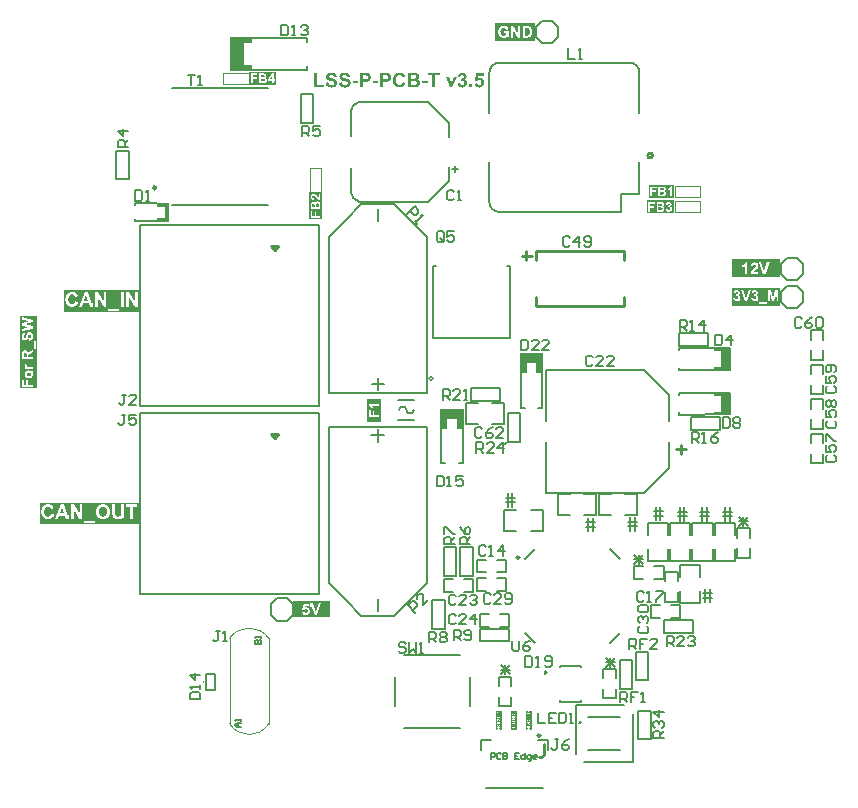
<source format=gto>
G04*
G04 #@! TF.GenerationSoftware,Altium Limited,Altium Designer,22.0.2 (36)*
G04*
G04 Layer_Color=65535*
%FSLAX25Y25*%
%MOIN*%
G70*
G04*
G04 #@! TF.SameCoordinates,03AFB46A-AB1F-498B-8AA6-452B2CF56A70*
G04*
G04*
G04 #@! TF.FilePolarity,Positive*
G04*
G01*
G75*
%ADD10C,0.00500*%
%ADD11C,0.00787*%
%ADD12C,0.01000*%
%ADD13C,0.00492*%
%ADD14C,0.00800*%
%ADD15C,0.00600*%
%ADD16C,0.00472*%
%ADD17C,0.00700*%
%ADD18R,0.02772X0.01960*%
%ADD19R,0.04595X0.11195*%
%ADD20R,0.02138X0.03500*%
%ADD21R,0.07038X0.03700*%
%ADD22R,0.03500X0.07600*%
%ADD23R,0.02761X0.01138*%
%ADD24R,0.01700X0.04000*%
%ADD25R,0.04300X0.01200*%
G36*
X119674Y172000D02*
X103600D01*
Y177914D01*
X119674D01*
Y172000D01*
D02*
G37*
G36*
X-30285Y58600D02*
X-42700D01*
Y63911D01*
X-30285D01*
Y58600D01*
D02*
G37*
G36*
X-94126Y96818D02*
Y89600D01*
X-127100D01*
Y96818D01*
X-94126D01*
D02*
G37*
G36*
X36800Y20900D02*
X35000D01*
Y27325D01*
X36800D01*
Y20900D01*
D02*
G37*
G36*
X119621Y162400D02*
X103547D01*
Y168314D01*
X119621D01*
Y162400D01*
D02*
G37*
G36*
X31900Y20900D02*
X30000D01*
Y27323D01*
X31900D01*
Y20900D01*
D02*
G37*
G36*
X-128000Y159100D02*
Y134900D01*
X-133561D01*
Y159100D01*
X-128000D01*
D02*
G37*
G36*
X26900Y20900D02*
X25000D01*
Y27323D01*
X26900D01*
Y20900D01*
D02*
G37*
G36*
X-13492Y123800D02*
X-18100D01*
Y131400D01*
X-13492D01*
Y123800D01*
D02*
G37*
G36*
X37974Y250800D02*
X24700D01*
Y256714D01*
X37974D01*
Y250800D01*
D02*
G37*
G36*
X-93946Y160357D02*
X-119080D01*
Y167575D01*
X-93946D01*
Y160357D01*
D02*
G37*
G36*
X-25328Y240170D02*
X-25247Y240163D01*
X-25159Y240156D01*
X-25064Y240141D01*
X-24962Y240126D01*
X-24742Y240082D01*
X-24515Y240009D01*
X-24405Y239965D01*
X-24303Y239907D01*
X-24200Y239848D01*
X-24112Y239775D01*
X-24105Y239768D01*
X-24091Y239753D01*
X-24069Y239731D01*
X-24039Y239702D01*
X-24003Y239665D01*
X-23966Y239614D01*
X-23922Y239555D01*
X-23878Y239490D01*
X-23834Y239416D01*
X-23798Y239336D01*
X-23717Y239160D01*
X-23688Y239058D01*
X-23659Y238948D01*
X-23637Y238831D01*
X-23629Y238714D01*
X-24603Y238677D01*
Y238684D01*
Y238692D01*
X-24618Y238736D01*
X-24632Y238801D01*
X-24661Y238882D01*
X-24698Y238970D01*
X-24742Y239058D01*
X-24801Y239138D01*
X-24874Y239204D01*
X-24881Y239211D01*
X-24910Y239233D01*
X-24954Y239255D01*
X-25020Y239292D01*
X-25108Y239321D01*
X-25210Y239343D01*
X-25335Y239365D01*
X-25481Y239372D01*
X-25547D01*
X-25628Y239365D01*
X-25723Y239350D01*
X-25825Y239329D01*
X-25935Y239299D01*
X-26045Y239255D01*
X-26140Y239197D01*
X-26147Y239189D01*
X-26162Y239175D01*
X-26184Y239153D01*
X-26213Y239116D01*
X-26243Y239072D01*
X-26265Y239021D01*
X-26279Y238963D01*
X-26287Y238897D01*
Y238889D01*
Y238867D01*
X-26279Y238838D01*
X-26272Y238794D01*
X-26250Y238750D01*
X-26228Y238699D01*
X-26191Y238655D01*
X-26147Y238604D01*
X-26140Y238597D01*
X-26111Y238575D01*
X-26052Y238545D01*
X-26016Y238531D01*
X-25964Y238509D01*
X-25913Y238479D01*
X-25847Y238457D01*
X-25781Y238428D01*
X-25694Y238406D01*
X-25606Y238377D01*
X-25503Y238348D01*
X-25386Y238311D01*
X-25262Y238282D01*
X-25254D01*
X-25232Y238274D01*
X-25196Y238267D01*
X-25145Y238252D01*
X-25086Y238238D01*
X-25020Y238216D01*
X-24866Y238179D01*
X-24691Y238121D01*
X-24522Y238069D01*
X-24354Y238004D01*
X-24281Y237974D01*
X-24215Y237938D01*
X-24208D01*
X-24200Y237930D01*
X-24156Y237908D01*
X-24098Y237864D01*
X-24025Y237813D01*
X-23937Y237740D01*
X-23849Y237660D01*
X-23768Y237557D01*
X-23688Y237447D01*
X-23681Y237433D01*
X-23659Y237396D01*
X-23622Y237323D01*
X-23585Y237235D01*
X-23556Y237125D01*
X-23519Y236993D01*
X-23498Y236847D01*
X-23490Y236686D01*
Y236679D01*
Y236664D01*
Y236642D01*
Y236613D01*
X-23505Y236532D01*
X-23519Y236430D01*
X-23549Y236313D01*
X-23585Y236181D01*
X-23644Y236042D01*
X-23724Y235903D01*
Y235895D01*
X-23732Y235888D01*
X-23768Y235844D01*
X-23820Y235778D01*
X-23893Y235705D01*
X-23981Y235617D01*
X-24098Y235529D01*
X-24222Y235442D01*
X-24376Y235368D01*
X-24383D01*
X-24398Y235361D01*
X-24420Y235354D01*
X-24449Y235339D01*
X-24493Y235332D01*
X-24537Y235317D01*
X-24596Y235302D01*
X-24661Y235288D01*
X-24815Y235251D01*
X-24991Y235229D01*
X-25188Y235207D01*
X-25415Y235200D01*
X-25503D01*
X-25569Y235207D01*
X-25642Y235215D01*
X-25730Y235222D01*
X-25825Y235237D01*
X-25935Y235251D01*
X-26162Y235302D01*
X-26279Y235339D01*
X-26396Y235376D01*
X-26506Y235427D01*
X-26616Y235478D01*
X-26726Y235544D01*
X-26821Y235617D01*
X-26828Y235625D01*
X-26843Y235639D01*
X-26865Y235661D01*
X-26901Y235698D01*
X-26938Y235742D01*
X-26982Y235793D01*
X-27026Y235859D01*
X-27077Y235925D01*
X-27128Y236013D01*
X-27180Y236100D01*
X-27223Y236203D01*
X-27275Y236313D01*
X-27311Y236430D01*
X-27348Y236561D01*
X-27377Y236701D01*
X-27399Y236847D01*
X-26455Y236942D01*
Y236935D01*
X-26447Y236920D01*
Y236898D01*
X-26440Y236862D01*
X-26418Y236781D01*
X-26382Y236671D01*
X-26338Y236561D01*
X-26279Y236444D01*
X-26206Y236335D01*
X-26118Y236239D01*
X-26103Y236232D01*
X-26067Y236203D01*
X-26008Y236174D01*
X-25928Y236130D01*
X-25825Y236093D01*
X-25708Y236056D01*
X-25569Y236027D01*
X-25408Y236020D01*
X-25328D01*
X-25247Y236027D01*
X-25145Y236042D01*
X-25027Y236071D01*
X-24910Y236100D01*
X-24801Y236152D01*
X-24705Y236217D01*
X-24698Y236225D01*
X-24669Y236254D01*
X-24632Y236291D01*
X-24581Y236349D01*
X-24537Y236415D01*
X-24500Y236496D01*
X-24471Y236583D01*
X-24464Y236679D01*
Y236686D01*
Y236708D01*
X-24471Y236737D01*
X-24478Y236781D01*
X-24508Y236869D01*
X-24530Y236920D01*
X-24566Y236964D01*
X-24574Y236971D01*
X-24588Y236986D01*
X-24610Y237008D01*
X-24647Y237037D01*
X-24698Y237074D01*
X-24757Y237103D01*
X-24830Y237140D01*
X-24918Y237176D01*
X-24925D01*
X-24954Y237191D01*
X-25005Y237206D01*
X-25079Y237228D01*
X-25123Y237242D01*
X-25181Y237257D01*
X-25240Y237272D01*
X-25313Y237294D01*
X-25393Y237316D01*
X-25481Y237337D01*
X-25576Y237359D01*
X-25686Y237389D01*
X-25694D01*
X-25723Y237396D01*
X-25759Y237411D01*
X-25811Y237425D01*
X-25877Y237440D01*
X-25950Y237462D01*
X-26111Y237520D01*
X-26294Y237586D01*
X-26477Y237667D01*
X-26638Y237762D01*
X-26711Y237813D01*
X-26777Y237864D01*
X-26784Y237872D01*
X-26799Y237886D01*
X-26821Y237908D01*
X-26843Y237938D01*
X-26879Y237974D01*
X-26916Y238018D01*
X-26953Y238077D01*
X-26996Y238135D01*
X-27077Y238274D01*
X-27150Y238443D01*
X-27172Y238531D01*
X-27194Y238626D01*
X-27209Y238728D01*
X-27216Y238831D01*
Y238838D01*
Y238845D01*
Y238867D01*
Y238897D01*
X-27202Y238963D01*
X-27187Y239058D01*
X-27165Y239160D01*
X-27128Y239277D01*
X-27077Y239394D01*
X-27011Y239519D01*
Y239526D01*
X-27004Y239533D01*
X-26975Y239570D01*
X-26923Y239629D01*
X-26857Y239702D01*
X-26777Y239782D01*
X-26674Y239863D01*
X-26557Y239943D01*
X-26418Y240009D01*
X-26411D01*
X-26404Y240017D01*
X-26374Y240024D01*
X-26345Y240038D01*
X-26308Y240046D01*
X-26265Y240060D01*
X-26155Y240097D01*
X-26016Y240126D01*
X-25855Y240148D01*
X-25672Y240170D01*
X-25474Y240178D01*
X-25386D01*
X-25328Y240170D01*
D02*
G37*
G36*
X-29807D02*
X-29727Y240163D01*
X-29639Y240156D01*
X-29544Y240141D01*
X-29441Y240126D01*
X-29222Y240082D01*
X-28995Y240009D01*
X-28885Y239965D01*
X-28783Y239907D01*
X-28680Y239848D01*
X-28592Y239775D01*
X-28585Y239768D01*
X-28570Y239753D01*
X-28548Y239731D01*
X-28519Y239702D01*
X-28482Y239665D01*
X-28446Y239614D01*
X-28402Y239555D01*
X-28358Y239490D01*
X-28314Y239416D01*
X-28278Y239336D01*
X-28197Y239160D01*
X-28168Y239058D01*
X-28138Y238948D01*
X-28117Y238831D01*
X-28109Y238714D01*
X-29083Y238677D01*
Y238684D01*
Y238692D01*
X-29097Y238736D01*
X-29112Y238801D01*
X-29141Y238882D01*
X-29178Y238970D01*
X-29222Y239058D01*
X-29280Y239138D01*
X-29354Y239204D01*
X-29361Y239211D01*
X-29390Y239233D01*
X-29434Y239255D01*
X-29500Y239292D01*
X-29588Y239321D01*
X-29690Y239343D01*
X-29815Y239365D01*
X-29961Y239372D01*
X-30027D01*
X-30108Y239365D01*
X-30203Y239350D01*
X-30305Y239329D01*
X-30415Y239299D01*
X-30525Y239255D01*
X-30620Y239197D01*
X-30627Y239189D01*
X-30642Y239175D01*
X-30664Y239153D01*
X-30693Y239116D01*
X-30722Y239072D01*
X-30744Y239021D01*
X-30759Y238963D01*
X-30766Y238897D01*
Y238889D01*
Y238867D01*
X-30759Y238838D01*
X-30752Y238794D01*
X-30730Y238750D01*
X-30708Y238699D01*
X-30671Y238655D01*
X-30627Y238604D01*
X-30620Y238597D01*
X-30591Y238575D01*
X-30532Y238545D01*
X-30496Y238531D01*
X-30444Y238509D01*
X-30393Y238479D01*
X-30327Y238457D01*
X-30261Y238428D01*
X-30173Y238406D01*
X-30086Y238377D01*
X-29983Y238348D01*
X-29866Y238311D01*
X-29741Y238282D01*
X-29734D01*
X-29712Y238274D01*
X-29676Y238267D01*
X-29624Y238252D01*
X-29566Y238238D01*
X-29500Y238216D01*
X-29346Y238179D01*
X-29171Y238121D01*
X-29002Y238069D01*
X-28834Y238004D01*
X-28761Y237974D01*
X-28695Y237938D01*
X-28687D01*
X-28680Y237930D01*
X-28636Y237908D01*
X-28578Y237864D01*
X-28504Y237813D01*
X-28417Y237740D01*
X-28329Y237660D01*
X-28248Y237557D01*
X-28168Y237447D01*
X-28160Y237433D01*
X-28138Y237396D01*
X-28102Y237323D01*
X-28065Y237235D01*
X-28036Y237125D01*
X-27999Y236993D01*
X-27977Y236847D01*
X-27970Y236686D01*
Y236679D01*
Y236664D01*
Y236642D01*
Y236613D01*
X-27985Y236532D01*
X-27999Y236430D01*
X-28029Y236313D01*
X-28065Y236181D01*
X-28124Y236042D01*
X-28204Y235903D01*
Y235895D01*
X-28212Y235888D01*
X-28248Y235844D01*
X-28299Y235778D01*
X-28373Y235705D01*
X-28460Y235617D01*
X-28578Y235529D01*
X-28702Y235442D01*
X-28856Y235368D01*
X-28863D01*
X-28878Y235361D01*
X-28900Y235354D01*
X-28929Y235339D01*
X-28973Y235332D01*
X-29017Y235317D01*
X-29075Y235302D01*
X-29141Y235288D01*
X-29295Y235251D01*
X-29471Y235229D01*
X-29668Y235207D01*
X-29895Y235200D01*
X-29983D01*
X-30049Y235207D01*
X-30122Y235215D01*
X-30210Y235222D01*
X-30305Y235237D01*
X-30415Y235251D01*
X-30642Y235302D01*
X-30759Y235339D01*
X-30876Y235376D01*
X-30986Y235427D01*
X-31096Y235478D01*
X-31205Y235544D01*
X-31301Y235617D01*
X-31308Y235625D01*
X-31323Y235639D01*
X-31345Y235661D01*
X-31381Y235698D01*
X-31418Y235742D01*
X-31462Y235793D01*
X-31506Y235859D01*
X-31557Y235925D01*
X-31608Y236013D01*
X-31659Y236100D01*
X-31703Y236203D01*
X-31754Y236313D01*
X-31791Y236430D01*
X-31828Y236561D01*
X-31857Y236701D01*
X-31879Y236847D01*
X-30935Y236942D01*
Y236935D01*
X-30927Y236920D01*
Y236898D01*
X-30920Y236862D01*
X-30898Y236781D01*
X-30861Y236671D01*
X-30818Y236561D01*
X-30759Y236444D01*
X-30686Y236335D01*
X-30598Y236239D01*
X-30583Y236232D01*
X-30547Y236203D01*
X-30488Y236174D01*
X-30408Y236130D01*
X-30305Y236093D01*
X-30188Y236056D01*
X-30049Y236027D01*
X-29888Y236020D01*
X-29807D01*
X-29727Y236027D01*
X-29624Y236042D01*
X-29507Y236071D01*
X-29390Y236100D01*
X-29280Y236152D01*
X-29185Y236217D01*
X-29178Y236225D01*
X-29149Y236254D01*
X-29112Y236291D01*
X-29061Y236349D01*
X-29017Y236415D01*
X-28980Y236496D01*
X-28951Y236583D01*
X-28944Y236679D01*
Y236686D01*
Y236708D01*
X-28951Y236737D01*
X-28958Y236781D01*
X-28988Y236869D01*
X-29010Y236920D01*
X-29046Y236964D01*
X-29053Y236971D01*
X-29068Y236986D01*
X-29090Y237008D01*
X-29127Y237037D01*
X-29178Y237074D01*
X-29236Y237103D01*
X-29310Y237140D01*
X-29397Y237176D01*
X-29405D01*
X-29434Y237191D01*
X-29485Y237206D01*
X-29559Y237228D01*
X-29602Y237242D01*
X-29661Y237257D01*
X-29720Y237272D01*
X-29793Y237294D01*
X-29873Y237316D01*
X-29961Y237337D01*
X-30056Y237359D01*
X-30166Y237389D01*
X-30173D01*
X-30203Y237396D01*
X-30239Y237411D01*
X-30290Y237425D01*
X-30356Y237440D01*
X-30430Y237462D01*
X-30591Y237520D01*
X-30774Y237586D01*
X-30957Y237667D01*
X-31118Y237762D01*
X-31191Y237813D01*
X-31257Y237864D01*
X-31264Y237872D01*
X-31279Y237886D01*
X-31301Y237908D01*
X-31323Y237938D01*
X-31359Y237974D01*
X-31396Y238018D01*
X-31432Y238077D01*
X-31476Y238135D01*
X-31557Y238274D01*
X-31630Y238443D01*
X-31652Y238531D01*
X-31674Y238626D01*
X-31689Y238728D01*
X-31696Y238831D01*
Y238838D01*
Y238845D01*
Y238867D01*
Y238897D01*
X-31681Y238963D01*
X-31667Y239058D01*
X-31645Y239160D01*
X-31608Y239277D01*
X-31557Y239394D01*
X-31491Y239519D01*
Y239526D01*
X-31484Y239533D01*
X-31454Y239570D01*
X-31403Y239629D01*
X-31337Y239702D01*
X-31257Y239782D01*
X-31154Y239863D01*
X-31037Y239943D01*
X-30898Y240009D01*
X-30891D01*
X-30883Y240017D01*
X-30854Y240024D01*
X-30825Y240038D01*
X-30788Y240046D01*
X-30744Y240060D01*
X-30635Y240097D01*
X-30496Y240126D01*
X-30334Y240148D01*
X-30151Y240170D01*
X-29954Y240178D01*
X-29866D01*
X-29807Y240170D01*
D02*
G37*
G36*
X-7020D02*
X-6947Y240163D01*
X-6859Y240148D01*
X-6764Y240134D01*
X-6662Y240112D01*
X-6544Y240082D01*
X-6435Y240046D01*
X-6310Y240009D01*
X-6193Y239958D01*
X-6076Y239892D01*
X-5959Y239826D01*
X-5849Y239746D01*
X-5739Y239651D01*
X-5732D01*
X-5725Y239636D01*
X-5688Y239592D01*
X-5629Y239526D01*
X-5556Y239424D01*
X-5476Y239299D01*
X-5388Y239153D01*
X-5307Y238977D01*
X-5241Y238772D01*
X-6200Y238545D01*
Y238553D01*
X-6208Y238560D01*
X-6215Y238604D01*
X-6244Y238670D01*
X-6281Y238757D01*
X-6325Y238853D01*
X-6391Y238948D01*
X-6464Y239043D01*
X-6559Y239131D01*
X-6574Y239138D01*
X-6610Y239167D01*
X-6662Y239204D01*
X-6742Y239241D01*
X-6837Y239285D01*
X-6954Y239314D01*
X-7079Y239343D01*
X-7218Y239350D01*
X-7269D01*
X-7306Y239343D01*
X-7350Y239336D01*
X-7401Y239329D01*
X-7525Y239299D01*
X-7664Y239255D01*
X-7811Y239189D01*
X-7877Y239145D01*
X-7950Y239094D01*
X-8016Y239028D01*
X-8082Y238963D01*
Y238955D01*
X-8096Y238948D01*
X-8111Y238919D01*
X-8133Y238889D01*
X-8155Y238845D01*
X-8184Y238794D01*
X-8213Y238736D01*
X-8243Y238662D01*
X-8279Y238582D01*
X-8309Y238494D01*
X-8338Y238391D01*
X-8360Y238274D01*
X-8382Y238157D01*
X-8396Y238018D01*
X-8404Y237872D01*
X-8411Y237718D01*
Y237711D01*
Y237682D01*
Y237630D01*
X-8404Y237572D01*
Y237491D01*
X-8396Y237411D01*
X-8382Y237316D01*
X-8367Y237213D01*
X-8331Y237001D01*
X-8272Y236781D01*
X-8235Y236679D01*
X-8191Y236583D01*
X-8147Y236496D01*
X-8089Y236415D01*
X-8082Y236408D01*
X-8074Y236401D01*
X-8030Y236357D01*
X-7957Y236298D01*
X-7862Y236225D01*
X-7738Y236152D01*
X-7591Y236093D01*
X-7423Y236049D01*
X-7335Y236042D01*
X-7240Y236034D01*
X-7203D01*
X-7174Y236042D01*
X-7101Y236049D01*
X-7013Y236064D01*
X-6903Y236093D01*
X-6793Y236137D01*
X-6684Y236195D01*
X-6574Y236276D01*
X-6559Y236291D01*
X-6530Y236320D01*
X-6479Y236386D01*
X-6420Y236466D01*
X-6354Y236576D01*
X-6288Y236715D01*
X-6222Y236869D01*
X-6171Y237059D01*
X-5227Y236767D01*
Y236759D01*
X-5234Y236730D01*
X-5249Y236693D01*
X-5271Y236635D01*
X-5293Y236569D01*
X-5322Y236496D01*
X-5359Y236408D01*
X-5403Y236320D01*
X-5498Y236130D01*
X-5622Y235932D01*
X-5776Y235749D01*
X-5856Y235661D01*
X-5951Y235588D01*
X-5959Y235581D01*
X-5974Y235573D01*
X-6003Y235551D01*
X-6039Y235529D01*
X-6091Y235500D01*
X-6149Y235471D01*
X-6222Y235434D01*
X-6303Y235398D01*
X-6391Y235361D01*
X-6486Y235324D01*
X-6588Y235295D01*
X-6698Y235266D01*
X-6823Y235244D01*
X-6947Y235222D01*
X-7086Y235215D01*
X-7225Y235207D01*
X-7269D01*
X-7320Y235215D01*
X-7386D01*
X-7467Y235229D01*
X-7562Y235244D01*
X-7664Y235259D01*
X-7782Y235288D01*
X-7906Y235324D01*
X-8030Y235368D01*
X-8162Y235420D01*
X-8294Y235486D01*
X-8426Y235559D01*
X-8557Y235647D01*
X-8682Y235742D01*
X-8799Y235859D01*
X-8806Y235866D01*
X-8828Y235888D01*
X-8858Y235925D01*
X-8894Y235976D01*
X-8938Y236042D01*
X-8997Y236122D01*
X-9048Y236217D01*
X-9106Y236327D01*
X-9165Y236444D01*
X-9216Y236583D01*
X-9268Y236730D01*
X-9319Y236891D01*
X-9355Y237059D01*
X-9385Y237242D01*
X-9407Y237440D01*
X-9414Y237645D01*
Y237660D01*
Y237696D01*
X-9407Y237762D01*
Y237842D01*
X-9392Y237945D01*
X-9385Y238062D01*
X-9363Y238187D01*
X-9333Y238326D01*
X-9304Y238479D01*
X-9260Y238626D01*
X-9216Y238787D01*
X-9158Y238941D01*
X-9085Y239094D01*
X-9004Y239241D01*
X-8909Y239380D01*
X-8799Y239511D01*
X-8792Y239519D01*
X-8770Y239541D01*
X-8733Y239570D01*
X-8689Y239614D01*
X-8623Y239665D01*
X-8550Y239724D01*
X-8462Y239782D01*
X-8360Y239848D01*
X-8250Y239907D01*
X-8126Y239965D01*
X-7994Y240024D01*
X-7847Y240075D01*
X-7694Y240119D01*
X-7525Y240148D01*
X-7350Y240170D01*
X-7167Y240178D01*
X-7079D01*
X-7020Y240170D01*
D02*
G37*
G36*
X2144Y236569D02*
X336D01*
Y237491D01*
X2144D01*
Y236569D01*
D02*
G37*
G36*
X-14260D02*
X-16068D01*
Y237491D01*
X-14260D01*
Y236569D01*
D02*
G37*
G36*
X-20972D02*
X-22780D01*
Y237491D01*
X-20972D01*
Y236569D01*
D02*
G37*
G36*
X10431Y235288D02*
X9604D01*
X8198Y238772D01*
X9164D01*
X9823Y236993D01*
X10013Y236393D01*
Y236401D01*
X10028Y236430D01*
X10035Y236466D01*
X10050Y236518D01*
X10087Y236613D01*
X10101Y236657D01*
X10109Y236693D01*
Y236701D01*
X10116Y236715D01*
X10123Y236744D01*
X10138Y236788D01*
X10167Y236884D01*
X10204Y236993D01*
X10870Y238772D01*
X11814D01*
X10431Y235288D01*
D02*
G37*
G36*
X13805Y240104D02*
X13864Y240097D01*
X13930Y240090D01*
X14010Y240075D01*
X14091Y240060D01*
X14259Y240002D01*
X14354Y239973D01*
X14442Y239929D01*
X14530Y239878D01*
X14625Y239819D01*
X14706Y239753D01*
X14786Y239672D01*
X14793Y239665D01*
X14801Y239658D01*
X14815Y239636D01*
X14837Y239614D01*
X14896Y239541D01*
X14962Y239438D01*
X15020Y239321D01*
X15079Y239189D01*
X15115Y239036D01*
X15130Y238955D01*
Y238875D01*
Y238867D01*
Y238845D01*
X15123Y238816D01*
Y238772D01*
X15108Y238714D01*
X15093Y238655D01*
X15071Y238589D01*
X15042Y238516D01*
X15006Y238435D01*
X14962Y238355D01*
X14903Y238267D01*
X14837Y238187D01*
X14757Y238099D01*
X14662Y238018D01*
X14559Y237938D01*
X14435Y237864D01*
X14442D01*
X14457Y237857D01*
X14471D01*
X14501Y237850D01*
X14581Y237821D01*
X14669Y237784D01*
X14779Y237733D01*
X14888Y237660D01*
X14991Y237572D01*
X15093Y237469D01*
X15101Y237455D01*
X15130Y237418D01*
X15174Y237352D01*
X15218Y237264D01*
X15262Y237154D01*
X15306Y237023D01*
X15335Y236884D01*
X15342Y236723D01*
Y236715D01*
Y236693D01*
Y236664D01*
X15335Y236620D01*
X15328Y236561D01*
X15320Y236503D01*
X15306Y236430D01*
X15284Y236349D01*
X15225Y236181D01*
X15189Y236093D01*
X15145Y236005D01*
X15093Y235910D01*
X15028Y235822D01*
X14954Y235734D01*
X14874Y235647D01*
X14867Y235639D01*
X14852Y235625D01*
X14830Y235603D01*
X14793Y235581D01*
X14749Y235544D01*
X14691Y235507D01*
X14632Y235464D01*
X14559Y235427D01*
X14479Y235383D01*
X14391Y235339D01*
X14296Y235302D01*
X14193Y235273D01*
X14083Y235244D01*
X13973Y235222D01*
X13849Y235207D01*
X13725Y235200D01*
X13659D01*
X13615Y235207D01*
X13556Y235215D01*
X13490Y235222D01*
X13417Y235229D01*
X13344Y235244D01*
X13168Y235288D01*
X12985Y235361D01*
X12898Y235398D01*
X12802Y235449D01*
X12715Y235507D01*
X12634Y235573D01*
X12627Y235581D01*
X12619Y235588D01*
X12597Y235610D01*
X12568Y235639D01*
X12531Y235676D01*
X12495Y235727D01*
X12458Y235778D01*
X12414Y235837D01*
X12326Y235976D01*
X12246Y236144D01*
X12180Y236335D01*
X12158Y236444D01*
X12144Y236554D01*
X13037Y236664D01*
Y236657D01*
Y236649D01*
X13044Y236605D01*
X13058Y236547D01*
X13081Y236466D01*
X13110Y236386D01*
X13146Y236298D01*
X13198Y236210D01*
X13263Y236137D01*
X13271Y236130D01*
X13300Y236108D01*
X13337Y236078D01*
X13395Y236049D01*
X13461Y236020D01*
X13534Y235991D01*
X13622Y235969D01*
X13717Y235961D01*
X13769D01*
X13820Y235976D01*
X13886Y235991D01*
X13959Y236013D01*
X14039Y236049D01*
X14120Y236100D01*
X14200Y236174D01*
X14208Y236181D01*
X14230Y236217D01*
X14266Y236261D01*
X14303Y236327D01*
X14332Y236415D01*
X14369Y236518D01*
X14391Y236635D01*
X14398Y236767D01*
Y236774D01*
Y236781D01*
Y236825D01*
X14391Y236891D01*
X14376Y236971D01*
X14354Y237059D01*
X14318Y237147D01*
X14274Y237242D01*
X14208Y237323D01*
X14200Y237330D01*
X14171Y237352D01*
X14135Y237389D01*
X14076Y237425D01*
X14010Y237462D01*
X13930Y237498D01*
X13842Y237520D01*
X13747Y237528D01*
X13681D01*
X13630Y237520D01*
X13571Y237513D01*
X13498Y237498D01*
X13417Y237476D01*
X13329Y237455D01*
X13432Y238201D01*
X13490D01*
X13564Y238209D01*
X13644Y238216D01*
X13732Y238230D01*
X13827Y238260D01*
X13922Y238304D01*
X14003Y238355D01*
X14010Y238362D01*
X14032Y238384D01*
X14069Y238428D01*
X14105Y238479D01*
X14142Y238545D01*
X14178Y238626D01*
X14200Y238714D01*
X14208Y238816D01*
Y238823D01*
Y238860D01*
X14200Y238904D01*
X14193Y238955D01*
X14171Y239014D01*
X14149Y239080D01*
X14113Y239145D01*
X14061Y239204D01*
X14054Y239211D01*
X14032Y239226D01*
X14003Y239248D01*
X13959Y239277D01*
X13900Y239306D01*
X13834Y239329D01*
X13754Y239343D01*
X13666Y239350D01*
X13630D01*
X13586Y239343D01*
X13527Y239329D01*
X13461Y239306D01*
X13395Y239277D01*
X13322Y239241D01*
X13256Y239182D01*
X13249Y239175D01*
X13227Y239153D01*
X13205Y239116D01*
X13168Y239065D01*
X13132Y238992D01*
X13102Y238911D01*
X13073Y238816D01*
X13058Y238706D01*
X12209Y238845D01*
Y238853D01*
X12217Y238867D01*
Y238889D01*
X12224Y238919D01*
X12246Y238999D01*
X12275Y239102D01*
X12312Y239211D01*
X12356Y239329D01*
X12414Y239446D01*
X12473Y239548D01*
X12480Y239563D01*
X12509Y239592D01*
X12546Y239636D01*
X12605Y239702D01*
X12678Y239768D01*
X12758Y239834D01*
X12861Y239899D01*
X12971Y239958D01*
X12978D01*
X12985Y239965D01*
X13029Y239980D01*
X13095Y240009D01*
X13183Y240038D01*
X13293Y240060D01*
X13410Y240090D01*
X13549Y240104D01*
X13695Y240112D01*
X13761D01*
X13805Y240104D01*
D02*
G37*
G36*
X20810Y239160D02*
X19068D01*
X18922Y238348D01*
X18936Y238355D01*
X18973Y238370D01*
X19039Y238399D01*
X19119Y238428D01*
X19207Y238450D01*
X19317Y238479D01*
X19434Y238494D01*
X19551Y238501D01*
X19610D01*
X19654Y238494D01*
X19705Y238487D01*
X19771Y238479D01*
X19837Y238465D01*
X19910Y238443D01*
X20078Y238391D01*
X20159Y238355D01*
X20247Y238311D01*
X20335Y238260D01*
X20422Y238201D01*
X20510Y238135D01*
X20591Y238055D01*
X20598Y238048D01*
X20613Y238033D01*
X20627Y238011D01*
X20657Y237974D01*
X20693Y237930D01*
X20730Y237879D01*
X20766Y237813D01*
X20810Y237740D01*
X20847Y237660D01*
X20884Y237572D01*
X20920Y237476D01*
X20957Y237374D01*
X20986Y237264D01*
X21001Y237147D01*
X21015Y237023D01*
X21023Y236891D01*
Y236884D01*
Y236862D01*
Y236832D01*
X21015Y236788D01*
Y236737D01*
X21008Y236679D01*
X20993Y236613D01*
X20979Y236540D01*
X20942Y236371D01*
X20876Y236195D01*
X20796Y236013D01*
X20737Y235917D01*
X20679Y235829D01*
X20671Y235822D01*
X20657Y235800D01*
X20627Y235771D01*
X20591Y235734D01*
X20547Y235683D01*
X20488Y235632D01*
X20415Y235573D01*
X20342Y235515D01*
X20254Y235456D01*
X20152Y235398D01*
X20049Y235346D01*
X19932Y235295D01*
X19808Y235259D01*
X19669Y235229D01*
X19529Y235207D01*
X19376Y235200D01*
X19310D01*
X19266Y235207D01*
X19207D01*
X19141Y235222D01*
X19068Y235229D01*
X18988Y235244D01*
X18819Y235288D01*
X18636Y235346D01*
X18461Y235434D01*
X18373Y235493D01*
X18292Y235551D01*
X18285Y235559D01*
X18278Y235566D01*
X18256Y235588D01*
X18226Y235617D01*
X18190Y235654D01*
X18153Y235698D01*
X18117Y235749D01*
X18073Y235808D01*
X17985Y235947D01*
X17904Y236108D01*
X17839Y236305D01*
X17817Y236408D01*
X17795Y236518D01*
X18710Y236613D01*
Y236598D01*
X18717Y236561D01*
X18732Y236503D01*
X18754Y236430D01*
X18783Y236357D01*
X18819Y236269D01*
X18871Y236188D01*
X18936Y236115D01*
X18944Y236108D01*
X18973Y236086D01*
X19010Y236056D01*
X19068Y236027D01*
X19134Y235998D01*
X19207Y235969D01*
X19295Y235947D01*
X19383Y235939D01*
X19398D01*
X19434Y235947D01*
X19486Y235954D01*
X19551Y235969D01*
X19632Y235998D01*
X19712Y236042D01*
X19793Y236093D01*
X19873Y236174D01*
X19881Y236188D01*
X19903Y236217D01*
X19939Y236276D01*
X19976Y236349D01*
X20012Y236452D01*
X20049Y236569D01*
X20071Y236715D01*
X20078Y236876D01*
Y236884D01*
Y236898D01*
Y236920D01*
Y236949D01*
X20071Y237030D01*
X20056Y237125D01*
X20027Y237235D01*
X19991Y237345D01*
X19939Y237455D01*
X19873Y237542D01*
X19866Y237550D01*
X19837Y237579D01*
X19793Y237616D01*
X19734Y237660D01*
X19661Y237696D01*
X19573Y237733D01*
X19471Y237762D01*
X19361Y237769D01*
X19324D01*
X19295Y237762D01*
X19215Y237755D01*
X19119Y237725D01*
X19010Y237682D01*
X18885Y237623D01*
X18768Y237535D01*
X18702Y237476D01*
X18644Y237418D01*
X17904Y237520D01*
X18373Y240024D01*
X20810D01*
Y239160D01*
D02*
G37*
G36*
X17026Y235288D02*
X16104D01*
Y236210D01*
X17026D01*
Y235288D01*
D02*
G37*
G36*
X6148Y239285D02*
X4736D01*
Y235288D01*
X3762D01*
Y239285D01*
X2349D01*
Y240097D01*
X6148D01*
Y239285D01*
D02*
G37*
G36*
X-2152Y240090D02*
X-2013Y240082D01*
X-1874Y240075D01*
X-1743Y240060D01*
X-1625Y240046D01*
X-1611D01*
X-1574Y240038D01*
X-1523Y240024D01*
X-1457Y240002D01*
X-1376Y239980D01*
X-1289Y239943D01*
X-1208Y239899D01*
X-1120Y239848D01*
X-1113Y239841D01*
X-1084Y239819D01*
X-1040Y239790D01*
X-989Y239738D01*
X-937Y239680D01*
X-871Y239614D01*
X-813Y239533D01*
X-754Y239446D01*
X-747Y239431D01*
X-732Y239402D01*
X-703Y239350D01*
X-674Y239285D01*
X-652Y239197D01*
X-623Y239102D01*
X-608Y238999D01*
X-601Y238882D01*
Y238867D01*
Y238823D01*
X-608Y238757D01*
X-623Y238677D01*
X-644Y238582D01*
X-681Y238479D01*
X-725Y238370D01*
X-784Y238260D01*
X-791Y238245D01*
X-820Y238216D01*
X-857Y238165D01*
X-915Y238106D01*
X-989Y238033D01*
X-1069Y237967D01*
X-1172Y237901D01*
X-1281Y237842D01*
X-1274D01*
X-1259Y237835D01*
X-1237Y237828D01*
X-1208Y237821D01*
X-1128Y237784D01*
X-1032Y237740D01*
X-923Y237682D01*
X-813Y237608D01*
X-703Y237513D01*
X-608Y237403D01*
X-601Y237389D01*
X-571Y237352D01*
X-535Y237286D01*
X-483Y237198D01*
X-440Y237089D01*
X-403Y236971D01*
X-374Y236832D01*
X-366Y236679D01*
Y236664D01*
Y236620D01*
X-374Y236561D01*
X-388Y236474D01*
X-403Y236379D01*
X-432Y236269D01*
X-469Y236159D01*
X-520Y236042D01*
X-527Y236027D01*
X-549Y235991D01*
X-586Y235932D01*
X-630Y235866D01*
X-688Y235786D01*
X-762Y235705D01*
X-842Y235617D01*
X-937Y235544D01*
X-952Y235537D01*
X-981Y235515D01*
X-1040Y235486D01*
X-1120Y235449D01*
X-1216Y235405D01*
X-1325Y235368D01*
X-1450Y235339D01*
X-1589Y235317D01*
X-1618D01*
X-1640Y235310D01*
X-1713D01*
X-1764Y235302D01*
X-1896D01*
X-1984Y235295D01*
X-2182D01*
X-2306Y235288D01*
X-4392D01*
Y240097D01*
X-2277D01*
X-2152Y240090D01*
D02*
G37*
G36*
X-11786D02*
X-11690D01*
X-11493Y240082D01*
X-11302Y240068D01*
X-11215Y240060D01*
X-11134Y240046D01*
X-11068Y240038D01*
X-11010Y240024D01*
X-11002D01*
X-10988Y240017D01*
X-10973Y240009D01*
X-10944Y240002D01*
X-10863Y239973D01*
X-10768Y239921D01*
X-10658Y239863D01*
X-10548Y239775D01*
X-10431Y239672D01*
X-10322Y239548D01*
Y239541D01*
X-10307Y239533D01*
X-10292Y239511D01*
X-10278Y239482D01*
X-10256Y239446D01*
X-10234Y239402D01*
X-10175Y239299D01*
X-10124Y239160D01*
X-10080Y238999D01*
X-10051Y238816D01*
X-10036Y238611D01*
Y238604D01*
Y238589D01*
Y238567D01*
Y238538D01*
X-10043Y238457D01*
X-10058Y238355D01*
X-10073Y238238D01*
X-10102Y238113D01*
X-10146Y237989D01*
X-10197Y237872D01*
X-10204Y237857D01*
X-10226Y237821D01*
X-10263Y237769D01*
X-10307Y237703D01*
X-10366Y237623D01*
X-10439Y237542D01*
X-10519Y237469D01*
X-10607Y237396D01*
X-10614Y237389D01*
X-10651Y237367D01*
X-10702Y237337D01*
X-10761Y237308D01*
X-10841Y237264D01*
X-10922Y237228D01*
X-11017Y237198D01*
X-11112Y237169D01*
X-11127D01*
X-11149Y237162D01*
X-11178D01*
X-11215Y237154D01*
X-11259Y237147D01*
X-11310Y237140D01*
X-11368D01*
X-11434Y237133D01*
X-11507Y237125D01*
X-11588Y237118D01*
X-11683Y237110D01*
X-11778D01*
X-11881Y237103D01*
X-12744D01*
Y235288D01*
X-13718D01*
Y240097D01*
X-11873D01*
X-11786Y240090D01*
D02*
G37*
G36*
X-18498D02*
X-18403D01*
X-18205Y240082D01*
X-18015Y240068D01*
X-17927Y240060D01*
X-17846Y240046D01*
X-17781Y240038D01*
X-17722Y240024D01*
X-17715D01*
X-17700Y240017D01*
X-17685Y240009D01*
X-17656Y240002D01*
X-17576Y239973D01*
X-17481Y239921D01*
X-17371Y239863D01*
X-17261Y239775D01*
X-17144Y239672D01*
X-17034Y239548D01*
Y239541D01*
X-17019Y239533D01*
X-17005Y239511D01*
X-16990Y239482D01*
X-16968Y239446D01*
X-16946Y239402D01*
X-16888Y239299D01*
X-16836Y239160D01*
X-16792Y238999D01*
X-16763Y238816D01*
X-16748Y238611D01*
Y238604D01*
Y238589D01*
Y238567D01*
Y238538D01*
X-16756Y238457D01*
X-16770Y238355D01*
X-16785Y238238D01*
X-16814Y238113D01*
X-16858Y237989D01*
X-16910Y237872D01*
X-16917Y237857D01*
X-16939Y237821D01*
X-16975Y237769D01*
X-17019Y237703D01*
X-17078Y237623D01*
X-17151Y237542D01*
X-17232Y237469D01*
X-17320Y237396D01*
X-17327Y237389D01*
X-17363Y237367D01*
X-17415Y237337D01*
X-17473Y237308D01*
X-17554Y237264D01*
X-17634Y237228D01*
X-17729Y237198D01*
X-17825Y237169D01*
X-17839D01*
X-17861Y237162D01*
X-17890D01*
X-17927Y237154D01*
X-17971Y237147D01*
X-18022Y237140D01*
X-18081D01*
X-18147Y237133D01*
X-18220Y237125D01*
X-18300Y237118D01*
X-18395Y237110D01*
X-18491D01*
X-18593Y237103D01*
X-19457D01*
Y235288D01*
X-20430D01*
Y240097D01*
X-18586D01*
X-18498Y240090D01*
D02*
G37*
G36*
X-34726Y236100D02*
X-32318D01*
Y235288D01*
X-35700D01*
Y240053D01*
X-34726D01*
Y236100D01*
D02*
G37*
G36*
X84202Y198492D02*
X75798D01*
Y202708D01*
X84202D01*
Y198492D01*
D02*
G37*
G36*
X-33092Y191350D02*
X-37308D01*
Y200250D01*
X-33092D01*
Y191350D01*
D02*
G37*
G36*
X84167Y193263D02*
X75233D01*
Y197537D01*
X84167D01*
Y193263D01*
D02*
G37*
G36*
X-48289Y236192D02*
X-57311D01*
Y240408D01*
X-48289D01*
Y236192D01*
D02*
G37*
%LPC*%
G36*
X112348Y176885D02*
Y175814D01*
X112342Y175896D01*
X112336Y175978D01*
X112295Y176124D01*
X112242Y176253D01*
X112184Y176364D01*
X112125Y176452D01*
X112096Y176493D01*
X112073Y176522D01*
X112049Y176545D01*
X112032Y176563D01*
X112026Y176569D01*
X112020Y176575D01*
X111956Y176627D01*
X111891Y176680D01*
X111815Y176721D01*
X111745Y176756D01*
X111593Y176809D01*
X111452Y176844D01*
X111382Y176861D01*
X111324Y176867D01*
X111265Y176873D01*
X111219Y176879D01*
X111178Y176885D01*
X111031D01*
X110938Y176873D01*
X110774Y176844D01*
X110628Y176797D01*
X110563Y176773D01*
X110505Y176750D01*
X110446Y176727D01*
X110399Y176703D01*
X110359Y176680D01*
X110329Y176656D01*
X110300Y176639D01*
X110283Y176627D01*
X110271Y176621D01*
X110265Y176616D01*
X110206Y176563D01*
X110148Y176504D01*
X110101Y176440D01*
X110054Y176370D01*
X109984Y176224D01*
X109932Y176083D01*
X109908Y176013D01*
X109896Y175949D01*
X109879Y175896D01*
X109873Y175843D01*
X109861Y175802D01*
Y175773D01*
X109855Y175750D01*
Y175744D01*
X110587Y175674D01*
X110598Y175785D01*
X110616Y175884D01*
X110645Y175960D01*
X110669Y176025D01*
X110698Y176077D01*
X110715Y176107D01*
X110733Y176130D01*
X110739Y176136D01*
X110797Y176183D01*
X110856Y176218D01*
X110920Y176241D01*
X110979Y176259D01*
X111026Y176270D01*
X111072Y176276D01*
X111107D01*
X111189Y176270D01*
X111265Y176253D01*
X111330Y176235D01*
X111382Y176212D01*
X111423Y176183D01*
X111452Y176165D01*
X111470Y176147D01*
X111476Y176142D01*
X111523Y176089D01*
X111552Y176025D01*
X111575Y175960D01*
X111593Y175902D01*
X111605Y175849D01*
X111610Y175802D01*
Y175773D01*
Y175761D01*
X111605Y175680D01*
X111587Y175598D01*
X111564Y175522D01*
X111534Y175451D01*
X111505Y175393D01*
X111482Y175352D01*
X111464Y175323D01*
X111458Y175311D01*
X111435Y175276D01*
X111400Y175235D01*
X111359Y175194D01*
X111312Y175147D01*
X111213Y175042D01*
X111107Y174936D01*
X111008Y174843D01*
X110961Y174796D01*
X110926Y174761D01*
X110891Y174732D01*
X110868Y174703D01*
X110850Y174691D01*
X110844Y174685D01*
X110733Y174580D01*
X110628Y174480D01*
X110540Y174387D01*
X110452Y174299D01*
X110376Y174217D01*
X110312Y174141D01*
X110247Y174071D01*
X110195Y174006D01*
X110154Y173954D01*
X110113Y173901D01*
X110084Y173860D01*
X110054Y173825D01*
X110037Y173796D01*
X110025Y173778D01*
X110013Y173767D01*
Y173761D01*
X109943Y173632D01*
X109891Y173503D01*
X109844Y173380D01*
X109815Y173263D01*
X109791Y173170D01*
X109785Y173129D01*
X109779Y173094D01*
X109774Y173070D01*
X109768Y173047D01*
Y173029D01*
X112348D01*
Y173714D01*
X110879D01*
X110926Y173790D01*
X110979Y173848D01*
X110996Y173878D01*
X111014Y173895D01*
X111026Y173907D01*
X111031Y173913D01*
X111055Y173936D01*
X111078Y173960D01*
X111143Y174024D01*
X111213Y174094D01*
X111289Y174164D01*
X111359Y174234D01*
X111417Y174287D01*
X111435Y174311D01*
X111452Y174328D01*
X111464Y174334D01*
X111470Y174340D01*
X111593Y174451D01*
X111692Y174550D01*
X111780Y174638D01*
X111845Y174708D01*
X111897Y174761D01*
X111932Y174802D01*
X111950Y174825D01*
X111956Y174831D01*
X112026Y174925D01*
X112090Y175013D01*
X112143Y175094D01*
X112184Y175171D01*
X112213Y175229D01*
X112236Y175276D01*
X112248Y175305D01*
X112254Y175317D01*
X112283Y175405D01*
X112307Y175498D01*
X112324Y175580D01*
X112336Y175656D01*
X112342Y175720D01*
X112348Y175773D01*
Y174831D01*
Y176885D01*
D02*
G37*
G36*
X116197Y176873D02*
X112617D01*
X113991Y173029D01*
X114828D01*
X116197Y176873D01*
D02*
G37*
G36*
X108767Y176885D02*
X108165D01*
X108112Y176756D01*
X108042Y176639D01*
X107966Y176534D01*
X107890Y176446D01*
X107814Y176370D01*
X107755Y176317D01*
X107738Y176300D01*
X107720Y176282D01*
X107709Y176276D01*
X107703Y176270D01*
X107580Y176177D01*
X107463Y176107D01*
X107358Y176042D01*
X107264Y175995D01*
X107188Y175954D01*
X107129Y175931D01*
X107106Y175925D01*
X107088Y175919D01*
X107083Y175914D01*
X107077D01*
Y175247D01*
X107276Y175323D01*
X107457Y175410D01*
X107615Y175498D01*
X107691Y175545D01*
X107755Y175592D01*
X107820Y175633D01*
X107872Y175674D01*
X107919Y175709D01*
X107960Y175738D01*
X107989Y175767D01*
X108013Y175785D01*
X108024Y175796D01*
X108030Y175802D01*
Y173029D01*
X107077D01*
X108767D01*
Y176885D01*
D02*
G37*
%LPD*%
G36*
X114430Y174030D02*
X113453Y176873D01*
X115366D01*
X114430Y174030D01*
D02*
G37*
%LPC*%
G36*
X-37075Y63154D02*
X-39654D01*
X-39192D01*
X-39567Y61153D01*
X-38976Y61071D01*
X-38929Y61118D01*
X-38876Y61165D01*
X-38783Y61235D01*
X-38683Y61282D01*
X-38596Y61317D01*
X-38519Y61340D01*
X-38455Y61346D01*
X-38432Y61352D01*
X-38403D01*
X-38315Y61346D01*
X-38233Y61323D01*
X-38163Y61294D01*
X-38104Y61264D01*
X-38057Y61229D01*
X-38022Y61200D01*
X-37999Y61177D01*
X-37993Y61171D01*
X-37940Y61101D01*
X-37899Y61013D01*
X-37870Y60925D01*
X-37847Y60837D01*
X-37835Y60761D01*
X-37829Y60697D01*
Y60673D01*
Y60656D01*
Y60644D01*
Y60638D01*
X-37835Y60510D01*
X-37853Y60393D01*
X-37882Y60299D01*
X-37911Y60217D01*
X-37940Y60159D01*
X-37970Y60112D01*
X-37987Y60088D01*
X-37993Y60077D01*
X-38057Y60013D01*
X-38122Y59971D01*
X-38186Y59936D01*
X-38250Y59913D01*
X-38303Y59901D01*
X-38344Y59895D01*
X-38373Y59890D01*
X-38385D01*
X-38455Y59895D01*
X-38525Y59913D01*
X-38584Y59936D01*
X-38636Y59960D01*
X-38683Y59983D01*
X-38713Y60007D01*
X-38736Y60024D01*
X-38742Y60030D01*
X-38794Y60088D01*
X-38835Y60153D01*
X-38865Y60223D01*
X-38888Y60282D01*
X-38906Y60340D01*
X-38917Y60387D01*
X-38923Y60416D01*
Y60428D01*
X-39654Y60352D01*
X-39637Y60264D01*
X-39619Y60182D01*
X-39567Y60024D01*
X-39502Y59895D01*
X-39432Y59784D01*
X-39397Y59737D01*
X-39368Y59697D01*
X-39338Y59662D01*
X-39309Y59632D01*
X-39286Y59609D01*
X-39268Y59591D01*
X-39263Y59585D01*
X-39257Y59580D01*
X-39192Y59533D01*
X-39122Y59486D01*
X-38982Y59416D01*
X-38835Y59369D01*
X-38701Y59334D01*
X-38636Y59322D01*
X-38578Y59316D01*
X-38525Y59305D01*
X-38479D01*
X-38443Y59299D01*
X-38391D01*
X-38268Y59305D01*
X-38157Y59322D01*
X-38046Y59346D01*
X-37946Y59375D01*
X-37853Y59416D01*
X-37771Y59457D01*
X-37689Y59504D01*
X-37619Y59550D01*
X-37560Y59597D01*
X-37502Y59644D01*
X-37455Y59685D01*
X-37420Y59726D01*
X-37391Y59755D01*
X-37367Y59778D01*
X-37355Y59796D01*
X-37350Y59802D01*
X-37303Y59872D01*
X-37256Y59948D01*
X-37192Y60094D01*
X-37139Y60235D01*
X-37110Y60369D01*
X-37098Y60428D01*
X-37086Y60480D01*
X-37080Y60527D01*
Y60568D01*
X-37075Y60603D01*
Y60650D01*
X-37080Y60755D01*
X-37092Y60855D01*
X-37104Y60948D01*
X-37127Y61036D01*
X-37157Y61118D01*
X-37186Y61194D01*
X-37215Y61264D01*
X-37244Y61329D01*
X-37279Y61387D01*
X-37309Y61440D01*
X-37338Y61481D01*
X-37367Y61516D01*
X-37391Y61545D01*
X-37402Y61563D01*
X-37414Y61574D01*
X-37420Y61580D01*
X-37484Y61645D01*
X-37554Y61697D01*
X-37624Y61744D01*
X-37695Y61785D01*
X-37765Y61820D01*
X-37829Y61849D01*
X-37964Y61890D01*
X-38022Y61908D01*
X-38075Y61920D01*
X-38128Y61925D01*
X-38168Y61931D01*
X-38204Y61937D01*
X-38250D01*
X-38344Y61931D01*
X-38438Y61920D01*
X-38525Y61896D01*
X-38596Y61879D01*
X-38660Y61855D01*
X-38713Y61832D01*
X-38742Y61820D01*
X-38754Y61814D01*
X-38636Y62464D01*
X-37244D01*
Y63154D01*
X-37075D01*
D01*
D02*
G37*
G36*
X-33331Y63212D02*
X-36911D01*
Y59369D01*
Y63212D01*
X-35536Y59369D01*
X-34699D01*
X-33331Y63212D01*
D01*
D02*
G37*
%LPD*%
G36*
X-35097Y60369D02*
X-36074Y63212D01*
X-34161D01*
X-35097Y60369D01*
D02*
G37*
%LPC*%
G36*
X-124265Y96316D02*
X-124353D01*
X-124536Y96309D01*
X-124711Y96287D01*
X-124880Y96258D01*
X-125033Y96214D01*
X-125180Y96163D01*
X-125312Y96104D01*
X-125436Y96046D01*
X-125546Y95987D01*
X-125648Y95921D01*
X-125736Y95863D01*
X-125809Y95804D01*
X-125875Y95753D01*
X-125919Y95709D01*
X-125956Y95680D01*
X-125978Y95658D01*
X-125985Y95650D01*
X-126095Y95519D01*
X-126190Y95380D01*
X-126271Y95233D01*
X-126344Y95079D01*
X-126402Y94926D01*
X-126446Y94765D01*
X-126490Y94618D01*
X-126520Y94464D01*
X-126549Y94325D01*
X-126571Y94201D01*
X-126578Y94084D01*
X-126593Y93981D01*
Y93901D01*
X-126600Y93835D01*
Y93850D01*
Y93784D01*
X-126593Y93579D01*
X-126571Y93381D01*
X-126541Y93198D01*
X-126505Y93030D01*
X-126454Y92869D01*
X-126402Y92722D01*
X-126351Y92583D01*
X-126293Y92466D01*
X-126234Y92356D01*
X-126183Y92261D01*
X-126124Y92181D01*
X-126080Y92115D01*
X-126044Y92063D01*
X-126014Y92027D01*
X-125992Y92005D01*
X-125985Y91998D01*
X-125868Y91881D01*
X-125744Y91785D01*
X-125612Y91698D01*
X-125480Y91624D01*
X-125348Y91558D01*
X-125216Y91507D01*
X-125092Y91463D01*
X-124968Y91427D01*
X-124850Y91397D01*
X-124748Y91383D01*
X-124653Y91368D01*
X-124572Y91353D01*
X-124506D01*
X-124455Y91346D01*
X-126600D01*
X-124411D01*
X-124272Y91353D01*
X-124133Y91361D01*
X-124009Y91383D01*
X-123884Y91405D01*
X-123775Y91434D01*
X-123672Y91463D01*
X-123577Y91500D01*
X-123489Y91536D01*
X-123408Y91573D01*
X-123335Y91610D01*
X-123277Y91639D01*
X-123225Y91668D01*
X-123189Y91690D01*
X-123160Y91712D01*
X-123145Y91720D01*
X-123138Y91727D01*
X-123043Y91800D01*
X-122962Y91888D01*
X-122808Y92071D01*
X-122684Y92269D01*
X-122589Y92459D01*
X-122545Y92547D01*
X-122508Y92634D01*
X-122479Y92708D01*
X-122457Y92774D01*
X-122435Y92832D01*
X-122420Y92869D01*
X-122413Y92898D01*
Y92188D01*
Y92905D01*
X-123357Y93198D01*
X-123408Y93008D01*
X-123474Y92854D01*
X-123540Y92715D01*
X-123606Y92605D01*
X-123665Y92525D01*
X-123716Y92459D01*
X-123745Y92430D01*
X-123760Y92415D01*
X-123870Y92334D01*
X-123979Y92276D01*
X-124089Y92232D01*
X-124199Y92203D01*
X-124287Y92188D01*
X-124360Y92181D01*
X-124389Y92173D01*
X-124426D01*
X-124521Y92181D01*
X-124609Y92188D01*
X-124777Y92232D01*
X-124924Y92291D01*
X-125048Y92364D01*
X-125143Y92437D01*
X-125216Y92495D01*
X-125260Y92539D01*
X-125268Y92547D01*
X-125275Y92554D01*
X-125334Y92634D01*
X-125378Y92722D01*
X-125422Y92817D01*
X-125458Y92920D01*
X-125517Y93140D01*
X-125553Y93352D01*
X-125568Y93454D01*
X-125583Y93550D01*
X-125590Y93630D01*
Y93711D01*
X-125597Y93769D01*
Y93820D01*
Y93850D01*
Y93857D01*
X-125590Y94011D01*
X-125583Y94157D01*
X-125568Y94296D01*
X-125546Y94413D01*
X-125524Y94530D01*
X-125495Y94633D01*
X-125465Y94721D01*
X-125429Y94801D01*
X-125399Y94874D01*
X-125370Y94933D01*
X-125341Y94984D01*
X-125319Y95028D01*
X-125297Y95057D01*
X-125282Y95087D01*
X-125268Y95094D01*
Y95101D01*
X-125202Y95167D01*
X-125136Y95233D01*
X-125063Y95284D01*
X-124997Y95328D01*
X-124850Y95394D01*
X-124711Y95438D01*
X-124587Y95467D01*
X-124536Y95475D01*
X-124492Y95482D01*
X-124455Y95489D01*
X-124404D01*
X-124265Y95482D01*
X-124141Y95453D01*
X-124023Y95423D01*
X-123928Y95380D01*
X-123848Y95343D01*
X-123796Y95306D01*
X-123760Y95277D01*
X-123745Y95270D01*
X-123650Y95182D01*
X-123577Y95087D01*
X-123511Y94991D01*
X-123467Y94896D01*
X-123430Y94809D01*
X-123401Y94743D01*
X-123394Y94699D01*
X-123387Y94691D01*
Y94684D01*
X-122428Y94911D01*
X-122494Y95116D01*
X-122574Y95292D01*
X-122662Y95438D01*
X-122742Y95562D01*
X-122816Y95665D01*
X-122874Y95731D01*
X-122911Y95775D01*
X-122918Y95789D01*
X-122925D01*
X-123035Y95885D01*
X-123145Y95965D01*
X-123262Y96031D01*
X-123379Y96097D01*
X-123496Y96148D01*
X-123621Y96185D01*
X-123731Y96221D01*
X-123848Y96251D01*
X-123950Y96272D01*
X-124045Y96287D01*
X-124133Y96302D01*
X-124206Y96309D01*
X-124265Y96316D01*
D02*
G37*
G36*
X-112912Y96236D02*
X-115300D01*
X-113812D01*
Y93008D01*
X-115796Y96236D01*
X-116733D01*
Y91427D01*
X-115832D01*
Y94582D01*
X-113885Y91427D01*
X-112912D01*
Y96236D01*
D02*
G37*
G36*
X-99113D02*
X-100087D01*
Y93564D01*
Y93462D01*
Y93366D01*
X-100094Y93279D01*
Y93198D01*
X-100102Y93052D01*
X-100109Y92942D01*
X-100116Y92854D01*
X-100124Y92795D01*
X-100131Y92759D01*
Y92744D01*
X-100153Y92656D01*
X-100189Y92576D01*
X-100233Y92510D01*
X-100277Y92452D01*
X-100314Y92400D01*
X-100350Y92364D01*
X-100380Y92342D01*
X-100387Y92334D01*
X-100475Y92276D01*
X-100570Y92239D01*
X-100673Y92210D01*
X-100768Y92188D01*
X-100863Y92173D01*
X-100936Y92166D01*
X-101002D01*
X-101141Y92173D01*
X-101273Y92195D01*
X-101383Y92225D01*
X-101470Y92254D01*
X-101544Y92283D01*
X-101595Y92312D01*
X-101624Y92334D01*
X-101639Y92342D01*
X-101719Y92415D01*
X-101778Y92488D01*
X-101829Y92569D01*
X-101873Y92649D01*
X-101895Y92715D01*
X-101917Y92766D01*
X-101932Y92803D01*
Y92817D01*
X-101939Y92854D01*
Y92905D01*
X-101946Y93023D01*
X-101954Y93154D01*
Y93286D01*
X-101961Y93418D01*
Y93476D01*
Y93520D01*
Y93564D01*
Y93593D01*
Y93615D01*
Y93623D01*
Y96236D01*
X-101024D01*
X-102934D01*
Y93520D01*
X-102927Y93381D01*
Y93249D01*
X-102920Y93132D01*
X-102912Y93023D01*
X-102905Y92920D01*
X-102898Y92832D01*
X-102891Y92752D01*
X-102883Y92678D01*
X-102876Y92620D01*
X-102869Y92561D01*
X-102861Y92525D01*
X-102854Y92488D01*
X-102847Y92466D01*
Y92452D01*
Y92444D01*
X-102817Y92342D01*
X-102773Y92247D01*
X-102729Y92151D01*
X-102686Y92071D01*
X-102642Y92005D01*
X-102605Y91954D01*
X-102583Y91925D01*
X-102576Y91910D01*
X-102488Y91822D01*
X-102400Y91734D01*
X-102305Y91668D01*
X-102217Y91602D01*
X-102137Y91558D01*
X-102071Y91522D01*
X-102027Y91500D01*
X-102019Y91493D01*
X-102012D01*
X-101939Y91463D01*
X-101866Y91441D01*
X-101697Y91405D01*
X-101529Y91375D01*
X-101361Y91361D01*
X-101207Y91346D01*
X-101141D01*
X-101083Y91339D01*
X-100973D01*
X-100768Y91346D01*
X-100585Y91361D01*
X-100431Y91383D01*
X-100299Y91412D01*
X-100189Y91434D01*
X-100145Y91449D01*
X-100116Y91456D01*
X-100087Y91463D01*
X-100065Y91471D01*
X-100058Y91478D01*
X-100050D01*
X-99926Y91536D01*
X-99816Y91602D01*
X-99721Y91668D01*
X-99633Y91734D01*
X-99575Y91785D01*
X-99523Y91829D01*
X-99494Y91866D01*
X-99487Y91873D01*
X-99414Y91968D01*
X-99348Y92071D01*
X-99304Y92173D01*
X-99260Y92269D01*
X-99230Y92356D01*
X-99209Y92422D01*
X-99194Y92466D01*
Y92474D01*
Y92481D01*
X-99179Y92554D01*
X-99165Y92634D01*
X-99157Y92730D01*
X-99150Y92825D01*
X-99135Y93023D01*
X-99121Y93227D01*
Y93323D01*
Y93410D01*
X-99113Y93491D01*
Y91551D01*
Y96236D01*
D02*
G37*
G36*
X-94626Y96236D02*
X-98425D01*
Y95423D01*
X-97013D01*
Y91427D01*
X-98425D01*
X-96039D01*
Y95423D01*
X-94626D01*
Y91881D01*
Y96236D01*
D02*
G37*
G36*
X-117245Y96236D02*
D01*
Y91427D01*
X-119177Y96236D01*
X-117245D01*
X-120202D01*
X-122069Y91427D01*
X-119813D01*
X-121044D01*
X-120649Y92517D01*
X-118709D01*
X-118299Y91427D01*
X-117245D01*
Y96236D01*
D02*
G37*
G36*
X-105987Y96316D02*
X-106031D01*
X-106243Y96309D01*
X-106441Y96287D01*
X-106616Y96251D01*
X-106770Y96221D01*
X-106836Y96199D01*
X-106895Y96185D01*
X-106946Y96163D01*
X-106990Y96148D01*
X-107026Y96141D01*
X-107048Y96126D01*
X-107063Y96119D01*
X-107070D01*
X-107195Y96060D01*
X-107312Y95994D01*
X-107414Y95921D01*
X-107509Y95848D01*
X-107583Y95789D01*
X-107641Y95738D01*
X-107678Y95702D01*
X-107692Y95687D01*
X-107788Y95577D01*
X-107883Y95460D01*
X-107956Y95350D01*
X-108022Y95248D01*
X-108073Y95160D01*
X-108110Y95087D01*
X-108132Y95043D01*
X-108139Y95035D01*
Y95028D01*
X-108212Y94831D01*
X-108263Y94626D01*
X-108300Y94421D01*
X-108322Y94223D01*
X-108337Y94135D01*
Y94055D01*
X-108344Y93981D01*
X-108351Y93915D01*
Y93791D01*
X-108344Y93579D01*
X-108322Y93381D01*
X-108293Y93198D01*
X-108256Y93023D01*
X-108205Y92861D01*
X-108154Y92715D01*
X-108095Y92583D01*
X-108036Y92459D01*
X-107978Y92349D01*
X-107919Y92254D01*
X-107868Y92173D01*
X-107817Y92107D01*
X-107780Y92056D01*
X-107751Y92020D01*
X-107729Y91998D01*
X-107722Y91990D01*
X-107597Y91873D01*
X-107466Y91778D01*
X-107334Y91690D01*
X-107187Y91617D01*
X-107048Y91551D01*
X-106909Y91500D01*
X-106770Y91456D01*
X-106638Y91419D01*
X-106514Y91390D01*
X-106397Y91375D01*
X-106287Y91361D01*
X-106199Y91346D01*
X-106126D01*
X-106067Y91339D01*
X-103696D01*
Y93820D01*
X-103703Y94033D01*
X-103725Y94238D01*
X-103754Y94428D01*
X-103798Y94604D01*
X-103842Y94765D01*
X-103893Y94911D01*
X-103952Y95050D01*
X-104010Y95174D01*
X-104076Y95284D01*
X-104128Y95380D01*
X-104186Y95460D01*
X-104230Y95526D01*
X-104274Y95584D01*
X-104303Y95621D01*
X-104325Y95643D01*
X-104333Y95650D01*
X-104457Y95767D01*
X-104589Y95870D01*
X-104728Y95958D01*
X-104867Y96038D01*
X-105006Y96097D01*
X-105152Y96155D01*
X-105284Y96199D01*
X-105423Y96236D01*
X-105548Y96258D01*
X-105665Y96280D01*
X-105767Y96294D01*
X-105855Y96309D01*
X-105928D01*
X-105987Y96316D01*
D02*
G37*
G36*
X-108615Y91427D02*
Y90702D01*
X-112443D01*
Y90102D01*
X-108615D01*
Y91427D01*
D02*
G37*
%LPD*%
G36*
X-119024Y93330D02*
X-120349D01*
X-119697Y95116D01*
X-119024Y93330D01*
D02*
G37*
G36*
X-105914Y95482D02*
X-105811Y95475D01*
X-105621Y95423D01*
X-105453Y95358D01*
X-105321Y95284D01*
X-105262Y95248D01*
X-105211Y95211D01*
X-105167Y95174D01*
X-105130Y95145D01*
X-105101Y95116D01*
X-105079Y95094D01*
X-105072Y95087D01*
X-105065Y95079D01*
X-104999Y94999D01*
X-104940Y94911D01*
X-104896Y94816D01*
X-104852Y94713D01*
X-104786Y94508D01*
X-104743Y94311D01*
X-104728Y94216D01*
X-104720Y94128D01*
X-104706Y94047D01*
Y93981D01*
X-104699Y93923D01*
Y93879D01*
Y93850D01*
Y93842D01*
X-104706Y93689D01*
X-104713Y93550D01*
X-104735Y93410D01*
X-104757Y93293D01*
X-104786Y93176D01*
X-104816Y93074D01*
X-104852Y92979D01*
X-104882Y92898D01*
X-104918Y92825D01*
X-104955Y92759D01*
X-104984Y92708D01*
X-105013Y92664D01*
X-105035Y92627D01*
X-105057Y92605D01*
X-105065Y92591D01*
X-105072Y92583D01*
X-105145Y92510D01*
X-105218Y92444D01*
X-105299Y92393D01*
X-105379Y92342D01*
X-105460Y92305D01*
X-105540Y92269D01*
X-105687Y92217D01*
X-105818Y92188D01*
X-105877Y92181D01*
X-105928Y92173D01*
X-105965Y92166D01*
X-106024D01*
X-106126Y92173D01*
X-106228Y92181D01*
X-106324Y92203D01*
X-106419Y92232D01*
X-106580Y92298D01*
X-106719Y92378D01*
X-106829Y92452D01*
X-106873Y92488D01*
X-106909Y92517D01*
X-106939Y92547D01*
X-106960Y92569D01*
X-106968Y92576D01*
X-106975Y92583D01*
X-107041Y92664D01*
X-107099Y92759D01*
X-107151Y92854D01*
X-107187Y92957D01*
X-107261Y93161D01*
X-107305Y93366D01*
X-107319Y93462D01*
X-107326Y93550D01*
X-107334Y93623D01*
X-107341Y93696D01*
X-107348Y93747D01*
Y93791D01*
Y93820D01*
Y93828D01*
X-107341Y93981D01*
X-107334Y94121D01*
X-107312Y94252D01*
X-107290Y94377D01*
X-107268Y94486D01*
X-107231Y94589D01*
X-107202Y94684D01*
X-107165Y94765D01*
X-107136Y94838D01*
X-107099Y94896D01*
X-107070Y94955D01*
X-107048Y94999D01*
X-107019Y95028D01*
X-107004Y95050D01*
X-106997Y95065D01*
X-106990Y95072D01*
X-106916Y95145D01*
X-106843Y95211D01*
X-106763Y95262D01*
X-106682Y95314D01*
X-106602Y95358D01*
X-106521Y95387D01*
X-106368Y95438D01*
X-106236Y95467D01*
X-106177Y95475D01*
X-106126Y95482D01*
X-106082Y95489D01*
X-106024D01*
X-105914Y95482D01*
D02*
G37*
G36*
X-103696Y91339D02*
X-106024D01*
X-105826Y91346D01*
X-105643Y91368D01*
X-105474Y91397D01*
X-105313Y91441D01*
X-105160Y91493D01*
X-105021Y91544D01*
X-104896Y91602D01*
X-104779Y91668D01*
X-104677Y91727D01*
X-104589Y91785D01*
X-104508Y91837D01*
X-104450Y91888D01*
X-104398Y91932D01*
X-104362Y91961D01*
X-104340Y91983D01*
X-104333Y91990D01*
X-104223Y92122D01*
X-104120Y92261D01*
X-104040Y92408D01*
X-103967Y92554D01*
X-103901Y92708D01*
X-103849Y92861D01*
X-103805Y93008D01*
X-103776Y93154D01*
X-103747Y93286D01*
X-103732Y93418D01*
X-103718Y93528D01*
X-103703Y93630D01*
Y93711D01*
X-103696Y93769D01*
Y91339D01*
D02*
G37*
%LPC*%
G36*
X36347Y27224D02*
Y26851D01*
X36345Y26881D01*
X36342Y26911D01*
X36337Y26937D01*
X36328Y26961D01*
X36319Y26984D01*
X36310Y27007D01*
X36300Y27026D01*
X36288Y27044D01*
X36277Y27060D01*
X36267Y27072D01*
X36258Y27084D01*
X36247Y27093D01*
X36240Y27101D01*
X36235Y27107D01*
X36232Y27108D01*
X36230Y27110D01*
X36202Y27130D01*
X36169Y27147D01*
X36134Y27163D01*
X36097Y27177D01*
X36058Y27187D01*
X36020Y27196D01*
X35943Y27210D01*
X35906Y27215D01*
X35871Y27219D01*
X35841Y27220D01*
X35813Y27222D01*
X35792Y27224D01*
X35761D01*
X35701Y27222D01*
X35647Y27219D01*
X35596Y27213D01*
X35549Y27207D01*
X35507Y27198D01*
X35469Y27189D01*
X35435Y27178D01*
X35404Y27168D01*
X35378Y27158D01*
X35355Y27147D01*
X35336Y27138D01*
X35320Y27130D01*
X35309Y27123D01*
X35301Y27117D01*
X35295Y27114D01*
X35294Y27112D01*
X35273Y27093D01*
X35253Y27073D01*
X35238Y27053D01*
X35224Y27031D01*
X35211Y27011D01*
X35203Y26988D01*
X35194Y26967D01*
X35189Y26946D01*
X35183Y26926D01*
X35180Y26909D01*
X35176Y26893D01*
X35175Y26879D01*
X35173Y26867D01*
Y26851D01*
X35175Y26822D01*
X35178Y26792D01*
X35183Y26765D01*
X35192Y26739D01*
X35201Y26717D01*
X35210Y26695D01*
X35222Y26676D01*
X35232Y26659D01*
X35243Y26643D01*
X35253Y26629D01*
X35264Y26617D01*
X35273Y26608D01*
X35281Y26601D01*
X35287Y26594D01*
X35290Y26592D01*
X35292Y26590D01*
X35320Y26571D01*
X35353Y26554D01*
X35388Y26538D01*
X35425Y26526D01*
X35463Y26515D01*
X35502Y26507D01*
X35579Y26493D01*
X35616Y26487D01*
X35649Y26484D01*
X35679Y26482D01*
X35707Y26480D01*
X35728Y26478D01*
X35173D01*
D01*
X36347D01*
Y27224D01*
D02*
G37*
G36*
X36643Y26417D02*
X36499D01*
Y25502D01*
X36326D01*
D01*
X36643D01*
Y26417D01*
D02*
G37*
G36*
X36326Y25483D02*
Y25145D01*
D01*
Y25483D01*
D02*
G37*
G36*
X35371D02*
X35176D01*
Y24575D01*
X36326D01*
D01*
X35371D01*
Y24912D01*
X36326D01*
Y25145D01*
X35371D01*
Y25483D01*
D02*
G37*
G36*
X36347Y24473D02*
D01*
Y23916D01*
X36345Y23964D01*
X36340Y24008D01*
X36333Y24048D01*
X36323Y24086D01*
X36310Y24123D01*
X36298Y24156D01*
X36284Y24186D01*
X36268Y24214D01*
X36254Y24238D01*
X36240Y24260D01*
X36228Y24279D01*
X36216Y24293D01*
X36205Y24305D01*
X36198Y24314D01*
X36193Y24319D01*
X36191Y24321D01*
X36160Y24347D01*
X36127Y24372D01*
X36092Y24391D01*
X36057Y24408D01*
X36020Y24424D01*
X35983Y24436D01*
X35948Y24447D01*
X35913Y24454D01*
X35882Y24461D01*
X35850Y24464D01*
X35824Y24468D01*
X35799Y24471D01*
X35780D01*
X35766Y24473D01*
X35754D01*
X35703Y24471D01*
X35654Y24466D01*
X35609Y24459D01*
X35567Y24449D01*
X35528Y24438D01*
X35493Y24426D01*
X35460Y24412D01*
X35430Y24398D01*
X35404Y24382D01*
X35381Y24370D01*
X35362Y24356D01*
X35346Y24345D01*
X35332Y24335D01*
X35323Y24328D01*
X35318Y24322D01*
X35316Y24321D01*
X35288Y24291D01*
X35264Y24260D01*
X35243Y24226D01*
X35224Y24193D01*
X35210Y24160D01*
X35196Y24125D01*
X35185Y24093D01*
X35176Y24060D01*
X35171Y24030D01*
X35166Y24002D01*
X35162Y23978D01*
X35159Y23957D01*
Y23939D01*
X35157Y23925D01*
Y23915D01*
X35159Y23864D01*
X35164Y23817D01*
X35173Y23775D01*
X35180Y23738D01*
X35185Y23722D01*
X35189Y23708D01*
X35194Y23696D01*
X35197Y23686D01*
X35199Y23677D01*
X35203Y23672D01*
X35204Y23668D01*
Y23666D01*
X35218Y23637D01*
X35234Y23608D01*
X35252Y23584D01*
X35269Y23561D01*
X35283Y23544D01*
X35295Y23530D01*
X35304Y23521D01*
X35308Y23517D01*
X35334Y23495D01*
X35362Y23472D01*
X35388Y23455D01*
X35413Y23439D01*
X35434Y23426D01*
X35451Y23418D01*
X35462Y23413D01*
X35463Y23411D01*
X35465D01*
X35512Y23393D01*
X35561Y23381D01*
X35610Y23372D01*
X35658Y23367D01*
X35679Y23363D01*
X35698D01*
X35715Y23362D01*
X35731Y23360D01*
X35157D01*
D01*
X36347D01*
Y24473D01*
D02*
G37*
G36*
X35766Y23225D02*
X35754D01*
X35703Y23223D01*
X35654Y23218D01*
X35609Y23211D01*
X35567Y23201D01*
X35528Y23190D01*
X35493Y23178D01*
X35460Y23164D01*
X35430Y23150D01*
X35404Y23134D01*
X35381Y23122D01*
X35362Y23108D01*
X35346Y23098D01*
X35332Y23087D01*
X35323Y23080D01*
X35318Y23075D01*
X35316Y23073D01*
X35288Y23043D01*
X35264Y23012D01*
X35243Y22978D01*
X35224Y22945D01*
X35210Y22912D01*
X35196Y22877D01*
X35185Y22846D01*
X35176Y22812D01*
X35171Y22783D01*
X35166Y22754D01*
X35162Y22730D01*
X35159Y22709D01*
Y22692D01*
X35157Y22678D01*
Y22667D01*
X35159Y22616D01*
X35164Y22569D01*
X35173Y22527D01*
X35180Y22490D01*
X35185Y22475D01*
X35189Y22460D01*
X35194Y22448D01*
X35197Y22438D01*
X35199Y22429D01*
X35203Y22424D01*
X35204Y22420D01*
Y22419D01*
X35218Y22389D01*
X35234Y22361D01*
X35252Y22336D01*
X35269Y22313D01*
X35283Y22296D01*
X35295Y22282D01*
X35304Y22273D01*
X35308Y22270D01*
X35334Y22247D01*
X35362Y22224D01*
X35388Y22207D01*
X35413Y22191D01*
X35434Y22179D01*
X35451Y22170D01*
X35462Y22165D01*
X35463Y22163D01*
X35465D01*
X35512Y22145D01*
X35561Y22133D01*
X35610Y22125D01*
X35658Y22119D01*
X35679Y22116D01*
X35698D01*
X35715Y22114D01*
X35731Y22112D01*
X35157D01*
D01*
X36347D01*
Y22669D01*
X36345Y22716D01*
X36340Y22760D01*
X36333Y22800D01*
X36323Y22839D01*
X36310Y22875D01*
X36298Y22908D01*
X36284Y22938D01*
X36268Y22966D01*
X36254Y22991D01*
X36240Y23012D01*
X36228Y23031D01*
X36216Y23045D01*
X36205Y23057D01*
X36198Y23066D01*
X36193Y23071D01*
X36191Y23073D01*
X36160Y23099D01*
X36127Y23124D01*
X36092Y23143D01*
X36057Y23160D01*
X36020Y23176D01*
X35983Y23189D01*
X35948Y23199D01*
X35913Y23206D01*
X35882Y23213D01*
X35850Y23216D01*
X35824Y23220D01*
X35799Y23223D01*
X35780D01*
X35766Y23225D01*
D02*
G37*
G36*
X36008Y21963D02*
X35994D01*
X35957Y21962D01*
X35924Y21955D01*
X35896Y21946D01*
X35869Y21936D01*
X35848Y21923D01*
X35833Y21914D01*
X35824Y21907D01*
X35820Y21906D01*
X35794Y21883D01*
X35771Y21857D01*
X35754Y21831D01*
X35740Y21804D01*
X35729Y21781D01*
X35721Y21762D01*
X35719Y21755D01*
X35717Y21750D01*
X35715Y21746D01*
Y21745D01*
X35701Y21771D01*
X35686Y21795D01*
X35670Y21815D01*
X35652Y21832D01*
X35638Y21846D01*
X35626Y21855D01*
X35619Y21862D01*
X35616Y21864D01*
X35589Y21878D01*
X35563Y21888D01*
X35539Y21897D01*
X35516Y21902D01*
X35497Y21906D01*
X35481Y21907D01*
X35470D01*
X35467D01*
X35439Y21906D01*
X35414Y21902D01*
X35392Y21895D01*
X35371Y21890D01*
X35355Y21883D01*
X35343Y21876D01*
X35336Y21872D01*
X35332Y21871D01*
X35311Y21857D01*
X35292Y21843D01*
X35276Y21827D01*
X35262Y21815D01*
X35250Y21802D01*
X35243Y21792D01*
X35238Y21785D01*
X35236Y21783D01*
X35224Y21762D01*
X35213Y21743D01*
X35204Y21722D01*
X35199Y21703D01*
X35194Y21687D01*
X35190Y21675D01*
X35189Y21666D01*
Y21663D01*
X35185Y21634D01*
X35182Y21603D01*
X35180Y21570D01*
X35178Y21536D01*
X35176Y21507D01*
Y21963D01*
D01*
Y21001D01*
X36326D01*
Y21500D01*
X36324Y21530D01*
Y21577D01*
X36323Y21598D01*
Y21629D01*
X36321Y21642D01*
Y21659D01*
X36319Y21664D01*
Y21671D01*
X36314Y21704D01*
X36307Y21734D01*
X36298Y21760D01*
X36288Y21783D01*
X36279Y21802D01*
X36272Y21816D01*
X36267Y21824D01*
X36265Y21827D01*
X36247Y21850D01*
X36226Y21869D01*
X36207Y21887D01*
X36188Y21901D01*
X36172Y21911D01*
X36158Y21920D01*
X36149Y21925D01*
X36146Y21927D01*
X36118Y21939D01*
X36092Y21948D01*
X36065Y21955D01*
X36043Y21958D01*
X36022Y21962D01*
X36008Y21963D01*
D02*
G37*
%LPD*%
G36*
X35831Y26989D02*
X35862D01*
X35892Y26988D01*
X35918Y26986D01*
X35941Y26984D01*
X35962Y26983D01*
X35981Y26981D01*
X35997Y26977D01*
X36011Y26976D01*
X36023Y26974D01*
X36032Y26972D01*
X36041Y26970D01*
X36046D01*
X36048Y26969D01*
X36050D01*
X36072Y26961D01*
X36092Y26953D01*
X36107Y26946D01*
X36120Y26937D01*
X36128Y26930D01*
X36135Y26925D01*
X36139Y26921D01*
X36141Y26919D01*
X36149Y26907D01*
X36155Y26897D01*
X36162Y26874D01*
X36163Y26865D01*
X36165Y26858D01*
Y26851D01*
X36163Y26837D01*
X36162Y26823D01*
X36158Y26811D01*
X36153Y26801D01*
X36148Y26792D01*
X36144Y26785D01*
X36142Y26781D01*
X36141Y26779D01*
X36128Y26769D01*
X36114Y26759D01*
X36099Y26752D01*
X36081Y26744D01*
X36065Y26737D01*
X36053Y26734D01*
X36044Y26732D01*
X36041Y26730D01*
X36025Y26727D01*
X36006Y26724D01*
X35987Y26722D01*
X35964Y26720D01*
X35918Y26717D01*
X35871Y26713D01*
X35850D01*
X35829D01*
X35810Y26711D01*
X35794D01*
X35780D01*
X35770D01*
X35763D01*
X35761D01*
X35724D01*
X35691Y26713D01*
X35659D01*
X35630Y26715D01*
X35603Y26717D01*
X35581Y26718D01*
X35560Y26720D01*
X35540Y26722D01*
X35525Y26724D01*
X35511Y26725D01*
X35498Y26727D01*
X35488Y26729D01*
X35481Y26730D01*
X35476Y26732D01*
X35474D01*
X35472D01*
X35449Y26739D01*
X35430Y26746D01*
X35414Y26755D01*
X35402Y26762D01*
X35393Y26769D01*
X35386Y26774D01*
X35383Y26778D01*
X35381Y26779D01*
X35372Y26792D01*
X35365Y26804D01*
X35362Y26816D01*
X35358Y26827D01*
X35357Y26837D01*
X35355Y26844D01*
Y26851D01*
X35357Y26865D01*
X35358Y26877D01*
X35364Y26890D01*
X35367Y26900D01*
X35372Y26907D01*
X35378Y26914D01*
X35379Y26918D01*
X35381Y26919D01*
X35393Y26930D01*
X35407Y26941D01*
X35442Y26956D01*
X35458Y26963D01*
X35470Y26967D01*
X35479Y26970D01*
X35481D01*
X35483D01*
X35498Y26974D01*
X35516Y26977D01*
X35537Y26981D01*
X35558Y26983D01*
X35603Y26986D01*
X35651Y26989D01*
X35672D01*
X35693D01*
X35712Y26991D01*
X35728D01*
X35742D01*
X35752D01*
X35759D01*
X35761D01*
X35798D01*
X35831Y26989D01*
D02*
G37*
G36*
X36347Y26478D02*
X35759D01*
X35819Y26480D01*
X35875Y26484D01*
X35924Y26487D01*
X35971Y26494D01*
X36013Y26501D01*
X36050Y26510D01*
X36083Y26520D01*
X36113Y26529D01*
X36139Y26538D01*
X36162Y26548D01*
X36179Y26557D01*
X36193Y26564D01*
X36205Y26571D01*
X36212Y26577D01*
X36218Y26578D01*
X36219Y26580D01*
X36242Y26599D01*
X36261Y26622D01*
X36279Y26643D01*
X36293Y26666D01*
X36305Y26689D01*
X36316Y26711D01*
X36324Y26734D01*
X36331Y26755D01*
X36337Y26774D01*
X36340Y26794D01*
X36344Y26809D01*
X36345Y26823D01*
Y26836D01*
X36347Y26844D01*
Y26478D01*
D02*
G37*
G36*
X35785Y24231D02*
X35819Y24230D01*
X35852Y24225D01*
X35880Y24219D01*
X35908Y24212D01*
X35932Y24205D01*
X35955Y24196D01*
X35974Y24190D01*
X35992Y24181D01*
X36008Y24172D01*
X36020Y24165D01*
X36030Y24158D01*
X36039Y24153D01*
X36044Y24148D01*
X36048Y24146D01*
X36050Y24144D01*
X36067Y24126D01*
X36083Y24109D01*
X36095Y24090D01*
X36107Y24070D01*
X36116Y24051D01*
X36125Y24032D01*
X36137Y23997D01*
X36144Y23966D01*
X36146Y23952D01*
X36148Y23939D01*
X36149Y23931D01*
Y23916D01*
X36148Y23892D01*
X36146Y23867D01*
X36141Y23845D01*
X36134Y23822D01*
X36118Y23784D01*
X36099Y23750D01*
X36081Y23724D01*
X36072Y23713D01*
X36065Y23705D01*
X36058Y23698D01*
X36053Y23693D01*
X36051Y23691D01*
X36050Y23689D01*
X36030Y23673D01*
X36008Y23659D01*
X35985Y23647D01*
X35960Y23638D01*
X35911Y23621D01*
X35862Y23610D01*
X35840Y23607D01*
X35819Y23605D01*
X35801Y23603D01*
X35784Y23602D01*
X35771Y23600D01*
X35761D01*
X35754D01*
X35752D01*
X35715Y23602D01*
X35682Y23603D01*
X35651Y23608D01*
X35621Y23614D01*
X35595Y23619D01*
X35570Y23628D01*
X35547Y23635D01*
X35528Y23643D01*
X35511Y23651D01*
X35497Y23659D01*
X35483Y23666D01*
X35472Y23672D01*
X35465Y23678D01*
X35460Y23682D01*
X35456Y23684D01*
X35455Y23686D01*
X35437Y23703D01*
X35421Y23720D01*
X35409Y23740D01*
X35397Y23759D01*
X35386Y23778D01*
X35379Y23798D01*
X35367Y23834D01*
X35360Y23866D01*
X35358Y23880D01*
X35357Y23892D01*
X35355Y23902D01*
Y23916D01*
X35357Y23943D01*
X35358Y23967D01*
X35371Y24013D01*
X35386Y24053D01*
X35404Y24084D01*
X35413Y24099D01*
X35421Y24111D01*
X35430Y24121D01*
X35437Y24130D01*
X35444Y24137D01*
X35449Y24142D01*
X35451Y24144D01*
X35453Y24146D01*
X35472Y24161D01*
X35493Y24175D01*
X35516Y24186D01*
X35540Y24196D01*
X35589Y24212D01*
X35637Y24223D01*
X35659Y24226D01*
X35680Y24228D01*
X35700Y24231D01*
X35715D01*
X35729Y24233D01*
X35740D01*
X35747D01*
X35749D01*
X35785Y24231D01*
D02*
G37*
G36*
X36347Y23360D02*
X35761D01*
X35812Y23362D01*
X35859Y23367D01*
X35903Y23374D01*
X35945Y23383D01*
X35983Y23395D01*
X36018Y23407D01*
X36050Y23421D01*
X36079Y23435D01*
X36106Y23449D01*
X36128Y23463D01*
X36148Y23475D01*
X36163Y23488D01*
X36176Y23496D01*
X36184Y23504D01*
X36190Y23509D01*
X36191Y23510D01*
X36219Y23540D01*
X36242Y23572D01*
X36263Y23603D01*
X36281Y23638D01*
X36296Y23672D01*
X36309Y23705D01*
X36319Y23738D01*
X36328Y23769D01*
X36335Y23799D01*
X36338Y23827D01*
X36342Y23854D01*
X36345Y23875D01*
Y23892D01*
X36347Y23906D01*
Y23360D01*
D02*
G37*
G36*
X35785Y22984D02*
X35819Y22982D01*
X35852Y22977D01*
X35880Y22972D01*
X35908Y22964D01*
X35932Y22957D01*
X35955Y22949D01*
X35974Y22942D01*
X35992Y22933D01*
X36008Y22924D01*
X36020Y22917D01*
X36030Y22910D01*
X36039Y22905D01*
X36044Y22900D01*
X36048Y22898D01*
X36050Y22896D01*
X36067Y22879D01*
X36083Y22861D01*
X36095Y22842D01*
X36107Y22823D01*
X36116Y22804D01*
X36125Y22784D01*
X36137Y22749D01*
X36144Y22718D01*
X36146Y22704D01*
X36148Y22692D01*
X36149Y22683D01*
Y22669D01*
X36148Y22644D01*
X36146Y22620D01*
X36141Y22597D01*
X36134Y22574D01*
X36118Y22536D01*
X36099Y22502D01*
X36081Y22476D01*
X36072Y22466D01*
X36065Y22457D01*
X36058Y22450D01*
X36053Y22445D01*
X36051Y22443D01*
X36050Y22441D01*
X36030Y22425D01*
X36008Y22411D01*
X35985Y22399D01*
X35960Y22390D01*
X35911Y22373D01*
X35862Y22363D01*
X35840Y22359D01*
X35819Y22357D01*
X35801Y22355D01*
X35784Y22354D01*
X35771Y22352D01*
X35761D01*
X35754D01*
X35752D01*
X35715Y22354D01*
X35682Y22355D01*
X35651Y22361D01*
X35621Y22366D01*
X35595Y22371D01*
X35570Y22380D01*
X35547Y22387D01*
X35528Y22396D01*
X35511Y22403D01*
X35497Y22411D01*
X35483Y22419D01*
X35472Y22424D01*
X35465Y22431D01*
X35460Y22434D01*
X35456Y22436D01*
X35455Y22438D01*
X35437Y22455D01*
X35421Y22473D01*
X35409Y22492D01*
X35397Y22511D01*
X35386Y22531D01*
X35379Y22550D01*
X35367Y22587D01*
X35360Y22618D01*
X35358Y22632D01*
X35357Y22644D01*
X35355Y22655D01*
Y22669D01*
X35357Y22695D01*
X35358Y22719D01*
X35371Y22765D01*
X35386Y22805D01*
X35404Y22837D01*
X35413Y22851D01*
X35421Y22863D01*
X35430Y22873D01*
X35437Y22882D01*
X35444Y22889D01*
X35449Y22895D01*
X35451Y22896D01*
X35453Y22898D01*
X35472Y22914D01*
X35493Y22928D01*
X35516Y22938D01*
X35540Y22949D01*
X35589Y22964D01*
X35637Y22975D01*
X35659Y22978D01*
X35680Y22980D01*
X35700Y22984D01*
X35715D01*
X35729Y22986D01*
X35740D01*
X35747D01*
X35749D01*
X35785Y22984D01*
D02*
G37*
G36*
X36347Y22112D02*
X35761D01*
X35812Y22114D01*
X35859Y22119D01*
X35903Y22126D01*
X35945Y22135D01*
X35983Y22147D01*
X36018Y22160D01*
X36050Y22174D01*
X36079Y22187D01*
X36106Y22201D01*
X36128Y22216D01*
X36148Y22228D01*
X36163Y22240D01*
X36176Y22249D01*
X36184Y22256D01*
X36190Y22261D01*
X36191Y22263D01*
X36219Y22293D01*
X36242Y22324D01*
X36263Y22355D01*
X36281Y22390D01*
X36296Y22424D01*
X36309Y22457D01*
X36319Y22490D01*
X36328Y22522D01*
X36335Y22551D01*
X36338Y22580D01*
X36342Y22606D01*
X36345Y22627D01*
Y22644D01*
X36347Y22658D01*
Y22112D01*
D02*
G37*
G36*
X36002Y21722D02*
X36022Y21719D01*
X36039Y21713D01*
X36053Y21708D01*
X36064Y21701D01*
X36072Y21696D01*
X36078Y21692D01*
X36079Y21690D01*
X36092Y21678D01*
X36102Y21664D01*
X36109Y21648D01*
X36116Y21636D01*
X36120Y21624D01*
X36123Y21615D01*
X36125Y21608D01*
Y21607D01*
X36127Y21599D01*
Y21591D01*
X36128Y21568D01*
X36130Y21542D01*
Y21514D01*
X36132Y21489D01*
Y21234D01*
X35824D01*
Y21474D01*
X35826Y21498D01*
X35827Y21519D01*
Y21538D01*
X35829Y21554D01*
X35831Y21570D01*
X35833Y21582D01*
X35834Y21592D01*
X35836Y21603D01*
X35838Y21615D01*
X35841Y21624D01*
Y21626D01*
X35848Y21643D01*
X35855Y21657D01*
X35864Y21669D01*
X35873Y21680D01*
X35882Y21687D01*
X35889Y21692D01*
X35892Y21696D01*
X35894Y21698D01*
X35908Y21706D01*
X35924Y21713D01*
X35938Y21717D01*
X35952Y21720D01*
X35964Y21722D01*
X35973Y21724D01*
X35980D01*
X35981D01*
X36002Y21722D01*
D02*
G37*
G36*
X35518Y21680D02*
X35537Y21677D01*
X35551Y21671D01*
X35565Y21664D01*
X35575Y21657D01*
X35582Y21652D01*
X35588Y21648D01*
X35589Y21647D01*
X35600Y21633D01*
X35610Y21619D01*
X35617Y21603D01*
X35623Y21587D01*
X35626Y21575D01*
X35628Y21565D01*
X35630Y21557D01*
Y21547D01*
X35631Y21536D01*
Y21486D01*
X35633Y21456D01*
Y21234D01*
X35367D01*
Y21466D01*
X35369Y21484D01*
Y21526D01*
X35371Y21536D01*
Y21556D01*
X35372Y21563D01*
Y21565D01*
X35376Y21586D01*
X35381Y21603D01*
X35388Y21617D01*
X35395Y21629D01*
X35402Y21640D01*
X35407Y21647D01*
X35411Y21650D01*
X35413Y21652D01*
X35427Y21663D01*
X35441Y21669D01*
X35455Y21675D01*
X35469Y21678D01*
X35479Y21680D01*
X35490Y21682D01*
X35497D01*
X35498D01*
X35518Y21680D01*
D02*
G37*
%LPC*%
G36*
X119121Y167602D02*
X118047D01*
X117419Y165190D01*
X116780Y167602D01*
X115716D01*
Y164074D01*
X118411D01*
X117757D01*
X118455Y166850D01*
X118460Y164074D01*
X119121D01*
Y167602D01*
D02*
G37*
G36*
X109890D02*
X108595D01*
X109127D01*
X108268Y164992D01*
X107371Y167602D01*
X106604D01*
X107865Y164074D01*
X109890D01*
D01*
X108633D01*
X109890Y167602D01*
D02*
G37*
G36*
X106394Y167612D02*
X104047D01*
X105186D01*
X105078Y167607D01*
X104976Y167596D01*
X104891Y167575D01*
X104810Y167559D01*
X104745Y167537D01*
X104697Y167516D01*
X104665Y167505D01*
X104659Y167500D01*
X104654D01*
X104574Y167457D01*
X104498Y167408D01*
X104439Y167360D01*
X104386Y167312D01*
X104343Y167263D01*
X104316Y167231D01*
X104294Y167210D01*
X104289Y167199D01*
X104246Y167124D01*
X104203Y167038D01*
X104171Y166952D01*
X104144Y166871D01*
X104122Y166796D01*
X104106Y166737D01*
X104101Y166716D01*
Y166700D01*
X104096Y166689D01*
Y166683D01*
X104719Y166581D01*
X104729Y166662D01*
X104751Y166732D01*
X104772Y166791D01*
X104799Y166844D01*
X104826Y166882D01*
X104842Y166909D01*
X104858Y166925D01*
X104864Y166930D01*
X104912Y166973D01*
X104966Y167000D01*
X105014Y167022D01*
X105062Y167038D01*
X105105Y167049D01*
X105138Y167054D01*
X105164D01*
X105229Y167049D01*
X105288Y167038D01*
X105336Y167022D01*
X105379Y167000D01*
X105411Y166979D01*
X105433Y166963D01*
X105449Y166952D01*
X105454Y166946D01*
X105492Y166904D01*
X105519Y166855D01*
X105535Y166807D01*
X105551Y166764D01*
X105556Y166726D01*
X105562Y166694D01*
Y166667D01*
Y166662D01*
X105556Y166587D01*
X105540Y166522D01*
X105513Y166463D01*
X105487Y166415D01*
X105460Y166377D01*
X105433Y166345D01*
X105417Y166329D01*
X105411Y166324D01*
X105352Y166286D01*
X105282Y166254D01*
X105213Y166232D01*
X105148Y166222D01*
X105089Y166216D01*
X105035Y166211D01*
X104992D01*
X104917Y165663D01*
X104982Y165679D01*
X105041Y165695D01*
X105095Y165706D01*
X105138Y165711D01*
X105175Y165717D01*
X105223D01*
X105293Y165711D01*
X105358Y165695D01*
X105417Y165668D01*
X105465Y165642D01*
X105508Y165615D01*
X105535Y165588D01*
X105556Y165572D01*
X105562Y165566D01*
X105610Y165507D01*
X105642Y165438D01*
X105669Y165373D01*
X105685Y165309D01*
X105696Y165250D01*
X105701Y165201D01*
Y165169D01*
Y165164D01*
Y165158D01*
X105696Y165062D01*
X105680Y164976D01*
X105653Y164901D01*
X105631Y164836D01*
X105605Y164788D01*
X105578Y164756D01*
X105562Y164729D01*
X105556Y164723D01*
X105497Y164670D01*
X105438Y164632D01*
X105379Y164605D01*
X105325Y164589D01*
X105277Y164578D01*
X105239Y164568D01*
X105202D01*
X105132Y164573D01*
X105068Y164589D01*
X105014Y164611D01*
X104966Y164632D01*
X104923Y164654D01*
X104896Y164675D01*
X104874Y164691D01*
X104869Y164697D01*
X104821Y164750D01*
X104783Y164815D01*
X104756Y164879D01*
X104735Y164938D01*
X104719Y164997D01*
X104708Y165040D01*
X104702Y165072D01*
Y165078D01*
Y165083D01*
X104047Y165003D01*
X104058Y164922D01*
X104074Y164841D01*
X104122Y164702D01*
X104182Y164578D01*
X104246Y164476D01*
X104278Y164433D01*
X104305Y164396D01*
X104332Y164358D01*
X104359Y164331D01*
X104380Y164310D01*
X104396Y164294D01*
X104402Y164288D01*
X104407Y164283D01*
X104466Y164235D01*
X104531Y164192D01*
X104601Y164154D01*
X104665Y164127D01*
X104799Y164074D01*
X104928Y164041D01*
X104982Y164031D01*
X105035Y164025D01*
X105084Y164020D01*
X105127Y164014D01*
X105159Y164009D01*
X104047D01*
D01*
X106394D01*
Y164530D01*
Y164009D01*
X105207D01*
X105299Y164014D01*
X105390Y164025D01*
X105470Y164041D01*
X105551Y164063D01*
X105626Y164084D01*
X105696Y164111D01*
X105760Y164143D01*
X105819Y164176D01*
X105873Y164202D01*
X105916Y164235D01*
X105959Y164261D01*
X105991Y164288D01*
X106018Y164304D01*
X106034Y164321D01*
X106045Y164331D01*
X106050Y164337D01*
X106109Y164401D01*
X106163Y164466D01*
X106211Y164530D01*
X106249Y164600D01*
X106281Y164664D01*
X106308Y164729D01*
X106351Y164852D01*
X106367Y164911D01*
X106378Y164965D01*
X106383Y165008D01*
X106389Y165051D01*
X106394Y165083D01*
Y164530D01*
Y165083D01*
Y165126D01*
X106389Y165244D01*
X106367Y165346D01*
X106335Y165443D01*
X106303Y165524D01*
X106271Y165588D01*
X106238Y165636D01*
X106217Y165663D01*
X106211Y165674D01*
X106136Y165749D01*
X106061Y165813D01*
X105981Y165867D01*
X105900Y165905D01*
X105836Y165932D01*
X105777Y165953D01*
X105755Y165958D01*
X105744D01*
X105734Y165964D01*
X105728D01*
X105819Y166017D01*
X105895Y166077D01*
X105965Y166136D01*
X106024Y166200D01*
X106072Y166259D01*
X106115Y166324D01*
X106147Y166383D01*
X106174Y166442D01*
X106195Y166495D01*
X106211Y166544D01*
X106222Y166587D01*
X106233Y166630D01*
Y166662D01*
X106238Y166683D01*
Y166700D01*
Y166705D01*
Y166764D01*
X106228Y166823D01*
X106201Y166936D01*
X106158Y167032D01*
X106115Y167118D01*
X106067Y167193D01*
X106024Y167247D01*
X106007Y167263D01*
X105997Y167280D01*
X105991Y167285D01*
X105986Y167290D01*
X105927Y167349D01*
X105868Y167398D01*
X105798Y167441D01*
X105734Y167478D01*
X105669Y167510D01*
X105599Y167532D01*
X105476Y167575D01*
X105417Y167586D01*
X105358Y167596D01*
X105309Y167602D01*
X105266Y167607D01*
X105234Y167612D01*
X106394D01*
D02*
G37*
G36*
X111259D02*
X111211D01*
X111103Y167607D01*
X111002Y167596D01*
X110916Y167575D01*
X110835Y167559D01*
X110771Y167537D01*
X110722Y167516D01*
X110690Y167505D01*
X110685Y167500D01*
X110679D01*
X110599Y167457D01*
X110524Y167408D01*
X110465Y167360D01*
X110411Y167312D01*
X110368Y167263D01*
X110341Y167231D01*
X110319Y167210D01*
X110314Y167199D01*
X110271Y167124D01*
X110228Y167038D01*
X110196Y166952D01*
X110169Y166871D01*
X110148Y166796D01*
X110132Y166737D01*
X110126Y166716D01*
Y166700D01*
X110121Y166689D01*
Y166683D01*
X110744Y166581D01*
X110755Y166662D01*
X110776Y166732D01*
X110798Y166791D01*
X110824Y166844D01*
X110851Y166882D01*
X110867Y166909D01*
X110883Y166925D01*
X110889Y166930D01*
X110937Y166973D01*
X110991Y167000D01*
X111039Y167022D01*
X111087Y167038D01*
X111130Y167049D01*
X111163Y167054D01*
X111189D01*
X111254Y167049D01*
X111313Y167038D01*
X111361Y167022D01*
X111404Y167000D01*
X111436Y166979D01*
X111458Y166963D01*
X111474Y166952D01*
X111479Y166946D01*
X111517Y166904D01*
X111544Y166855D01*
X111560Y166807D01*
X111576Y166764D01*
X111582Y166726D01*
X111587Y166694D01*
Y166667D01*
Y166662D01*
X111582Y166587D01*
X111565Y166522D01*
X111539Y166463D01*
X111512Y166415D01*
X111485Y166377D01*
X111458Y166345D01*
X111442Y166329D01*
X111436Y166324D01*
X111377Y166286D01*
X111308Y166254D01*
X111238Y166232D01*
X111173Y166222D01*
X111114Y166216D01*
X111061Y166211D01*
X111018D01*
X110942Y165663D01*
X111007Y165679D01*
X111066Y165695D01*
X111120Y165706D01*
X111163Y165711D01*
X111200Y165717D01*
X111249D01*
X111318Y165711D01*
X111383Y165695D01*
X111442Y165668D01*
X111490Y165642D01*
X111533Y165615D01*
X111560Y165588D01*
X111582Y165572D01*
X111587Y165566D01*
X111635Y165507D01*
X111667Y165438D01*
X111694Y165373D01*
X111710Y165309D01*
X111721Y165250D01*
X111726Y165201D01*
Y165169D01*
Y165164D01*
Y165158D01*
X111721Y165062D01*
X111705Y164976D01*
X111678Y164901D01*
X111657Y164836D01*
X111630Y164788D01*
X111603Y164756D01*
X111587Y164729D01*
X111582Y164723D01*
X111522Y164670D01*
X111463Y164632D01*
X111404Y164605D01*
X111351Y164589D01*
X111302Y164578D01*
X111265Y164568D01*
X111227D01*
X111157Y164573D01*
X111093Y164589D01*
X111039Y164611D01*
X110991Y164632D01*
X110948Y164654D01*
X110921Y164675D01*
X110899Y164691D01*
X110894Y164697D01*
X110846Y164750D01*
X110808Y164815D01*
X110781Y164879D01*
X110760Y164938D01*
X110744Y164997D01*
X110733Y165040D01*
X110728Y165072D01*
Y165078D01*
Y165083D01*
X110073Y165003D01*
X110083Y164922D01*
X110099Y164841D01*
X110148Y164702D01*
X110207Y164578D01*
X110271Y164476D01*
X110303Y164433D01*
X110330Y164396D01*
X110357Y164358D01*
X110384Y164331D01*
X110405Y164310D01*
X110422Y164294D01*
X110427Y164288D01*
X110432Y164283D01*
X110491Y164235D01*
X110556Y164192D01*
X110626Y164154D01*
X110690Y164127D01*
X110824Y164074D01*
X110953Y164041D01*
X111007Y164031D01*
X111061Y164025D01*
X111109Y164020D01*
X111152Y164014D01*
X111184Y164009D01*
X111232D01*
X111324Y164014D01*
X111415Y164025D01*
X111496Y164041D01*
X111576Y164063D01*
X111651Y164084D01*
X111721Y164111D01*
X111785Y164143D01*
X111845Y164176D01*
X111898Y164202D01*
X111941Y164235D01*
X111984Y164261D01*
X112016Y164288D01*
X112043Y164304D01*
X112059Y164321D01*
X112070Y164331D01*
X112075Y164337D01*
X112135Y164401D01*
X112188Y164466D01*
X112237Y164530D01*
X112274Y164600D01*
X112306Y164664D01*
X112333Y164729D01*
X112376Y164852D01*
X112392Y164911D01*
X112403Y164965D01*
X112408Y165008D01*
X112414Y165051D01*
X112419Y165083D01*
Y164041D01*
Y165083D01*
Y165126D01*
X112414Y165244D01*
X112392Y165346D01*
X112360Y165443D01*
X112328Y165524D01*
X112296Y165588D01*
X112264Y165636D01*
X112242Y165663D01*
X112237Y165674D01*
X112161Y165749D01*
X112086Y165813D01*
X112006Y165867D01*
X111925Y165905D01*
X111861Y165932D01*
X111802Y165953D01*
X111780Y165958D01*
X111769D01*
X111759Y165964D01*
X111753D01*
X111845Y166017D01*
X111920Y166077D01*
X111990Y166136D01*
X112049Y166200D01*
X112097Y166259D01*
X112140Y166324D01*
X112172Y166383D01*
X112199Y166442D01*
X112221Y166495D01*
X112237Y166544D01*
X112247Y166587D01*
X112258Y166630D01*
Y166662D01*
X112264Y166683D01*
Y166700D01*
Y166705D01*
Y166764D01*
X112253Y166823D01*
X112226Y166936D01*
X112183Y167032D01*
X112140Y167118D01*
X112092Y167193D01*
X112049Y167247D01*
X112032Y167263D01*
X112022Y167280D01*
X112016Y167285D01*
X112011Y167290D01*
X111952Y167349D01*
X111893Y167398D01*
X111823Y167441D01*
X111759Y167478D01*
X111694Y167510D01*
X111624Y167532D01*
X111501Y167575D01*
X111442Y167586D01*
X111383Y167596D01*
X111334Y167602D01*
X111292Y167607D01*
X111259Y167612D01*
D02*
G37*
G36*
X115389Y164014D02*
Y163542D01*
X112580D01*
Y163102D01*
X115389D01*
Y164014D01*
D02*
G37*
%LPD*%
G36*
X117075Y164074D02*
X116377D01*
Y166850D01*
X117075Y164074D01*
D02*
G37*
%LPC*%
G36*
X31376Y26468D02*
X30226D01*
D01*
X30813D01*
X30755Y26466D01*
X30702Y26463D01*
X30655Y26456D01*
X30636Y26452D01*
X30617Y26449D01*
X30599Y26445D01*
X30585Y26442D01*
X30571Y26438D01*
X30561Y26435D01*
X30552Y26433D01*
X30547Y26431D01*
X30543Y26429D01*
X30541D01*
X30501Y26414D01*
X30466Y26396D01*
X30435Y26379D01*
X30407Y26361D01*
X30386Y26344D01*
X30370Y26331D01*
X30359Y26323D01*
X30356Y26321D01*
Y26319D01*
X30330Y26291D01*
X30307Y26261D01*
X30288Y26233D01*
X30274Y26207D01*
X30263Y26183D01*
X30254Y26165D01*
X30253Y26158D01*
X30251Y26153D01*
X30249Y26149D01*
Y26148D01*
X30242Y26116D01*
X30235Y26081D01*
X30232Y26046D01*
X30230Y26009D01*
X30228Y25978D01*
X30226Y25964D01*
Y25507D01*
X31376D01*
Y26468D01*
D02*
G37*
G36*
Y25262D02*
X30226D01*
Y25047D01*
X30998D01*
X30226Y24573D01*
Y24349D01*
X31376D01*
Y25262D01*
D02*
G37*
G36*
X31397Y24133D02*
X30207D01*
D01*
X30760D01*
Y23635D01*
X30954D01*
Y23899D01*
X31101D01*
X31117Y23878D01*
X31129Y23857D01*
X31142Y23836D01*
X31152Y23817D01*
X31161Y23799D01*
X31166Y23785D01*
X31170Y23776D01*
X31171Y23773D01*
X31180Y23745D01*
X31187Y23719D01*
X31192Y23694D01*
X31196Y23673D01*
X31198Y23654D01*
X31199Y23640D01*
Y23628D01*
X31198Y23601D01*
X31194Y23575D01*
X31191Y23551D01*
X31184Y23528D01*
X31168Y23488D01*
X31149Y23454D01*
X31140Y23439D01*
X31129Y23426D01*
X31121Y23416D01*
X31114Y23405D01*
X31107Y23398D01*
X31101Y23393D01*
X31100Y23391D01*
X31098Y23390D01*
X31077Y23374D01*
X31054Y23360D01*
X31031Y23348D01*
X31007Y23339D01*
X30954Y23321D01*
X30905Y23311D01*
X30881Y23307D01*
X30860Y23306D01*
X30841Y23304D01*
X30823Y23302D01*
X30809Y23300D01*
X30799D01*
X30792D01*
X30790D01*
X30755Y23302D01*
X30723Y23304D01*
X30692Y23309D01*
X30664Y23314D01*
X30639Y23321D01*
X30615Y23328D01*
X30594Y23335D01*
X30575Y23344D01*
X30557Y23353D01*
X30543Y23360D01*
X30531Y23367D01*
X30520Y23374D01*
X30513Y23379D01*
X30508Y23384D01*
X30505Y23386D01*
X30503Y23388D01*
X30485Y23405D01*
X30470Y23425D01*
X30457Y23444D01*
X30447Y23463D01*
X30429Y23503D01*
X30417Y23542D01*
X30410Y23577D01*
X30408Y23591D01*
X30407Y23605D01*
X30405Y23615D01*
Y23629D01*
X30407Y23664D01*
X30412Y23698D01*
X30421Y23726D01*
X30429Y23750D01*
X30438Y23769D01*
X30447Y23783D01*
X30452Y23792D01*
X30454Y23796D01*
X30473Y23818D01*
X30496Y23838D01*
X30517Y23853D01*
X30538Y23866D01*
X30557Y23876D01*
X30573Y23881D01*
X30583Y23885D01*
X30585Y23887D01*
X30587D01*
X30543Y24118D01*
X30515Y24111D01*
X30487Y24100D01*
X30440Y24079D01*
X30417Y24067D01*
X30398Y24053D01*
X30379Y24041D01*
X30363Y24027D01*
X30347Y24014D01*
X30335Y24002D01*
X30324Y23992D01*
X30314Y23981D01*
X30307Y23974D01*
X30302Y23967D01*
X30300Y23964D01*
X30298Y23962D01*
X30282Y23939D01*
X30268Y23913D01*
X30256Y23887D01*
X30246Y23860D01*
X30230Y23804D01*
X30218Y23752D01*
X30214Y23726D01*
X30212Y23703D01*
X30211Y23682D01*
X30209Y23664D01*
X30207Y23650D01*
Y23654D01*
Y23061D01*
Y23629D01*
X30209Y23570D01*
X30216Y23517D01*
X30221Y23493D01*
X30225Y23470D01*
X30230Y23449D01*
X30235Y23430D01*
X30242Y23414D01*
X30247Y23398D01*
X30251Y23386D01*
X30256Y23374D01*
X30260Y23365D01*
X30263Y23360D01*
X30265Y23356D01*
Y23355D01*
X30296Y23304D01*
X30330Y23258D01*
X30366Y23222D01*
X30401Y23190D01*
X30431Y23166D01*
X30445Y23157D01*
X30457Y23148D01*
X30466Y23143D01*
X30473Y23138D01*
X30478Y23136D01*
X30480Y23134D01*
X30534Y23110D01*
X30589Y23092D01*
X30643Y23078D01*
X30692Y23069D01*
X30715Y23068D01*
X30734Y23064D01*
X30753Y23062D01*
X30769D01*
X30781Y23061D01*
X30799D01*
X30860Y23064D01*
X30918Y23071D01*
X30968Y23082D01*
X30993Y23087D01*
X31016Y23094D01*
X31035Y23101D01*
X31052Y23106D01*
X31068Y23111D01*
X31082Y23117D01*
X31093Y23122D01*
X31100Y23124D01*
X31105Y23127D01*
X31107D01*
X31156Y23155D01*
X31199Y23187D01*
X31236Y23220D01*
X31266Y23251D01*
X31290Y23281D01*
X31301Y23293D01*
X31308Y23306D01*
X31313Y23314D01*
X31318Y23321D01*
X31320Y23325D01*
X31322Y23327D01*
X31336Y23353D01*
X31346Y23379D01*
X31366Y23433D01*
X31378Y23486D01*
X31388Y23535D01*
X31390Y23558D01*
X31394Y23577D01*
X31395Y23596D01*
Y23612D01*
X31397Y23624D01*
Y23642D01*
X31395Y23694D01*
X31388Y23745D01*
X31380Y23792D01*
X31371Y23834D01*
X31366Y23853D01*
X31360Y23871D01*
X31357Y23885D01*
X31353Y23897D01*
X31350Y23908D01*
X31346Y23915D01*
X31345Y23920D01*
Y23922D01*
X31324Y23971D01*
X31303Y24013D01*
X31282Y24049D01*
X31262Y24079D01*
X31245Y24104D01*
X31233Y24119D01*
X31224Y24130D01*
X31220Y24133D01*
X31397D01*
D01*
D02*
G37*
G36*
X31693Y22991D02*
X31376D01*
D01*
X31549D01*
Y22075D01*
X31693D01*
Y22991D01*
D02*
G37*
G36*
X31376Y21988D02*
X30226D01*
Y21755D01*
X31376D01*
Y21988D01*
D02*
G37*
%LPD*%
G36*
Y25941D02*
X31374Y25987D01*
X31373Y26029D01*
X31369Y26064D01*
X31364Y26092D01*
X31360Y26116D01*
X31357Y26132D01*
X31355Y26142D01*
X31353Y26146D01*
X31339Y26183D01*
X31325Y26214D01*
X31310Y26242D01*
X31294Y26267D01*
X31282Y26284D01*
X31271Y26298D01*
X31262Y26305D01*
X31261Y26309D01*
X31229Y26337D01*
X31196Y26361D01*
X31163Y26382D01*
X31129Y26400D01*
X31101Y26414D01*
X31089Y26419D01*
X31079Y26424D01*
X31070Y26428D01*
X31063Y26429D01*
X31059Y26431D01*
X31058D01*
X31017Y26443D01*
X30975Y26452D01*
X30935Y26459D01*
X30897Y26463D01*
X30863Y26466D01*
X30849D01*
X30837Y26468D01*
X31376D01*
Y25941D01*
D02*
G37*
G36*
X30849Y26226D02*
X30891Y26225D01*
X30928Y26221D01*
X30958Y26216D01*
X30982Y26211D01*
X31000Y26207D01*
X31005Y26205D01*
X31010D01*
X31012Y26204D01*
X31014D01*
X31040Y26195D01*
X31063Y26184D01*
X31082Y26176D01*
X31098Y26165D01*
X31110Y26156D01*
X31117Y26151D01*
X31122Y26146D01*
X31124Y26144D01*
X31136Y26130D01*
X31145Y26114D01*
X31161Y26083D01*
X31164Y26071D01*
X31168Y26060D01*
X31171Y26051D01*
Y26050D01*
X31175Y26032D01*
X31177Y26011D01*
X31180Y25987D01*
Y25966D01*
X31182Y25945D01*
Y25740D01*
X30421D01*
Y25892D01*
X30422Y25913D01*
Y25932D01*
X30424Y25950D01*
Y25964D01*
X30426Y25978D01*
Y25990D01*
X30429Y26009D01*
X30431Y26022D01*
X30433Y26030D01*
Y26032D01*
X30440Y26055D01*
X30447Y26076D01*
X30456Y26095D01*
X30464Y26109D01*
X30473Y26121D01*
X30480Y26132D01*
X30485Y26137D01*
X30487Y26139D01*
X30503Y26155D01*
X30522Y26167D01*
X30540Y26177D01*
X30559Y26188D01*
X30575Y26195D01*
X30587Y26200D01*
X30596Y26202D01*
X30599Y26204D01*
X30627Y26212D01*
X30660Y26218D01*
X30694Y26223D01*
X30727Y26225D01*
X30757Y26226D01*
X30769Y26228D01*
X30779D01*
X30790D01*
X30797D01*
X30800D01*
X30802D01*
X30849Y26226D01*
D02*
G37*
G36*
X31376Y24564D02*
X30622D01*
X31376Y25029D01*
Y24564D01*
D02*
G37*
%LPC*%
G36*
X-133001Y158578D02*
Y153960D01*
X-129473Y154781D01*
Y155565D01*
X-132109Y156263D01*
X-129473Y156967D01*
Y157729D01*
X-133001Y158578D01*
D02*
G37*
G36*
X-130445Y153696D02*
X-133060D01*
Y150829D01*
Y152241D01*
X-133054Y152096D01*
X-133038Y151962D01*
X-133022Y151844D01*
X-133001Y151742D01*
X-132974Y151661D01*
X-132963Y151629D01*
X-132958Y151602D01*
X-132947Y151581D01*
X-132942Y151559D01*
X-132936Y151554D01*
Y151548D01*
X-132888Y151446D01*
X-132829Y151360D01*
X-132770Y151285D01*
X-132711Y151226D01*
X-132657Y151178D01*
X-132614Y151140D01*
X-132587Y151119D01*
X-132582Y151113D01*
X-132577D01*
X-132485Y151065D01*
X-132399Y151028D01*
X-132314Y151001D01*
X-132238Y150985D01*
X-132168Y150974D01*
X-132120Y150963D01*
X-132099D01*
X-132082D01*
X-132077D01*
X-132072D01*
X-131997Y150968D01*
X-131922Y150979D01*
X-131852Y150995D01*
X-131787Y151011D01*
X-131664Y151065D01*
X-131562Y151124D01*
X-131519Y151156D01*
X-131476Y151183D01*
X-131444Y151210D01*
X-131417Y151237D01*
X-131395Y151253D01*
X-131379Y151269D01*
X-131368Y151280D01*
X-131363Y151285D01*
X-131325Y151334D01*
X-131288Y151387D01*
X-131218Y151505D01*
X-131159Y151640D01*
X-131111Y151774D01*
X-131068Y151892D01*
X-131052Y151946D01*
X-131041Y151994D01*
X-131030Y152032D01*
X-131019Y152058D01*
X-131014Y152080D01*
Y152085D01*
X-130992Y152166D01*
X-130976Y152236D01*
X-130960Y152300D01*
X-130944Y152359D01*
X-130928Y152413D01*
X-130917Y152456D01*
X-130906Y152499D01*
X-130896Y152531D01*
X-130880Y152585D01*
X-130869Y152622D01*
X-130858Y152644D01*
Y152649D01*
X-130831Y152714D01*
X-130805Y152767D01*
X-130783Y152810D01*
X-130756Y152848D01*
X-130735Y152875D01*
X-130719Y152891D01*
X-130708Y152902D01*
X-130702Y152907D01*
X-130670Y152934D01*
X-130633Y152950D01*
X-130568Y152971D01*
X-130536Y152977D01*
X-130515Y152982D01*
X-130498D01*
X-130493D01*
X-130423Y152977D01*
X-130359Y152955D01*
X-130300Y152928D01*
X-130251Y152896D01*
X-130208Y152859D01*
X-130182Y152832D01*
X-130160Y152810D01*
X-130155Y152805D01*
X-130106Y152735D01*
X-130069Y152655D01*
X-130047Y152569D01*
X-130026Y152483D01*
X-130015Y152408D01*
X-130010Y152348D01*
Y152289D01*
X-130015Y152171D01*
X-130037Y152069D01*
X-130063Y151983D01*
X-130090Y151908D01*
X-130122Y151849D01*
X-130144Y151806D01*
X-130166Y151779D01*
X-130171Y151769D01*
X-130241Y151704D01*
X-130321Y151650D01*
X-130407Y151608D01*
X-130488Y151575D01*
X-130568Y151548D01*
X-130627Y151532D01*
X-130654Y151527D01*
X-130670D01*
X-130681Y151522D01*
X-130686D01*
X-130616Y150829D01*
D01*
X-130509Y150845D01*
X-130407Y150866D01*
X-130310Y150893D01*
X-130225Y150920D01*
X-130144Y150958D01*
X-130069Y150990D01*
X-130004Y151028D01*
X-129940Y151065D01*
X-129892Y151103D01*
X-129843Y151135D01*
X-129806Y151167D01*
X-129773Y151194D01*
X-129747Y151221D01*
X-129730Y151237D01*
X-129720Y151248D01*
X-129714Y151253D01*
X-129661Y151323D01*
X-129612Y151403D01*
X-129575Y151484D01*
X-129537Y151565D01*
X-129510Y151650D01*
X-129483Y151736D01*
X-129446Y151903D01*
X-129435Y151983D01*
X-129424Y152053D01*
X-129419Y152118D01*
X-129414Y152171D01*
X-129408Y152220D01*
Y152284D01*
X-129414Y152451D01*
X-129430Y152595D01*
X-129446Y152724D01*
X-129473Y152837D01*
X-129483Y152885D01*
X-129494Y152928D01*
X-129505Y152961D01*
X-129510Y152993D01*
X-129521Y153014D01*
X-129526Y153031D01*
X-129532Y153041D01*
Y153047D01*
X-129586Y153159D01*
X-129650Y153251D01*
X-129714Y153337D01*
X-129779Y153401D01*
X-129832Y153455D01*
X-129881Y153492D01*
X-129913Y153519D01*
X-129918Y153524D01*
X-129924D01*
X-130026Y153584D01*
X-130128Y153627D01*
X-130225Y153653D01*
X-130310Y153675D01*
X-130386Y153686D01*
X-130445Y153696D01*
D02*
G37*
G36*
X-128501Y150678D02*
X-128941D01*
Y147870D01*
X-129473D01*
Y147881D01*
X-130160Y147451D01*
X-130235Y147403D01*
X-130300Y147360D01*
X-130364Y147322D01*
X-130423Y147279D01*
X-130520Y147215D01*
X-130600Y147156D01*
X-130659Y147107D01*
X-130697Y147075D01*
X-130724Y147054D01*
X-130729Y147048D01*
X-130788Y146989D01*
X-130842Y146925D01*
X-130896Y146860D01*
X-130939Y146801D01*
X-130976Y146748D01*
X-131003Y146705D01*
X-131019Y146678D01*
X-131025Y146672D01*
Y146667D01*
X-131041Y146753D01*
X-131057Y146828D01*
X-131078Y146903D01*
X-131105Y146968D01*
X-131132Y147032D01*
X-131159Y147091D01*
X-131186Y147140D01*
X-131213Y147188D01*
X-131239Y147225D01*
X-131266Y147263D01*
X-131293Y147290D01*
X-131309Y147317D01*
X-131331Y147333D01*
X-131342Y147349D01*
X-131347Y147360D01*
X-131352D01*
X-131401Y147403D01*
X-131454Y147440D01*
X-131562Y147494D01*
X-131674Y147537D01*
X-131776Y147569D01*
X-131868Y147585D01*
X-131905Y147591D01*
X-131943D01*
X-131970Y147596D01*
X-131991D01*
X-132002D01*
X-132007D01*
X-132120Y147591D01*
X-132228Y147575D01*
X-132319Y147548D01*
X-132399Y147521D01*
X-132469Y147489D01*
X-132518Y147467D01*
X-132550Y147446D01*
X-132561Y147440D01*
X-132646Y147376D01*
X-132716Y147311D01*
X-132775Y147242D01*
X-132824Y147177D01*
X-132861Y147118D01*
X-132888Y147070D01*
X-132899Y147038D01*
X-132904Y147032D01*
Y147027D01*
X-132920Y146978D01*
X-132936Y146920D01*
X-132958Y146791D01*
X-132979Y146656D01*
X-132990Y146522D01*
X-132995Y146463D01*
Y146350D01*
X-133001Y146302D01*
Y144723D01*
X-129473D01*
Y147870D01*
X-128501D01*
Y150678D01*
D02*
G37*
G36*
X-129473Y143058D02*
Y142076D01*
X-130257D01*
X-130375D01*
X-130482D01*
X-130579Y142081D01*
X-130665Y142086D01*
X-130745D01*
X-130815Y142092D01*
X-130874Y142097D01*
X-130928Y142103D01*
X-130971Y142108D01*
X-131014Y142113D01*
X-131046Y142119D01*
X-131068D01*
X-131089Y142124D01*
X-131100Y142129D01*
X-131111D01*
X-131180Y142151D01*
X-131239Y142178D01*
X-131293Y142205D01*
X-131331Y142231D01*
X-131358Y142253D01*
X-131379Y142269D01*
X-131390Y142280D01*
X-131395Y142285D01*
X-131422Y142323D01*
X-131444Y142366D01*
X-131454Y142409D01*
X-131465Y142446D01*
X-131470Y142479D01*
X-131476Y142505D01*
Y142527D01*
X-131470Y142586D01*
X-131460Y142640D01*
X-131438Y142693D01*
X-131422Y142747D01*
X-131401Y142785D01*
X-131379Y142822D01*
X-131368Y142844D01*
X-131363Y142849D01*
X-131954Y143058D01*
D01*
X-131997Y142978D01*
X-132029Y142897D01*
X-132050Y142817D01*
X-132066Y142752D01*
X-132077Y142693D01*
X-132082Y142645D01*
Y142785D01*
Y142607D01*
X-132077Y142548D01*
X-132072Y142495D01*
X-132056Y142446D01*
X-132045Y142403D01*
X-132029Y142366D01*
X-132013Y142339D01*
X-132007Y142323D01*
X-132002Y142317D01*
X-131964Y142269D01*
X-131916Y142215D01*
X-131862Y142167D01*
X-131803Y142124D01*
X-131750Y142086D01*
X-131707Y142054D01*
X-131674Y142033D01*
X-131669Y142027D01*
X-132029D01*
Y141399D01*
X-132082D01*
X-129473D01*
Y143058D01*
D02*
G37*
G36*
X-129408Y140894D02*
D01*
Y139579D01*
X-129414Y139681D01*
X-129424Y139783D01*
X-129446Y139879D01*
X-129467Y139965D01*
X-129494Y140051D01*
X-129526Y140126D01*
X-129564Y140196D01*
X-129602Y140261D01*
X-129634Y140320D01*
X-129671Y140373D01*
X-129704Y140416D01*
X-129730Y140454D01*
X-129752Y140481D01*
X-129773Y140502D01*
X-129784Y140513D01*
X-129790Y140518D01*
X-129865Y140583D01*
X-129940Y140642D01*
X-130020Y140690D01*
X-130101Y140739D01*
X-130182Y140771D01*
X-130262Y140803D01*
X-130337Y140830D01*
X-130412Y140846D01*
X-130482Y140862D01*
X-130547Y140873D01*
X-130606Y140884D01*
X-130654Y140889D01*
X-130697Y140894D01*
X-129408D01*
X-132082D01*
X-130751D01*
X-130858Y140889D01*
X-130955Y140878D01*
X-131052Y140862D01*
X-131143Y140835D01*
X-131223Y140808D01*
X-131304Y140776D01*
X-131374Y140744D01*
X-131444Y140712D01*
X-131503Y140674D01*
X-131551Y140642D01*
X-131599Y140610D01*
X-131632Y140583D01*
X-131664Y140556D01*
X-131685Y140540D01*
X-131696Y140529D01*
X-131701Y140524D01*
X-131771Y140454D01*
X-131825Y140379D01*
X-131878Y140298D01*
X-131922Y140218D01*
X-131959Y140143D01*
X-131991Y140062D01*
X-132013Y139987D01*
X-132034Y139912D01*
X-132050Y139842D01*
X-132061Y139783D01*
X-132072Y139724D01*
X-132077Y139675D01*
X-132082Y139632D01*
Y139579D01*
X-132077Y139439D01*
X-132056Y139315D01*
X-132029Y139197D01*
X-132002Y139095D01*
X-131970Y139015D01*
X-131954Y138977D01*
X-131943Y138950D01*
X-131932Y138929D01*
X-131922Y138913D01*
X-131916Y138902D01*
Y138897D01*
X-131846Y138789D01*
X-131771Y138698D01*
X-131691Y138617D01*
X-131610Y138553D01*
X-131540Y138499D01*
X-131486Y138462D01*
X-131465Y138446D01*
X-131449Y138435D01*
X-131438Y138429D01*
X-131433D01*
X-131315Y138376D01*
X-131196Y138338D01*
X-131089Y138306D01*
X-130987Y138290D01*
X-130901Y138279D01*
X-130864Y138274D01*
X-130837D01*
X-130810Y138268D01*
X-132082D01*
X-129408D01*
Y140894D01*
D02*
G37*
G36*
X-129473Y137839D02*
D01*
Y136136D01*
X-130971D01*
Y137608D01*
X-131567D01*
Y136136D01*
X-132405D01*
Y137839D01*
X-133001D01*
Y135422D01*
X-129473D01*
Y137839D01*
D02*
G37*
%LPD*%
G36*
X-130536Y157321D02*
X-133001Y156698D01*
Y157858D01*
X-130536Y157321D01*
D02*
G37*
G36*
X-130574Y155211D02*
X-133001Y154690D01*
Y155855D01*
X-130574Y155211D01*
D02*
G37*
G36*
X-130616Y153691D02*
X-130724Y153675D01*
X-130821Y153648D01*
X-130901Y153627D01*
X-130966Y153600D01*
X-131019Y153573D01*
X-131046Y153557D01*
X-131057Y153551D01*
X-131137Y153492D01*
X-131213Y153433D01*
X-131272Y153369D01*
X-131325Y153304D01*
X-131363Y153251D01*
X-131395Y153208D01*
X-131411Y153175D01*
X-131417Y153170D01*
Y153165D01*
X-131444Y153116D01*
X-131465Y153063D01*
X-131513Y152939D01*
X-131551Y152816D01*
X-131594Y152687D01*
X-131621Y152574D01*
X-131637Y152526D01*
X-131648Y152483D01*
X-131658Y152445D01*
X-131664Y152418D01*
X-131669Y152402D01*
Y152397D01*
X-131691Y152306D01*
X-131717Y152220D01*
X-131739Y152145D01*
X-131760Y152080D01*
X-131776Y152016D01*
X-131798Y151967D01*
X-131814Y151919D01*
X-131835Y151881D01*
X-131852Y151844D01*
X-131862Y151817D01*
X-131884Y151774D01*
X-131900Y151752D01*
X-131905Y151747D01*
X-131943Y151715D01*
X-131975Y151688D01*
X-132013Y151672D01*
X-132045Y151656D01*
X-132077Y151650D01*
X-132099Y151645D01*
X-132115D01*
X-132120D01*
X-132168Y151650D01*
X-132211Y151661D01*
X-132249Y151677D01*
X-132281Y151699D01*
X-132308Y151720D01*
X-132324Y151736D01*
X-132335Y151747D01*
X-132340Y151752D01*
X-132383Y151822D01*
X-132415Y151903D01*
X-132437Y151983D01*
X-132453Y152058D01*
X-132464Y152128D01*
X-132469Y152187D01*
Y152236D01*
X-132464Y152343D01*
X-132448Y152434D01*
X-132432Y152510D01*
X-132410Y152574D01*
X-132383Y152622D01*
X-132367Y152655D01*
X-132351Y152676D01*
X-132346Y152682D01*
X-132297Y152735D01*
X-132238Y152778D01*
X-132174Y152810D01*
X-132109Y152837D01*
X-132050Y152859D01*
X-132002Y152869D01*
X-131970Y152880D01*
X-131964D01*
X-131959D01*
X-131986Y153594D01*
X-132072Y153589D01*
X-132158Y153573D01*
X-132238Y153551D01*
X-132314Y153530D01*
X-132442Y153471D01*
X-132501Y153444D01*
X-132555Y153412D01*
X-132603Y153380D01*
X-132646Y153347D01*
X-132684Y153321D01*
X-132711Y153294D01*
X-132732Y153272D01*
X-132748Y153256D01*
X-132759Y153245D01*
X-132764Y153240D01*
X-132818Y153175D01*
X-132861Y153100D01*
X-132904Y153025D01*
X-132936Y152945D01*
X-132990Y152778D01*
X-133022Y152617D01*
X-133033Y152542D01*
X-133044Y152472D01*
X-133049Y152408D01*
X-133054Y152348D01*
X-133060Y152306D01*
Y153696D01*
X-130498D01*
X-130616Y153691D01*
D02*
G37*
G36*
X-129473Y145437D02*
X-130944D01*
Y145663D01*
X-130939Y145738D01*
X-130933Y145797D01*
X-130923Y145845D01*
X-130917Y145883D01*
X-130906Y145910D01*
X-130901Y145926D01*
Y145931D01*
X-130885Y145974D01*
X-130864Y146012D01*
X-130815Y146082D01*
X-130794Y146109D01*
X-130772Y146130D01*
X-130762Y146141D01*
X-130756Y146146D01*
X-130735Y146168D01*
X-130702Y146189D01*
X-130627Y146248D01*
X-130547Y146313D01*
X-130455Y146372D01*
X-130369Y146431D01*
X-130337Y146458D01*
X-130300Y146479D01*
X-130273Y146495D01*
X-130251Y146511D01*
X-130241Y146517D01*
X-130235Y146522D01*
X-129473Y147027D01*
Y145437D01*
D02*
G37*
G36*
X-131905Y146855D02*
X-131857Y146850D01*
X-131809Y146839D01*
X-131771Y146823D01*
X-131739Y146807D01*
X-131717Y146796D01*
X-131701Y146791D01*
X-131696Y146785D01*
X-131658Y146758D01*
X-131632Y146726D01*
X-131583Y146662D01*
X-131572Y146630D01*
X-131562Y146608D01*
X-131551Y146592D01*
Y146587D01*
X-131546Y146560D01*
X-131535Y146522D01*
X-131529Y146484D01*
X-131524Y146436D01*
X-131519Y146334D01*
X-131513Y146227D01*
X-131508Y146125D01*
Y145437D01*
X-132405D01*
Y146248D01*
X-132399Y146297D01*
Y146404D01*
X-132394Y146452D01*
Y146479D01*
X-132389Y146495D01*
Y146501D01*
X-132372Y146560D01*
X-132356Y146613D01*
X-132335Y146656D01*
X-132308Y146694D01*
X-132287Y146726D01*
X-132265Y146748D01*
X-132254Y146758D01*
X-132249Y146764D01*
X-132206Y146796D01*
X-132158Y146817D01*
X-132109Y146839D01*
X-132066Y146850D01*
X-132029Y146855D01*
X-131997Y146860D01*
X-131970D01*
X-131964D01*
X-131905Y146855D01*
D02*
G37*
G36*
X-130611Y140196D02*
X-130493Y140175D01*
X-130391Y140143D01*
X-130310Y140110D01*
X-130246Y140078D01*
X-130198Y140046D01*
X-130171Y140024D01*
X-130160Y140019D01*
X-130096Y139949D01*
X-130047Y139874D01*
X-130010Y139804D01*
X-129988Y139734D01*
X-129972Y139670D01*
X-129967Y139622D01*
X-129961Y139589D01*
Y139579D01*
X-129972Y139482D01*
X-129994Y139401D01*
X-130026Y139326D01*
X-130063Y139262D01*
X-130096Y139208D01*
X-130128Y139171D01*
X-130149Y139149D01*
X-130160Y139138D01*
X-130246Y139079D01*
X-130337Y139036D01*
X-130434Y139004D01*
X-130531Y138983D01*
X-130616Y138972D01*
X-130649Y138967D01*
X-130681D01*
X-130708Y138961D01*
X-130729D01*
X-130740D01*
X-130745D01*
X-130880Y138967D01*
X-130992Y138988D01*
X-131095Y139015D01*
X-131175Y139052D01*
X-131239Y139085D01*
X-131288Y139111D01*
X-131315Y139133D01*
X-131325Y139138D01*
X-131395Y139208D01*
X-131444Y139283D01*
X-131481Y139353D01*
X-131503Y139423D01*
X-131519Y139487D01*
X-131524Y139536D01*
X-131529Y139568D01*
Y139579D01*
X-131519Y139675D01*
X-131497Y139761D01*
X-131465Y139836D01*
X-131427Y139895D01*
X-131390Y139949D01*
X-131358Y139987D01*
X-131336Y140014D01*
X-131325Y140019D01*
X-131239Y140078D01*
X-131148Y140126D01*
X-131052Y140159D01*
X-130960Y140180D01*
X-130874Y140191D01*
X-130837Y140196D01*
X-130810Y140202D01*
X-130783D01*
X-130762D01*
X-130751D01*
X-130745D01*
X-130611Y140196D01*
D02*
G37*
G36*
X-129408Y138268D02*
X-130778D01*
X-130622Y138274D01*
X-130477Y138295D01*
X-130348Y138322D01*
X-130241Y138349D01*
X-130192Y138365D01*
X-130149Y138381D01*
X-130117Y138392D01*
X-130085Y138403D01*
X-130063Y138413D01*
X-130047Y138424D01*
X-130037Y138429D01*
X-130031D01*
X-129924Y138499D01*
X-129827Y138575D01*
X-129747Y138655D01*
X-129682Y138736D01*
X-129634Y138805D01*
X-129596Y138859D01*
X-129580Y138881D01*
X-129569Y138897D01*
X-129564Y138907D01*
Y138913D01*
X-129510Y139031D01*
X-129473Y139149D01*
X-129446Y139262D01*
X-129430Y139364D01*
X-129419Y139450D01*
X-129414Y139487D01*
X-129408Y139520D01*
Y138268D01*
D02*
G37*
%LPC*%
G36*
X26376Y27133D02*
X25223D01*
Y26627D01*
X26376D01*
Y27133D01*
D02*
G37*
G36*
X26693Y26506D02*
X26549D01*
Y25591D01*
X26376D01*
X26693D01*
Y26506D01*
D02*
G37*
G36*
X26376Y25572D02*
Y25234D01*
D01*
Y25572D01*
D02*
G37*
G36*
X25421D02*
X25226D01*
Y24664D01*
X26376D01*
X25421D01*
Y25001D01*
X26376D01*
Y25234D01*
X25421D01*
Y25572D01*
D02*
G37*
G36*
X25816Y24562D02*
X25804D01*
X25753Y24560D01*
X25704Y24555D01*
X25659Y24548D01*
X25617Y24538D01*
X25578Y24527D01*
X25543Y24515D01*
X25510Y24501D01*
X25480Y24487D01*
X25454Y24471D01*
X25431Y24459D01*
X25412Y24445D01*
X25396Y24434D01*
X25382Y24424D01*
X25373Y24417D01*
X25368Y24412D01*
X25366Y24410D01*
X25338Y24380D01*
X25314Y24349D01*
X25293Y24315D01*
X25274Y24282D01*
X25260Y24249D01*
X25246Y24214D01*
X25235Y24182D01*
X25226Y24149D01*
X25221Y24119D01*
X25216Y24091D01*
X25212Y24067D01*
X25209Y24046D01*
Y24028D01*
X25207Y24014D01*
Y24562D01*
Y23449D01*
D01*
Y24004D01*
X25209Y23953D01*
X25214Y23906D01*
X25223Y23864D01*
X25230Y23827D01*
X25235Y23811D01*
X25239Y23797D01*
X25244Y23785D01*
X25247Y23775D01*
X25249Y23766D01*
X25253Y23761D01*
X25254Y23757D01*
Y23755D01*
X25268Y23726D01*
X25284Y23698D01*
X25302Y23673D01*
X25319Y23650D01*
X25333Y23633D01*
X25345Y23619D01*
X25354Y23610D01*
X25358Y23607D01*
X25384Y23584D01*
X25412Y23561D01*
X25438Y23544D01*
X25463Y23528D01*
X25484Y23516D01*
X25501Y23507D01*
X25512Y23502D01*
X25513Y23500D01*
X25515D01*
X25562Y23482D01*
X25611Y23470D01*
X25660Y23461D01*
X25708Y23456D01*
X25729Y23453D01*
X25748D01*
X25765Y23451D01*
X25781Y23449D01*
X25207D01*
X25811D01*
X25862Y23451D01*
X25909Y23456D01*
X25953Y23463D01*
X25995Y23472D01*
X26033Y23484D01*
X26068Y23496D01*
X26100Y23510D01*
X26129Y23524D01*
X26156Y23538D01*
X26178Y23552D01*
X26198Y23565D01*
X26213Y23577D01*
X26226Y23586D01*
X26234Y23593D01*
X26240Y23598D01*
X26241Y23600D01*
X26269Y23629D01*
X26292Y23661D01*
X26313Y23692D01*
X26331Y23727D01*
X26346Y23761D01*
X26359Y23794D01*
X26369Y23827D01*
X26378Y23859D01*
X26385Y23888D01*
X26388Y23916D01*
X26392Y23943D01*
X26395Y23964D01*
Y23981D01*
X26397Y23995D01*
Y24006D01*
X26395Y24053D01*
X26390Y24097D01*
X26383Y24137D01*
X26373Y24175D01*
X26360Y24212D01*
X26348Y24245D01*
X26334Y24275D01*
X26318Y24303D01*
X26304Y24328D01*
X26290Y24349D01*
X26278Y24368D01*
X26266Y24382D01*
X26255Y24394D01*
X26248Y24403D01*
X26243Y24408D01*
X26241Y24410D01*
X26210Y24436D01*
X26177Y24461D01*
X26142Y24480D01*
X26107Y24497D01*
X26070Y24513D01*
X26033Y24525D01*
X25998Y24536D01*
X25963Y24543D01*
X25932Y24550D01*
X25900Y24553D01*
X25874Y24557D01*
X25849Y24560D01*
X25830D01*
X25816Y24562D01*
D02*
G37*
G36*
Y23314D02*
X25804D01*
X25753Y23313D01*
X25704Y23307D01*
X25659Y23300D01*
X25617Y23290D01*
X25578Y23279D01*
X25543Y23267D01*
X25510Y23253D01*
X25480Y23239D01*
X25454Y23223D01*
X25431Y23211D01*
X25412Y23197D01*
X25396Y23187D01*
X25382Y23176D01*
X25373Y23169D01*
X25368Y23164D01*
X25366Y23162D01*
X25338Y23132D01*
X25314Y23101D01*
X25293Y23068D01*
X25274Y23034D01*
X25260Y23001D01*
X25246Y22966D01*
X25235Y22935D01*
X25226Y22901D01*
X25221Y22872D01*
X25216Y22844D01*
X25212Y22819D01*
X25209Y22798D01*
Y22781D01*
X25207Y22767D01*
Y23314D01*
D01*
D01*
Y22201D01*
D01*
Y22756D01*
X25209Y22705D01*
X25214Y22658D01*
X25223Y22616D01*
X25230Y22579D01*
X25235Y22564D01*
X25239Y22550D01*
X25244Y22537D01*
X25247Y22527D01*
X25249Y22518D01*
X25253Y22513D01*
X25254Y22509D01*
Y22508D01*
X25268Y22478D01*
X25284Y22450D01*
X25302Y22425D01*
X25319Y22403D01*
X25333Y22385D01*
X25345Y22371D01*
X25354Y22362D01*
X25358Y22359D01*
X25384Y22336D01*
X25412Y22313D01*
X25438Y22296D01*
X25463Y22280D01*
X25484Y22268D01*
X25501Y22259D01*
X25512Y22254D01*
X25513Y22252D01*
X25515D01*
X25562Y22235D01*
X25611Y22222D01*
X25660Y22214D01*
X25708Y22208D01*
X25729Y22205D01*
X25748D01*
X25765Y22203D01*
X25781Y22201D01*
X25207D01*
X25811D01*
X25862Y22203D01*
X25909Y22208D01*
X25953Y22215D01*
X25995Y22224D01*
X26033Y22236D01*
X26068Y22249D01*
X26100Y22263D01*
X26129Y22277D01*
X26156Y22291D01*
X26178Y22305D01*
X26198Y22317D01*
X26213Y22329D01*
X26226Y22338D01*
X26234Y22345D01*
X26240Y22350D01*
X26241Y22352D01*
X26269Y22382D01*
X26292Y22413D01*
X26313Y22445D01*
X26331Y22480D01*
X26346Y22513D01*
X26359Y22546D01*
X26369Y22579D01*
X26378Y22611D01*
X26385Y22641D01*
X26388Y22669D01*
X26392Y22695D01*
X26395Y22716D01*
Y22733D01*
X26397Y22747D01*
Y22758D01*
X26395Y22805D01*
X26390Y22849D01*
X26383Y22889D01*
X26373Y22928D01*
X26360Y22964D01*
X26348Y22998D01*
X26334Y23027D01*
X26318Y23055D01*
X26304Y23080D01*
X26290Y23101D01*
X26278Y23120D01*
X26266Y23134D01*
X26255Y23146D01*
X26248Y23155D01*
X26243Y23160D01*
X26241Y23162D01*
X26210Y23188D01*
X26177Y23213D01*
X26142Y23232D01*
X26107Y23250D01*
X26070Y23265D01*
X26033Y23278D01*
X25998Y23288D01*
X25963Y23295D01*
X25932Y23302D01*
X25900Y23306D01*
X25874Y23309D01*
X25849Y23313D01*
X25830D01*
X25816Y23314D01*
D02*
G37*
G36*
X26058Y22053D02*
X26044D01*
X26007Y22051D01*
X25974Y22044D01*
X25946Y22035D01*
X25919Y22025D01*
X25898Y22012D01*
X25883Y22004D01*
X25874Y21997D01*
X25870Y21995D01*
X25844Y21972D01*
X25821Y21946D01*
X25804Y21920D01*
X25790Y21893D01*
X25779Y21871D01*
X25771Y21851D01*
X25769Y21844D01*
X25767Y21839D01*
X25765Y21836D01*
Y21834D01*
X25751Y21860D01*
X25736Y21885D01*
X25720Y21904D01*
X25702Y21921D01*
X25688Y21935D01*
X25676Y21944D01*
X25669Y21951D01*
X25666Y21953D01*
X25639Y21967D01*
X25613Y21977D01*
X25589Y21986D01*
X25566Y21991D01*
X25547Y21995D01*
X25531Y21997D01*
X25520D01*
X25517D01*
X25489Y21995D01*
X25464Y21991D01*
X25442Y21984D01*
X25421Y21979D01*
X25405Y21972D01*
X25393Y21965D01*
X25386Y21962D01*
X25382Y21960D01*
X25361Y21946D01*
X25342Y21932D01*
X25326Y21916D01*
X25312Y21904D01*
X25300Y21892D01*
X25293Y21881D01*
X25288Y21874D01*
X25286Y21872D01*
X25274Y21851D01*
X25263Y21832D01*
X25254Y21811D01*
X25249Y21792D01*
X25244Y21776D01*
X25240Y21764D01*
X25239Y21755D01*
Y21752D01*
X25235Y21724D01*
X25232Y21692D01*
X25230Y21659D01*
X25228Y21626D01*
X25226Y21596D01*
Y22053D01*
D01*
Y21090D01*
X26376D01*
Y21589D01*
X26374Y21619D01*
Y21666D01*
X26373Y21687D01*
Y21718D01*
X26371Y21731D01*
Y21748D01*
X26369Y21753D01*
Y21760D01*
X26364Y21794D01*
X26357Y21823D01*
X26348Y21850D01*
X26338Y21872D01*
X26329Y21892D01*
X26322Y21906D01*
X26317Y21913D01*
X26315Y21916D01*
X26297Y21939D01*
X26276Y21958D01*
X26257Y21976D01*
X26238Y21990D01*
X26222Y22000D01*
X26208Y22009D01*
X26199Y22014D01*
X26196Y22016D01*
X26168Y22028D01*
X26142Y22037D01*
X26115Y22044D01*
X26093Y22047D01*
X26072Y22051D01*
X26058Y22053D01*
D02*
G37*
%LPD*%
G36*
X26376Y26627D02*
X25713D01*
X25690Y26687D01*
X25664Y26741D01*
X25638Y26788D01*
X25624Y26811D01*
X25610Y26830D01*
X25597Y26849D01*
X25585Y26865D01*
X25575Y26879D01*
X25566Y26891D01*
X25557Y26900D01*
X25552Y26907D01*
X25548Y26911D01*
X25547Y26912D01*
X26376D01*
Y26627D01*
D02*
G37*
G36*
X25261Y26937D02*
X25296Y26916D01*
X25328Y26893D01*
X25354Y26870D01*
X25377Y26848D01*
X25393Y26830D01*
X25398Y26825D01*
X25403Y26820D01*
X25405Y26816D01*
X25407Y26814D01*
X25435Y26778D01*
X25456Y26743D01*
X25475Y26711D01*
X25489Y26683D01*
X25501Y26660D01*
X25508Y26643D01*
X25510Y26636D01*
X25512Y26631D01*
X25513Y26629D01*
Y26627D01*
X25223D01*
Y26953D01*
X25261Y26937D01*
D02*
G37*
G36*
X25835Y24321D02*
X25869Y24319D01*
X25902Y24314D01*
X25930Y24308D01*
X25958Y24301D01*
X25982Y24294D01*
X26005Y24286D01*
X26024Y24279D01*
X26042Y24270D01*
X26058Y24261D01*
X26070Y24254D01*
X26080Y24247D01*
X26089Y24242D01*
X26094Y24237D01*
X26098Y24235D01*
X26100Y24233D01*
X26117Y24216D01*
X26133Y24198D01*
X26145Y24179D01*
X26157Y24160D01*
X26166Y24140D01*
X26175Y24121D01*
X26187Y24086D01*
X26194Y24055D01*
X26196Y24041D01*
X26198Y24028D01*
X26199Y24020D01*
Y24006D01*
X26198Y23981D01*
X26196Y23957D01*
X26191Y23934D01*
X26184Y23911D01*
X26168Y23873D01*
X26149Y23839D01*
X26131Y23813D01*
X26122Y23803D01*
X26115Y23794D01*
X26108Y23787D01*
X26103Y23782D01*
X26101Y23780D01*
X26100Y23778D01*
X26080Y23762D01*
X26058Y23748D01*
X26035Y23736D01*
X26010Y23727D01*
X25961Y23710D01*
X25912Y23699D01*
X25890Y23696D01*
X25869Y23694D01*
X25851Y23692D01*
X25834Y23691D01*
X25821Y23689D01*
X25811D01*
X25804D01*
X25802D01*
X25765Y23691D01*
X25732Y23692D01*
X25701Y23698D01*
X25671Y23703D01*
X25645Y23708D01*
X25620Y23717D01*
X25597Y23724D01*
X25578Y23733D01*
X25561Y23740D01*
X25547Y23748D01*
X25533Y23755D01*
X25522Y23761D01*
X25515Y23768D01*
X25510Y23771D01*
X25506Y23773D01*
X25505Y23775D01*
X25487Y23792D01*
X25471Y23810D01*
X25459Y23829D01*
X25447Y23848D01*
X25436Y23867D01*
X25429Y23887D01*
X25417Y23923D01*
X25410Y23955D01*
X25408Y23969D01*
X25407Y23981D01*
X25405Y23992D01*
Y24006D01*
X25407Y24032D01*
X25408Y24056D01*
X25421Y24102D01*
X25436Y24142D01*
X25454Y24174D01*
X25463Y24188D01*
X25471Y24200D01*
X25480Y24210D01*
X25487Y24219D01*
X25494Y24226D01*
X25499Y24231D01*
X25501Y24233D01*
X25503Y24235D01*
X25522Y24251D01*
X25543Y24265D01*
X25566Y24275D01*
X25590Y24286D01*
X25639Y24301D01*
X25687Y24312D01*
X25709Y24315D01*
X25730Y24317D01*
X25750Y24321D01*
X25765D01*
X25779Y24322D01*
X25790D01*
X25797D01*
X25799D01*
X25835Y24321D01*
D02*
G37*
G36*
Y23073D02*
X25869Y23071D01*
X25902Y23066D01*
X25930Y23061D01*
X25958Y23054D01*
X25982Y23047D01*
X26005Y23038D01*
X26024Y23031D01*
X26042Y23022D01*
X26058Y23013D01*
X26070Y23006D01*
X26080Y22999D01*
X26089Y22994D01*
X26094Y22989D01*
X26098Y22987D01*
X26100Y22985D01*
X26117Y22968D01*
X26133Y22950D01*
X26145Y22931D01*
X26157Y22912D01*
X26166Y22893D01*
X26175Y22873D01*
X26187Y22838D01*
X26194Y22807D01*
X26196Y22793D01*
X26198Y22781D01*
X26199Y22772D01*
Y22758D01*
X26198Y22733D01*
X26196Y22709D01*
X26191Y22686D01*
X26184Y22663D01*
X26168Y22625D01*
X26149Y22592D01*
X26131Y22565D01*
X26122Y22555D01*
X26115Y22546D01*
X26108Y22539D01*
X26103Y22534D01*
X26101Y22532D01*
X26100Y22530D01*
X26080Y22515D01*
X26058Y22501D01*
X26035Y22488D01*
X26010Y22480D01*
X25961Y22462D01*
X25912Y22452D01*
X25890Y22448D01*
X25869Y22446D01*
X25851Y22445D01*
X25834Y22443D01*
X25821Y22441D01*
X25811D01*
X25804D01*
X25802D01*
X25765Y22443D01*
X25732Y22445D01*
X25701Y22450D01*
X25671Y22455D01*
X25645Y22460D01*
X25620Y22469D01*
X25597Y22476D01*
X25578Y22485D01*
X25561Y22492D01*
X25547Y22501D01*
X25533Y22508D01*
X25522Y22513D01*
X25515Y22520D01*
X25510Y22523D01*
X25506Y22525D01*
X25505Y22527D01*
X25487Y22544D01*
X25471Y22562D01*
X25459Y22581D01*
X25447Y22600D01*
X25436Y22620D01*
X25429Y22639D01*
X25417Y22676D01*
X25410Y22707D01*
X25408Y22721D01*
X25407Y22733D01*
X25405Y22744D01*
Y22758D01*
X25407Y22784D01*
X25408Y22809D01*
X25421Y22854D01*
X25436Y22894D01*
X25454Y22926D01*
X25463Y22940D01*
X25471Y22952D01*
X25480Y22963D01*
X25487Y22971D01*
X25494Y22978D01*
X25499Y22984D01*
X25501Y22985D01*
X25503Y22987D01*
X25522Y23003D01*
X25543Y23017D01*
X25566Y23027D01*
X25590Y23038D01*
X25639Y23054D01*
X25687Y23064D01*
X25709Y23068D01*
X25730Y23069D01*
X25750Y23073D01*
X25765D01*
X25779Y23075D01*
X25790D01*
X25797D01*
X25799D01*
X25835Y23073D01*
D02*
G37*
G36*
X26052Y21811D02*
X26072Y21808D01*
X26089Y21802D01*
X26103Y21797D01*
X26114Y21790D01*
X26122Y21785D01*
X26128Y21781D01*
X26129Y21780D01*
X26142Y21767D01*
X26152Y21753D01*
X26159Y21738D01*
X26166Y21725D01*
X26170Y21713D01*
X26173Y21704D01*
X26175Y21697D01*
Y21696D01*
X26177Y21689D01*
Y21680D01*
X26178Y21657D01*
X26180Y21631D01*
Y21603D01*
X26182Y21578D01*
Y21323D01*
X25874D01*
Y21563D01*
X25876Y21587D01*
X25877Y21608D01*
Y21627D01*
X25879Y21643D01*
X25881Y21659D01*
X25883Y21671D01*
X25884Y21682D01*
X25886Y21692D01*
X25888Y21704D01*
X25891Y21713D01*
Y21715D01*
X25898Y21732D01*
X25905Y21746D01*
X25914Y21759D01*
X25923Y21769D01*
X25932Y21776D01*
X25939Y21781D01*
X25942Y21785D01*
X25944Y21787D01*
X25958Y21795D01*
X25974Y21802D01*
X25988Y21806D01*
X26002Y21809D01*
X26014Y21811D01*
X26023Y21813D01*
X26030D01*
X26031D01*
X26052Y21811D01*
D02*
G37*
G36*
X25568Y21769D02*
X25587Y21766D01*
X25601Y21760D01*
X25615Y21753D01*
X25625Y21746D01*
X25632Y21741D01*
X25638Y21738D01*
X25639Y21736D01*
X25650Y21722D01*
X25660Y21708D01*
X25667Y21692D01*
X25673Y21676D01*
X25676Y21664D01*
X25678Y21654D01*
X25680Y21647D01*
Y21636D01*
X25681Y21626D01*
Y21575D01*
X25683Y21545D01*
Y21323D01*
X25417D01*
Y21556D01*
X25419Y21573D01*
Y21615D01*
X25421Y21626D01*
Y21645D01*
X25422Y21652D01*
Y21654D01*
X25426Y21675D01*
X25431Y21692D01*
X25438Y21706D01*
X25445Y21718D01*
X25452Y21729D01*
X25457Y21736D01*
X25461Y21739D01*
X25463Y21741D01*
X25477Y21752D01*
X25491Y21759D01*
X25505Y21764D01*
X25519Y21767D01*
X25529Y21769D01*
X25540Y21771D01*
X25547D01*
X25548D01*
X25568Y21769D01*
D02*
G37*
%LPC*%
G36*
X-14188Y129686D02*
X-17404D01*
Y128276D01*
D01*
Y129184D01*
X-17297Y129140D01*
X-17199Y129081D01*
X-17111Y129018D01*
X-17038Y128954D01*
X-16974Y128891D01*
X-16931Y128842D01*
X-16916Y128827D01*
X-16901Y128813D01*
X-16896Y128803D01*
X-16892Y128798D01*
X-16814Y128696D01*
X-16755Y128598D01*
X-16701Y128510D01*
X-16662Y128432D01*
X-16628Y128369D01*
X-16609Y128320D01*
X-16604Y128300D01*
X-16599Y128286D01*
X-16594Y128281D01*
Y128276D01*
X-17404D01*
X-16038D01*
X-16101Y128442D01*
X-16174Y128593D01*
X-16247Y128725D01*
X-16286Y128788D01*
X-16326Y128842D01*
X-16360Y128896D01*
X-16394Y128940D01*
X-16423Y128979D01*
X-16447Y129013D01*
X-16472Y129037D01*
X-16487Y129057D01*
X-16496Y129067D01*
X-16501Y129071D01*
X-14188D01*
Y129686D01*
D02*
G37*
G36*
Y127710D02*
D01*
Y126163D01*
X-15550D01*
Y127500D01*
X-16091D01*
Y126163D01*
X-16852D01*
Y127710D01*
X-17394D01*
Y125514D01*
X-14188D01*
Y127710D01*
D02*
G37*
G36*
X29228Y255746D02*
X25642D01*
X27543D01*
X27344Y255740D01*
X27169Y255717D01*
X27087Y255699D01*
X27011Y255687D01*
X26941Y255670D01*
X26876Y255652D01*
X26823Y255629D01*
X26771Y255611D01*
X26730Y255600D01*
X26689Y255582D01*
X26660Y255571D01*
X26642Y255559D01*
X26630Y255553D01*
X26625D01*
X26455Y255448D01*
X26303Y255336D01*
X26180Y255214D01*
X26075Y255097D01*
X25993Y254997D01*
X25964Y254950D01*
X25934Y254909D01*
X25917Y254880D01*
X25899Y254857D01*
X25893Y254839D01*
X25888Y254833D01*
X25806Y254652D01*
X25747Y254471D01*
X25700Y254289D01*
X25671Y254126D01*
X25665Y254049D01*
X25653Y253985D01*
X25648Y253921D01*
Y253868D01*
X25642Y253827D01*
Y253769D01*
X25653Y253564D01*
X25677Y253371D01*
X25712Y253201D01*
X25730Y253119D01*
X25753Y253043D01*
X25776Y252979D01*
X25794Y252920D01*
X25811Y252868D01*
X25829Y252821D01*
X25847Y252786D01*
X25852Y252763D01*
X25864Y252745D01*
Y252739D01*
X25958Y252575D01*
X26063Y252429D01*
X26174Y252306D01*
X26280Y252207D01*
X26379Y252125D01*
X26420Y252090D01*
X26461Y252066D01*
X26490Y252049D01*
X26513Y252031D01*
X26525Y252025D01*
X26531Y252020D01*
X26619Y251973D01*
X26706Y251938D01*
X26888Y251873D01*
X27063Y251832D01*
X27227Y251797D01*
X27303Y251791D01*
X27368Y251780D01*
X27432Y251774D01*
X27485D01*
X27525Y251768D01*
X25642D01*
X27584D01*
X27760Y251774D01*
X27929Y251797D01*
X28087Y251827D01*
X28227Y251856D01*
X28292Y251873D01*
X28350Y251891D01*
X28397Y251903D01*
X28438Y251914D01*
X28473Y251926D01*
X28497Y251938D01*
X28514Y251943D01*
X28520D01*
X28684Y252014D01*
X28824Y252084D01*
X28947Y252154D01*
X29046Y252218D01*
X29128Y252277D01*
X29181Y252318D01*
X29216Y252347D01*
X29228Y252359D01*
Y251856D01*
Y253897D01*
X27561D01*
Y253248D01*
X28444D01*
Y252757D01*
X28374Y252704D01*
X28304Y252663D01*
X28233Y252622D01*
X28169Y252587D01*
X28111Y252558D01*
X28064Y252540D01*
X28034Y252529D01*
X28023Y252523D01*
X27929Y252493D01*
X27841Y252470D01*
X27760Y252452D01*
X27689Y252441D01*
X27625Y252435D01*
X27578Y252429D01*
X27537D01*
X27450Y252435D01*
X27362Y252447D01*
X27280Y252458D01*
X27204Y252482D01*
X27069Y252534D01*
X26958Y252599D01*
X26905Y252628D01*
X26864Y252663D01*
X26829Y252692D01*
X26794Y252716D01*
X26771Y252739D01*
X26753Y252757D01*
X26748Y252763D01*
X26742Y252768D01*
X26689Y252838D01*
X26642Y252915D01*
X26601Y252991D01*
X26572Y253073D01*
X26513Y253248D01*
X26478Y253412D01*
X26467Y253494D01*
X26461Y253564D01*
X26455Y253628D01*
X26449Y253687D01*
X26443Y253734D01*
Y253769D01*
Y253792D01*
Y253798D01*
X26449Y253915D01*
X26455Y254020D01*
X26472Y254126D01*
X26490Y254219D01*
X26513Y254301D01*
X26537Y254383D01*
X26560Y254453D01*
X26590Y254518D01*
X26619Y254576D01*
X26642Y254623D01*
X26666Y254664D01*
X26689Y254699D01*
X26706Y254722D01*
X26724Y254740D01*
X26730Y254751D01*
X26736Y254757D01*
X26794Y254816D01*
X26859Y254869D01*
X26923Y254909D01*
X26987Y254944D01*
X27122Y255003D01*
X27251Y255044D01*
X27368Y255067D01*
X27414Y255073D01*
X27461Y255079D01*
X27496Y255085D01*
X27543D01*
X27660Y255079D01*
X27771Y255062D01*
X27865Y255032D01*
X27947Y255003D01*
X28011Y254974D01*
X28058Y254944D01*
X28087Y254927D01*
X28099Y254921D01*
X28175Y254857D01*
X28239Y254781D01*
X28292Y254711D01*
X28333Y254640D01*
X28368Y254576D01*
X28385Y254523D01*
X28397Y254488D01*
X28403Y254482D01*
Y254476D01*
X29175Y254623D01*
X29152Y254716D01*
X29117Y254810D01*
X29046Y254968D01*
X29006Y255044D01*
X28959Y255108D01*
X28918Y255173D01*
X28871Y255225D01*
X28830Y255278D01*
X28789Y255319D01*
X28754Y255354D01*
X28719Y255389D01*
X28695Y255413D01*
X28672Y255430D01*
X28660Y255436D01*
X28655Y255442D01*
X28578Y255494D01*
X28491Y255541D01*
X28403Y255582D01*
X28315Y255617D01*
X28128Y255670D01*
X27953Y255711D01*
X27865Y255723D01*
X27789Y255729D01*
X27719Y255734D01*
X27660Y255740D01*
X27613Y255746D01*
X29228D01*
D02*
G37*
G36*
X33001Y255682D02*
X32282D01*
Y253102D01*
X30696Y255682D01*
X29947D01*
Y251838D01*
X30667D01*
Y254360D01*
X32223Y251838D01*
X33001D01*
Y255682D01*
D02*
G37*
G36*
X35347D02*
X33820D01*
Y251838D01*
X37032D01*
X35271D01*
X35423Y251844D01*
X35563Y251850D01*
X35680Y251862D01*
X35774Y251879D01*
X35856Y251891D01*
X35909Y251903D01*
X35944Y251908D01*
X35955Y251914D01*
X36078Y251961D01*
X36184Y252008D01*
X36277Y252061D01*
X36359Y252113D01*
X36417Y252154D01*
X36464Y252189D01*
X36488Y252218D01*
X36499Y252224D01*
X36593Y252330D01*
X36675Y252441D01*
X36745Y252552D01*
X36804Y252663D01*
X36850Y252757D01*
X36868Y252798D01*
X36885Y252833D01*
X36897Y252862D01*
X36903Y252885D01*
X36909Y252897D01*
Y252903D01*
X36950Y253037D01*
X36979Y253178D01*
X37003Y253312D01*
X37014Y253441D01*
X37026Y253552D01*
Y253599D01*
X37032Y253640D01*
Y253722D01*
X37026Y253915D01*
X37014Y254090D01*
X36991Y254248D01*
X36979Y254313D01*
X36967Y254377D01*
X36956Y254436D01*
X36944Y254482D01*
X36932Y254529D01*
X36921Y254564D01*
X36915Y254594D01*
X36909Y254611D01*
X36903Y254623D01*
Y254629D01*
X36850Y254763D01*
X36792Y254880D01*
X36733Y254985D01*
X36675Y255079D01*
X36616Y255149D01*
X36575Y255202D01*
X36546Y255237D01*
X36540Y255249D01*
X36535D01*
X36441Y255336D01*
X36342Y255413D01*
X36248Y255477D01*
X36160Y255524D01*
X36078Y255559D01*
X36020Y255588D01*
X35996Y255594D01*
X35979Y255600D01*
X35967Y255606D01*
X35961D01*
X35856Y255629D01*
X35739Y255652D01*
X35622Y255664D01*
X35499Y255670D01*
X35394Y255676D01*
X35347Y255682D01*
D02*
G37*
%LPD*%
G36*
X35177Y255027D02*
X35242D01*
X35300Y255021D01*
X35347D01*
X35394Y255015D01*
X35435D01*
X35499Y255003D01*
X35540Y254997D01*
X35569Y254991D01*
X35575D01*
X35651Y254968D01*
X35721Y254944D01*
X35786Y254915D01*
X35833Y254886D01*
X35873Y254857D01*
X35909Y254833D01*
X35926Y254816D01*
X35932Y254810D01*
X35985Y254757D01*
X36026Y254693D01*
X36061Y254634D01*
X36096Y254570D01*
X36119Y254518D01*
X36137Y254476D01*
X36143Y254447D01*
X36148Y254436D01*
X36178Y254342D01*
X36195Y254231D01*
X36213Y254120D01*
X36219Y254009D01*
X36224Y253909D01*
X36230Y253868D01*
Y253833D01*
Y253798D01*
Y253774D01*
Y253763D01*
Y253757D01*
X36224Y253599D01*
X36219Y253459D01*
X36207Y253336D01*
X36189Y253236D01*
X36172Y253154D01*
X36160Y253096D01*
X36154Y253078D01*
Y253061D01*
X36148Y253055D01*
Y253049D01*
X36119Y252961D01*
X36084Y252885D01*
X36055Y252821D01*
X36020Y252768D01*
X35991Y252727D01*
X35973Y252704D01*
X35955Y252687D01*
X35950Y252681D01*
X35903Y252640D01*
X35850Y252610D01*
X35745Y252558D01*
X35704Y252546D01*
X35669Y252534D01*
X35640Y252523D01*
X35634D01*
X35575Y252511D01*
X35505Y252505D01*
X35423Y252493D01*
X35353D01*
X35283Y252488D01*
X34598D01*
Y255032D01*
X35107D01*
X35177Y255027D01*
D02*
G37*
%LPC*%
G36*
X-114393Y167074D02*
X-118580D01*
X-116333D01*
X-116516Y167066D01*
X-116692Y167044D01*
X-116860Y167015D01*
X-117014Y166971D01*
X-117160Y166920D01*
X-117292Y166861D01*
X-117416Y166803D01*
X-117526Y166744D01*
X-117629Y166678D01*
X-117716Y166620D01*
X-117790Y166561D01*
X-117856Y166510D01*
X-117899Y166466D01*
X-117936Y166437D01*
X-117958Y166415D01*
X-117965Y166408D01*
X-118075Y166276D01*
X-118170Y166137D01*
X-118251Y165990D01*
X-118324Y165837D01*
X-118383Y165683D01*
X-118426Y165522D01*
X-118470Y165375D01*
X-118500Y165222D01*
X-118529Y165083D01*
X-118551Y164958D01*
X-118558Y164841D01*
X-118573Y164739D01*
Y164658D01*
X-118580Y164592D01*
Y164607D01*
Y164541D01*
X-118573Y164336D01*
X-118551Y164138D01*
X-118522Y163955D01*
X-118485Y163787D01*
X-118434Y163626D01*
X-118383Y163479D01*
X-118331Y163340D01*
X-118273Y163223D01*
X-118214Y163113D01*
X-118163Y163018D01*
X-118104Y162938D01*
X-118060Y162872D01*
X-118024Y162821D01*
X-117994Y162784D01*
X-117973Y162762D01*
X-117965Y162755D01*
X-117848Y162638D01*
X-117724Y162543D01*
X-117592Y162455D01*
X-117460Y162381D01*
X-117328Y162316D01*
X-117197Y162264D01*
X-117072Y162221D01*
X-116948Y162184D01*
X-116831Y162155D01*
X-116728Y162140D01*
X-116633Y162125D01*
X-116552Y162111D01*
X-116487D01*
X-116435Y162103D01*
X-118580D01*
X-116392D01*
X-116252Y162111D01*
X-116113Y162118D01*
X-115989Y162140D01*
X-115864Y162162D01*
X-115755Y162191D01*
X-115652Y162221D01*
X-115557Y162257D01*
X-115469Y162294D01*
X-115389Y162330D01*
X-115315Y162367D01*
X-115257Y162396D01*
X-115206Y162425D01*
X-115169Y162447D01*
X-115140Y162469D01*
X-115125Y162477D01*
X-115118Y162484D01*
X-115023Y162557D01*
X-114942Y162645D01*
X-114788Y162828D01*
X-114664Y163026D01*
X-114569Y163216D01*
X-114525Y163304D01*
X-114488Y163392D01*
X-114459Y163465D01*
X-114437Y163531D01*
X-114415Y163589D01*
X-114400Y163626D01*
X-114393Y163655D01*
Y162945D01*
Y163663D01*
X-115337Y163955D01*
X-115389Y163765D01*
X-115454Y163611D01*
X-115520Y163472D01*
X-115586Y163362D01*
X-115645Y163282D01*
X-115696Y163216D01*
X-115725Y163187D01*
X-115740Y163172D01*
X-115850Y163092D01*
X-115960Y163033D01*
X-116069Y162989D01*
X-116179Y162960D01*
X-116267Y162945D01*
X-116340Y162938D01*
X-116369Y162931D01*
X-116406D01*
X-116501Y162938D01*
X-116589Y162945D01*
X-116758Y162989D01*
X-116904Y163048D01*
X-117028Y163121D01*
X-117123Y163194D01*
X-117197Y163253D01*
X-117241Y163296D01*
X-117248Y163304D01*
X-117255Y163311D01*
X-117314Y163392D01*
X-117358Y163479D01*
X-117402Y163575D01*
X-117438Y163677D01*
X-117497Y163897D01*
X-117533Y164109D01*
X-117548Y164211D01*
X-117563Y164307D01*
X-117570Y164387D01*
Y164468D01*
X-117577Y164526D01*
Y164577D01*
Y164607D01*
Y164614D01*
X-117570Y164768D01*
X-117563Y164914D01*
X-117548Y165053D01*
X-117526Y165171D01*
X-117504Y165288D01*
X-117475Y165390D01*
X-117446Y165478D01*
X-117409Y165558D01*
X-117380Y165632D01*
X-117350Y165690D01*
X-117321Y165741D01*
X-117299Y165785D01*
X-117277Y165815D01*
X-117262Y165844D01*
X-117248Y165851D01*
Y165858D01*
X-117182Y165924D01*
X-117116Y165990D01*
X-117043Y166042D01*
X-116977Y166086D01*
X-116831Y166151D01*
X-116692Y166195D01*
X-116567Y166225D01*
X-116516Y166232D01*
X-116472Y166239D01*
X-116435Y166246D01*
X-116384D01*
X-116245Y166239D01*
X-116121Y166210D01*
X-116004Y166181D01*
X-115908Y166137D01*
X-115828Y166100D01*
X-115777Y166063D01*
X-115740Y166034D01*
X-115725Y166027D01*
X-115630Y165939D01*
X-115557Y165844D01*
X-115491Y165749D01*
X-115447Y165654D01*
X-115411Y165566D01*
X-115381Y165500D01*
X-115374Y165456D01*
X-115367Y165449D01*
Y165441D01*
X-114408Y165668D01*
X-114474Y165873D01*
X-114554Y166049D01*
X-114642Y166195D01*
X-114723Y166320D01*
X-114796Y166422D01*
X-114854Y166488D01*
X-114891Y166532D01*
X-114898Y166547D01*
X-114906D01*
X-115015Y166642D01*
X-115125Y166722D01*
X-115242Y166788D01*
X-115359Y166854D01*
X-115477Y166905D01*
X-115601Y166942D01*
X-115711Y166979D01*
X-115828Y167008D01*
X-115930Y167030D01*
X-116025Y167044D01*
X-116113Y167059D01*
X-116186Y167066D01*
X-116245Y167074D01*
X-114393D01*
D01*
D02*
G37*
G36*
X-94446Y166993D02*
X-95346D01*
Y163765D01*
X-97330Y166993D01*
X-98267D01*
Y162184D01*
X-94446D01*
Y166993D01*
D02*
G37*
G36*
X-104892D02*
X-105792D01*
Y163765D01*
X-107776Y166993D01*
X-108713D01*
Y162184D01*
X-107812D01*
Y165339D01*
X-105865Y162184D01*
X-104892D01*
Y166993D01*
D02*
G37*
G36*
X-99190D02*
X-100163D01*
Y162184D01*
X-99190D01*
Y166993D01*
D02*
G37*
G36*
X-105865Y162184D02*
X-106063D01*
X-105865D01*
D01*
D02*
G37*
G36*
X-109225Y166993D02*
D01*
Y162184D01*
X-111158Y166993D01*
X-109225D01*
X-112182D01*
X-114049Y162184D01*
X-111793D01*
X-113024D01*
X-112629Y163275D01*
X-110689D01*
X-110279Y162184D01*
X-109225D01*
Y166993D01*
D02*
G37*
G36*
X-100595Y162184D02*
Y161459D01*
X-104423D01*
Y160859D01*
X-100595D01*
Y162184D01*
D02*
G37*
%LPD*%
G36*
X-95420D02*
X-97367D01*
Y165339D01*
X-95420Y162184D01*
D02*
G37*
G36*
X-111004Y164087D02*
X-112329D01*
X-111677Y165873D01*
X-111004Y164087D01*
D02*
G37*
%LPC*%
G36*
X-2445Y239299D02*
X-3419D01*
Y238187D01*
X-2489D01*
X-2365Y238194D01*
X-2152D01*
X-2108Y238201D01*
X-2065D01*
X-2035Y238209D01*
X-1991Y238216D01*
X-1940Y238230D01*
X-1874Y238252D01*
X-1808Y238282D01*
X-1750Y238326D01*
X-1691Y238370D01*
X-1684Y238377D01*
X-1669Y238399D01*
X-1647Y238428D01*
X-1618Y238472D01*
X-1589Y238531D01*
X-1567Y238589D01*
X-1552Y238670D01*
X-1545Y238750D01*
Y238757D01*
Y238787D01*
X-1552Y238831D01*
X-1560Y238875D01*
X-1574Y238933D01*
X-1596Y238992D01*
X-1625Y239050D01*
X-1669Y239109D01*
X-1677Y239116D01*
X-1691Y239131D01*
X-1721Y239153D01*
X-1764Y239182D01*
X-1816Y239211D01*
X-1874Y239241D01*
X-1947Y239263D01*
X-2035Y239277D01*
X-2043D01*
X-2072Y239285D01*
X-2152D01*
X-2196Y239292D01*
X-2372D01*
X-2445Y239299D01*
D02*
G37*
G36*
X-2416Y237389D02*
X-3419D01*
Y236100D01*
X-2350D01*
X-2248Y236108D01*
X-2131D01*
X-2021Y236115D01*
X-1925Y236122D01*
X-1889D01*
X-1860Y236130D01*
X-1852D01*
X-1823Y236137D01*
X-1786Y236152D01*
X-1735Y236166D01*
X-1684Y236195D01*
X-1618Y236225D01*
X-1560Y236269D01*
X-1508Y236320D01*
X-1501Y236327D01*
X-1486Y236349D01*
X-1464Y236386D01*
X-1435Y236430D01*
X-1413Y236488D01*
X-1391Y236561D01*
X-1376Y236642D01*
X-1369Y236730D01*
Y236737D01*
Y236767D01*
X-1376Y236803D01*
X-1384Y236854D01*
X-1398Y236913D01*
X-1413Y236971D01*
X-1442Y237037D01*
X-1479Y237096D01*
X-1486Y237103D01*
X-1501Y237118D01*
X-1523Y237147D01*
X-1552Y237184D01*
X-1596Y237220D01*
X-1647Y237257D01*
X-1706Y237286D01*
X-1779Y237316D01*
X-1786D01*
X-1823Y237330D01*
X-1874Y237337D01*
X-1918Y237345D01*
X-1962Y237352D01*
X-2013Y237359D01*
X-2079Y237367D01*
X-2145Y237374D01*
X-2226D01*
X-2314Y237381D01*
X-2416Y237389D01*
D02*
G37*
G36*
X-12020Y239285D02*
X-12744D01*
Y237916D01*
X-12078D01*
X-12027Y237923D01*
X-11910D01*
X-11778Y237930D01*
X-11654Y237945D01*
X-11544Y237967D01*
X-11493Y237974D01*
X-11456Y237989D01*
X-11449Y237996D01*
X-11427Y238004D01*
X-11390Y238018D01*
X-11346Y238048D01*
X-11295Y238077D01*
X-11244Y238121D01*
X-11193Y238165D01*
X-11149Y238223D01*
X-11141Y238230D01*
X-11134Y238252D01*
X-11112Y238289D01*
X-11090Y238333D01*
X-11075Y238384D01*
X-11054Y238450D01*
X-11046Y238523D01*
X-11039Y238597D01*
Y238611D01*
Y238640D01*
X-11046Y238692D01*
X-11061Y238750D01*
X-11075Y238816D01*
X-11105Y238889D01*
X-11141Y238963D01*
X-11193Y239028D01*
X-11200Y239036D01*
X-11222Y239058D01*
X-11251Y239087D01*
X-11302Y239124D01*
X-11354Y239160D01*
X-11427Y239197D01*
X-11500Y239226D01*
X-11588Y239248D01*
X-11595D01*
X-11625Y239255D01*
X-11668Y239263D01*
X-11734Y239270D01*
X-11829D01*
X-11954Y239277D01*
X-12020Y239285D01*
D02*
G37*
G36*
X-18732D02*
X-19457D01*
Y237916D01*
X-18791D01*
X-18740Y237923D01*
X-18622D01*
X-18491Y237930D01*
X-18366Y237945D01*
X-18256Y237967D01*
X-18205Y237974D01*
X-18169Y237989D01*
X-18161Y237996D01*
X-18139Y238004D01*
X-18103Y238018D01*
X-18059Y238048D01*
X-18008Y238077D01*
X-17956Y238121D01*
X-17905Y238165D01*
X-17861Y238223D01*
X-17854Y238230D01*
X-17846Y238252D01*
X-17825Y238289D01*
X-17803Y238333D01*
X-17788Y238384D01*
X-17766Y238450D01*
X-17759Y238523D01*
X-17751Y238597D01*
Y238611D01*
Y238640D01*
X-17759Y238692D01*
X-17773Y238750D01*
X-17788Y238816D01*
X-17817Y238889D01*
X-17854Y238963D01*
X-17905Y239028D01*
X-17912Y239036D01*
X-17934Y239058D01*
X-17964Y239087D01*
X-18015Y239124D01*
X-18066Y239160D01*
X-18139Y239197D01*
X-18213Y239226D01*
X-18300Y239248D01*
X-18308D01*
X-18337Y239255D01*
X-18381Y239263D01*
X-18447Y239270D01*
X-18542D01*
X-18666Y239277D01*
X-18732Y239285D01*
D02*
G37*
G36*
X83701Y202208D02*
X83199D01*
X83155Y202101D01*
X83096Y202003D01*
X83033Y201915D01*
X82969Y201842D01*
X82906Y201779D01*
X82857Y201735D01*
X82843Y201720D01*
X82828Y201705D01*
X82818Y201700D01*
X82813Y201696D01*
X82711Y201618D01*
X82613Y201559D01*
X82525Y201505D01*
X82447Y201466D01*
X82384Y201432D01*
X82335Y201413D01*
X82316Y201408D01*
X82301Y201403D01*
X82296Y201398D01*
X82291D01*
Y200842D01*
X82457Y200905D01*
X82608Y200978D01*
X82740Y201051D01*
X82804Y201090D01*
X82857Y201130D01*
X82911Y201164D01*
X82955Y201198D01*
X82994Y201227D01*
X83028Y201252D01*
X83052Y201276D01*
X83072Y201290D01*
X83082Y201300D01*
X83087Y201305D01*
Y198992D01*
X83701D01*
Y202208D01*
D02*
G37*
G36*
X80442Y202198D02*
X79031D01*
Y198992D01*
X80422D01*
X80505Y198997D01*
X80637D01*
X80695Y199002D01*
X80783D01*
X80817Y199007D01*
X80866D01*
X80881Y199012D01*
X80900D01*
X80993Y199026D01*
X81076Y199046D01*
X81149Y199070D01*
X81213Y199099D01*
X81266Y199124D01*
X81305Y199143D01*
X81325Y199158D01*
X81335Y199163D01*
X81398Y199212D01*
X81452Y199270D01*
X81501Y199324D01*
X81540Y199378D01*
X81569Y199422D01*
X81593Y199460D01*
X81608Y199485D01*
X81613Y199495D01*
X81647Y199573D01*
X81671Y199646D01*
X81691Y199719D01*
X81701Y199783D01*
X81710Y199841D01*
X81715Y199880D01*
Y199919D01*
X81710Y200022D01*
X81691Y200114D01*
X81666Y200192D01*
X81637Y200266D01*
X81603Y200324D01*
X81579Y200368D01*
X81559Y200393D01*
X81554Y200402D01*
X81491Y200476D01*
X81418Y200539D01*
X81344Y200588D01*
X81271Y200627D01*
X81208Y200656D01*
X81154Y200680D01*
X81135Y200685D01*
X81120Y200690D01*
X81110Y200695D01*
X81105D01*
X81178Y200734D01*
X81247Y200778D01*
X81300Y200822D01*
X81349Y200871D01*
X81388Y200910D01*
X81413Y200944D01*
X81432Y200964D01*
X81437Y200973D01*
X81476Y201046D01*
X81506Y201120D01*
X81530Y201188D01*
X81545Y201252D01*
X81554Y201305D01*
X81559Y201349D01*
Y201378D01*
Y201388D01*
X81554Y201466D01*
X81545Y201535D01*
X81525Y201598D01*
X81510Y201657D01*
X81491Y201700D01*
X81471Y201735D01*
X81462Y201754D01*
X81457Y201764D01*
X81418Y201822D01*
X81379Y201876D01*
X81335Y201920D01*
X81300Y201959D01*
X81266Y201993D01*
X81237Y202013D01*
X81218Y202027D01*
X81213Y202032D01*
X81154Y202066D01*
X81100Y202096D01*
X81042Y202120D01*
X80988Y202135D01*
X80944Y202149D01*
X80910Y202159D01*
X80886Y202164D01*
X80876D01*
X80798Y202174D01*
X80710Y202184D01*
X80617Y202188D01*
X80525Y202193D01*
X80442Y202198D01*
D02*
G37*
G36*
X78495D02*
X76298D01*
Y198992D01*
X76948D01*
Y200354D01*
X78285D01*
Y200895D01*
X76948D01*
Y201657D01*
X78495D01*
Y202198D01*
D02*
G37*
%LPD*%
G36*
X80378Y201661D02*
X80495D01*
X80525Y201657D01*
X80578D01*
X80598Y201652D01*
X80603D01*
X80661Y201642D01*
X80710Y201627D01*
X80749Y201608D01*
X80783Y201588D01*
X80813Y201569D01*
X80832Y201554D01*
X80842Y201544D01*
X80847Y201539D01*
X80876Y201500D01*
X80896Y201461D01*
X80910Y201422D01*
X80920Y201383D01*
X80925Y201354D01*
X80930Y201325D01*
Y201305D01*
Y201300D01*
X80925Y201247D01*
X80915Y201193D01*
X80900Y201154D01*
X80881Y201115D01*
X80861Y201086D01*
X80847Y201066D01*
X80837Y201051D01*
X80832Y201046D01*
X80793Y201017D01*
X80754Y200988D01*
X80710Y200968D01*
X80666Y200954D01*
X80632Y200944D01*
X80603Y200939D01*
X80583Y200934D01*
X80554D01*
X80525Y200929D01*
X80383D01*
X80300Y200924D01*
X79680D01*
Y201666D01*
X80329D01*
X80378Y201661D01*
D02*
G37*
G36*
X80417Y200388D02*
X80476Y200383D01*
X80529D01*
X80573Y200378D01*
X80617Y200373D01*
X80651Y200368D01*
X80681Y200363D01*
X80710Y200358D01*
X80744Y200354D01*
X80769Y200344D01*
X80774D01*
X80822Y200324D01*
X80861Y200305D01*
X80896Y200280D01*
X80925Y200256D01*
X80944Y200232D01*
X80959Y200212D01*
X80969Y200202D01*
X80974Y200197D01*
X80998Y200158D01*
X81018Y200114D01*
X81027Y200075D01*
X81037Y200036D01*
X81042Y200002D01*
X81047Y199978D01*
Y199958D01*
Y199953D01*
X81042Y199895D01*
X81032Y199841D01*
X81018Y199792D01*
X81003Y199753D01*
X80983Y199724D01*
X80969Y199700D01*
X80959Y199685D01*
X80954Y199680D01*
X80920Y199646D01*
X80881Y199617D01*
X80837Y199597D01*
X80803Y199578D01*
X80769Y199568D01*
X80744Y199558D01*
X80725Y199553D01*
X80720D01*
X80700Y199548D01*
X80676D01*
X80612Y199543D01*
X80539Y199539D01*
X80461D01*
X80393Y199534D01*
X79680D01*
Y200393D01*
X80349D01*
X80417Y200388D01*
D02*
G37*
%LPC*%
G36*
X-33592Y199750D02*
X-34163D01*
Y198526D01*
X-34226Y198565D01*
X-34275Y198608D01*
X-34300Y198623D01*
X-34314Y198638D01*
X-34324Y198647D01*
X-34329Y198652D01*
X-34348Y198672D01*
X-34368Y198691D01*
X-34422Y198745D01*
X-34480Y198804D01*
X-34539Y198867D01*
X-34597Y198926D01*
X-34641Y198975D01*
X-34661Y198989D01*
X-34675Y199004D01*
X-34680Y199013D01*
X-34685Y199018D01*
X-34778Y199121D01*
X-34861Y199204D01*
X-34934Y199277D01*
X-34993Y199331D01*
X-35037Y199375D01*
X-35071Y199404D01*
X-35090Y199418D01*
X-35095Y199423D01*
X-35173Y199482D01*
X-35246Y199536D01*
X-35315Y199580D01*
X-35378Y199614D01*
X-35427Y199638D01*
X-35466Y199658D01*
X-35490Y199667D01*
X-35500Y199672D01*
X-35573Y199697D01*
X-35651Y199716D01*
X-35720Y199731D01*
X-35783Y199741D01*
X-35837Y199746D01*
X-35881Y199750D01*
X-35915D01*
X-35983Y199746D01*
X-36052Y199741D01*
X-36174Y199706D01*
X-36281Y199662D01*
X-36374Y199614D01*
X-36447Y199565D01*
X-36481Y199540D01*
X-36505Y199521D01*
X-36525Y199502D01*
X-36540Y199487D01*
X-36544Y199482D01*
X-36549Y199477D01*
X-36593Y199423D01*
X-36637Y199370D01*
X-36671Y199306D01*
X-36701Y199248D01*
X-36744Y199121D01*
X-36774Y199004D01*
X-36788Y198945D01*
X-36793Y198896D01*
X-36798Y198848D01*
X-36803Y198809D01*
X-36808Y198774D01*
Y198887D01*
Y198652D01*
X-36798Y198574D01*
X-36774Y198438D01*
X-36735Y198316D01*
X-36715Y198262D01*
X-36696Y198213D01*
X-36676Y198164D01*
X-36657Y198125D01*
X-36637Y198091D01*
X-36618Y198067D01*
X-36603Y198042D01*
X-36593Y198028D01*
X-36588Y198018D01*
X-36584Y198013D01*
X-36540Y197964D01*
X-36491Y197915D01*
X-36437Y197876D01*
X-36378Y197837D01*
X-36257Y197779D01*
X-36139Y197735D01*
X-36081Y197715D01*
X-36027Y197706D01*
X-35983Y197691D01*
X-35939Y197686D01*
X-35905Y197676D01*
X-35881D01*
X-35861Y197671D01*
X-35856D01*
X-35798Y198282D01*
X-35890Y198291D01*
X-35974Y198306D01*
X-36037Y198330D01*
X-36091Y198350D01*
X-36134Y198374D01*
X-36159Y198389D01*
X-36178Y198404D01*
X-36183Y198408D01*
X-36222Y198457D01*
X-36252Y198506D01*
X-36271Y198560D01*
X-36286Y198608D01*
X-36296Y198647D01*
X-36301Y198687D01*
Y198716D01*
X-36296Y198784D01*
X-36281Y198848D01*
X-36266Y198901D01*
X-36247Y198945D01*
X-36222Y198979D01*
X-36208Y199004D01*
X-36193Y199018D01*
X-36188Y199023D01*
X-36144Y199062D01*
X-36091Y199087D01*
X-36037Y199106D01*
X-35988Y199121D01*
X-35944Y199131D01*
X-35905Y199135D01*
X-35881D01*
X-35871D01*
X-35803Y199131D01*
X-35734Y199116D01*
X-35671Y199097D01*
X-35612Y199072D01*
X-35564Y199048D01*
X-35529Y199028D01*
X-35505Y199013D01*
X-35495Y199009D01*
X-35466Y198989D01*
X-35432Y198960D01*
X-35398Y198926D01*
X-35359Y198887D01*
X-35271Y198804D01*
X-35183Y198716D01*
X-35105Y198633D01*
X-35066Y198594D01*
X-35037Y198565D01*
X-35012Y198535D01*
X-34988Y198516D01*
X-34978Y198501D01*
X-34973Y198496D01*
X-34885Y198404D01*
X-34802Y198316D01*
X-34724Y198242D01*
X-34651Y198169D01*
X-34583Y198106D01*
X-34519Y198052D01*
X-34461Y197998D01*
X-34407Y197954D01*
X-34363Y197920D01*
X-34319Y197886D01*
X-34285Y197862D01*
X-34256Y197837D01*
X-34231Y197823D01*
X-34217Y197813D01*
X-34207Y197803D01*
X-34202D01*
X-34095Y197745D01*
X-33987Y197701D01*
X-33885Y197662D01*
X-33787Y197637D01*
X-33709Y197618D01*
X-33675Y197613D01*
X-33646Y197608D01*
X-33626Y197603D01*
X-33607Y197598D01*
X-36808D01*
X-33592D01*
Y199750D01*
D02*
G37*
G36*
Y197266D02*
X-36798D01*
X-34519D01*
X-34622Y197262D01*
X-34714Y197242D01*
X-34793Y197218D01*
X-34866Y197188D01*
X-34924Y197154D01*
X-34968Y197130D01*
X-34993Y197110D01*
X-35002Y197105D01*
X-35076Y197042D01*
X-35139Y196969D01*
X-35188Y196896D01*
X-35227Y196822D01*
X-35256Y196759D01*
X-35280Y196705D01*
X-35285Y196686D01*
X-35290Y196671D01*
X-35295Y196661D01*
Y196656D01*
X-35334Y196730D01*
X-35378Y196798D01*
X-35422Y196852D01*
X-35471Y196900D01*
X-35510Y196940D01*
X-35544Y196964D01*
X-35564Y196983D01*
X-35573Y196988D01*
X-35647Y197027D01*
X-35720Y197057D01*
X-35788Y197081D01*
X-35851Y197096D01*
X-35905Y197105D01*
X-35949Y197110D01*
X-35978D01*
X-35988D01*
X-36066Y197105D01*
X-36134Y197096D01*
X-36198Y197076D01*
X-36257Y197062D01*
X-36301Y197042D01*
X-36335Y197022D01*
X-36354Y197013D01*
X-36364Y197008D01*
X-36422Y196969D01*
X-36476Y196930D01*
X-36520Y196886D01*
X-36559Y196852D01*
X-36593Y196818D01*
X-36613Y196788D01*
X-36627Y196769D01*
X-36632Y196764D01*
X-36666Y196705D01*
X-36696Y196652D01*
X-36720Y196593D01*
X-36735Y196539D01*
X-36749Y196495D01*
X-36759Y196461D01*
X-36764Y196437D01*
Y196427D01*
X-36774Y196349D01*
X-36784Y196261D01*
X-36788Y196168D01*
X-36793Y196076D01*
X-36798Y195993D01*
Y196105D01*
Y194582D01*
X-33592D01*
Y195973D01*
X-33597Y196056D01*
Y196188D01*
X-33602Y196247D01*
Y196334D01*
X-33607Y196369D01*
Y196417D01*
X-33612Y196432D01*
Y196451D01*
X-33626Y196544D01*
X-33646Y196627D01*
X-33670Y196700D01*
X-33699Y196764D01*
X-33724Y196818D01*
X-33743Y196856D01*
X-33758Y196876D01*
X-33763Y196886D01*
X-33812Y196949D01*
X-33870Y197003D01*
X-33924Y197052D01*
X-33978Y197091D01*
X-34021Y197120D01*
X-34060Y197144D01*
X-34085Y197159D01*
X-34095Y197164D01*
X-34173Y197198D01*
X-34246Y197222D01*
X-34319Y197242D01*
X-34383Y197252D01*
X-34441Y197262D01*
X-34480Y197266D01*
X-33592D01*
D02*
G37*
G36*
Y194046D02*
Y192499D01*
X-34954D01*
Y193836D01*
X-35495D01*
Y192499D01*
X-36257D01*
Y194046D01*
X-33592D01*
X-36798D01*
Y191850D01*
X-33592D01*
Y194046D01*
D02*
G37*
%LPD*%
G36*
X-34495Y196593D02*
X-34441Y196583D01*
X-34392Y196569D01*
X-34353Y196554D01*
X-34324Y196534D01*
X-34300Y196520D01*
X-34285Y196510D01*
X-34280Y196505D01*
X-34246Y196471D01*
X-34217Y196432D01*
X-34197Y196388D01*
X-34178Y196354D01*
X-34168Y196320D01*
X-34158Y196295D01*
X-34153Y196276D01*
Y196271D01*
X-34148Y196251D01*
Y196227D01*
X-34143Y196164D01*
X-34139Y196090D01*
Y196012D01*
X-34134Y195944D01*
Y195231D01*
X-34993D01*
Y195900D01*
X-34988Y195968D01*
X-34983Y196027D01*
Y196081D01*
X-34978Y196124D01*
X-34973Y196168D01*
X-34968Y196203D01*
X-34963Y196232D01*
X-34958Y196261D01*
X-34954Y196295D01*
X-34944Y196320D01*
Y196325D01*
X-34924Y196373D01*
X-34905Y196412D01*
X-34880Y196447D01*
X-34856Y196476D01*
X-34832Y196495D01*
X-34812Y196510D01*
X-34802Y196520D01*
X-34797Y196525D01*
X-34758Y196549D01*
X-34714Y196569D01*
X-34675Y196578D01*
X-34636Y196588D01*
X-34602Y196593D01*
X-34578Y196598D01*
X-34558D01*
X-34553D01*
X-34495Y196593D01*
D02*
G37*
G36*
X-35847Y196476D02*
X-35793Y196466D01*
X-35754Y196451D01*
X-35715Y196432D01*
X-35686Y196412D01*
X-35666Y196398D01*
X-35651Y196388D01*
X-35647Y196383D01*
X-35617Y196344D01*
X-35588Y196305D01*
X-35568Y196261D01*
X-35554Y196217D01*
X-35544Y196183D01*
X-35539Y196154D01*
X-35534Y196134D01*
Y196105D01*
X-35529Y196076D01*
Y195934D01*
X-35524Y195851D01*
Y195231D01*
X-36266D01*
Y195880D01*
X-36261Y195929D01*
Y196046D01*
X-36257Y196076D01*
Y196129D01*
X-36252Y196149D01*
Y196154D01*
X-36242Y196212D01*
X-36227Y196261D01*
X-36208Y196300D01*
X-36188Y196334D01*
X-36169Y196364D01*
X-36154Y196383D01*
X-36144Y196393D01*
X-36139Y196398D01*
X-36100Y196427D01*
X-36061Y196447D01*
X-36022Y196461D01*
X-35983Y196471D01*
X-35954Y196476D01*
X-35925Y196481D01*
X-35905D01*
X-35900D01*
X-35847Y196476D01*
D02*
G37*
%LPC*%
G36*
X82613Y197037D02*
X82569D01*
X82472Y197032D01*
X82379Y197023D01*
X82301Y197003D01*
X82228Y196988D01*
X82169Y196969D01*
X82125Y196949D01*
X82096Y196940D01*
X82091Y196935D01*
X82086D01*
X82013Y196896D01*
X81945Y196852D01*
X81891Y196808D01*
X81842Y196764D01*
X81803Y196720D01*
X81779Y196691D01*
X81759Y196671D01*
X81754Y196661D01*
X81715Y196593D01*
X81676Y196515D01*
X81647Y196437D01*
X81623Y196364D01*
X81603Y196295D01*
X81589Y196242D01*
X81584Y196222D01*
Y196208D01*
X81579Y196198D01*
Y196193D01*
X82145Y196100D01*
X82155Y196174D01*
X82174Y196237D01*
X82194Y196291D01*
X82218Y196339D01*
X82243Y196374D01*
X82257Y196398D01*
X82272Y196413D01*
X82277Y196417D01*
X82321Y196457D01*
X82369Y196481D01*
X82413Y196500D01*
X82457Y196515D01*
X82496Y196525D01*
X82525Y196530D01*
X82550D01*
X82608Y196525D01*
X82662Y196515D01*
X82706Y196500D01*
X82745Y196481D01*
X82774Y196461D01*
X82794Y196447D01*
X82809Y196437D01*
X82813Y196432D01*
X82848Y196393D01*
X82872Y196349D01*
X82887Y196305D01*
X82901Y196266D01*
X82906Y196232D01*
X82911Y196203D01*
Y196178D01*
Y196174D01*
X82906Y196105D01*
X82891Y196047D01*
X82867Y195993D01*
X82843Y195949D01*
X82818Y195915D01*
X82794Y195886D01*
X82779Y195871D01*
X82774Y195866D01*
X82721Y195832D01*
X82657Y195803D01*
X82594Y195783D01*
X82535Y195773D01*
X82482Y195768D01*
X82433Y195764D01*
X82394D01*
X82325Y195266D01*
X82384Y195280D01*
X82438Y195295D01*
X82486Y195305D01*
X82525Y195310D01*
X82560Y195315D01*
X82604D01*
X82667Y195310D01*
X82726Y195295D01*
X82779Y195271D01*
X82823Y195246D01*
X82862Y195222D01*
X82887Y195197D01*
X82906Y195183D01*
X82911Y195178D01*
X82955Y195124D01*
X82984Y195061D01*
X83009Y195002D01*
X83023Y194944D01*
X83033Y194890D01*
X83038Y194846D01*
Y194817D01*
Y194812D01*
Y194807D01*
X83033Y194719D01*
X83018Y194641D01*
X82994Y194573D01*
X82974Y194514D01*
X82950Y194470D01*
X82926Y194441D01*
X82911Y194417D01*
X82906Y194412D01*
X82853Y194363D01*
X82799Y194329D01*
X82745Y194304D01*
X82696Y194290D01*
X82652Y194280D01*
X82618Y194270D01*
X82584D01*
X82521Y194275D01*
X82462Y194290D01*
X82413Y194309D01*
X82369Y194329D01*
X82330Y194348D01*
X82306Y194368D01*
X82286Y194383D01*
X82282Y194387D01*
X82238Y194436D01*
X82203Y194495D01*
X82179Y194553D01*
X82160Y194607D01*
X82145Y194661D01*
X82135Y194700D01*
X82130Y194729D01*
Y194734D01*
Y194739D01*
X81535Y194666D01*
X81545Y194592D01*
X81559Y194519D01*
X81603Y194392D01*
X81657Y194280D01*
X81715Y194187D01*
X81745Y194148D01*
X81769Y194114D01*
X81793Y194080D01*
X81818Y194056D01*
X81837Y194036D01*
X81852Y194021D01*
X81857Y194017D01*
X81862Y194012D01*
X81915Y193968D01*
X81974Y193929D01*
X82038Y193895D01*
X82096Y193870D01*
X82218Y193821D01*
X82335Y193792D01*
X82384Y193782D01*
X82433Y193777D01*
X82477Y193772D01*
X82516Y193768D01*
X82545Y193763D01*
X82589D01*
X82672Y193768D01*
X82755Y193777D01*
X82828Y193792D01*
X82901Y193812D01*
X82970Y193831D01*
X83033Y193856D01*
X83092Y193885D01*
X83145Y193914D01*
X83194Y193938D01*
X83233Y193968D01*
X83272Y193992D01*
X83301Y194017D01*
X83326Y194031D01*
X83341Y194046D01*
X83350Y194056D01*
X83355Y194060D01*
X83409Y194119D01*
X83458Y194178D01*
X83501Y194236D01*
X83536Y194300D01*
X83565Y194358D01*
X83589Y194417D01*
X83628Y194529D01*
X83643Y194583D01*
X83653Y194631D01*
X83658Y194670D01*
X83663Y194710D01*
X83667Y194739D01*
Y194778D01*
X83663Y194885D01*
X83643Y194978D01*
X83614Y195066D01*
X83584Y195139D01*
X83555Y195197D01*
X83526Y195241D01*
X83506Y195266D01*
X83501Y195276D01*
X83433Y195344D01*
X83365Y195402D01*
X83292Y195451D01*
X83218Y195485D01*
X83160Y195510D01*
X83106Y195529D01*
X83087Y195534D01*
X83077D01*
X83067Y195539D01*
X83062D01*
X83145Y195588D01*
X83214Y195642D01*
X83277Y195695D01*
X83331Y195754D01*
X83375Y195808D01*
X83414Y195866D01*
X83443Y195920D01*
X83467Y195973D01*
X83487Y196022D01*
X83501Y196066D01*
X83511Y196105D01*
X83521Y196144D01*
Y196174D01*
X83526Y196193D01*
Y196208D01*
Y196212D01*
Y196266D01*
X83516Y196320D01*
X83492Y196422D01*
X83453Y196510D01*
X83414Y196588D01*
X83370Y196657D01*
X83331Y196705D01*
X83316Y196720D01*
X83306Y196735D01*
X83301Y196740D01*
X83297Y196744D01*
X83243Y196798D01*
X83189Y196842D01*
X83126Y196881D01*
X83067Y196915D01*
X83009Y196944D01*
X82945Y196964D01*
X82833Y197003D01*
X82779Y197013D01*
X82726Y197023D01*
X82682Y197028D01*
X82643Y197032D01*
X82613Y197037D01*
D02*
G37*
G36*
X79876Y197028D02*
X78465D01*
Y193821D01*
X79856D01*
X79939Y193826D01*
X80071D01*
X80129Y193831D01*
X80217D01*
X80251Y193836D01*
X80300D01*
X80315Y193841D01*
X80334D01*
X80427Y193856D01*
X80510Y193875D01*
X80583Y193899D01*
X80647Y193929D01*
X80700Y193953D01*
X80739Y193973D01*
X80759Y193987D01*
X80769Y193992D01*
X80832Y194041D01*
X80886Y194099D01*
X80935Y194153D01*
X80974Y194207D01*
X81003Y194251D01*
X81027Y194290D01*
X81042Y194314D01*
X81047Y194324D01*
X81081Y194402D01*
X81105Y194475D01*
X81125Y194548D01*
X81135Y194612D01*
X81144Y194670D01*
X81149Y194710D01*
Y194748D01*
X81144Y194851D01*
X81125Y194944D01*
X81101Y195022D01*
X81071Y195095D01*
X81037Y195154D01*
X81013Y195197D01*
X80993Y195222D01*
X80988Y195232D01*
X80925Y195305D01*
X80852Y195368D01*
X80778Y195417D01*
X80705Y195456D01*
X80642Y195485D01*
X80588Y195510D01*
X80569Y195515D01*
X80554Y195520D01*
X80544Y195524D01*
X80539D01*
X80613Y195563D01*
X80681Y195607D01*
X80735Y195651D01*
X80783Y195700D01*
X80822Y195739D01*
X80847Y195773D01*
X80866Y195793D01*
X80871Y195803D01*
X80910Y195876D01*
X80940Y195949D01*
X80964Y196017D01*
X80979Y196081D01*
X80988Y196134D01*
X80993Y196178D01*
Y196208D01*
Y196217D01*
X80988Y196295D01*
X80979Y196364D01*
X80959Y196427D01*
X80944Y196486D01*
X80925Y196530D01*
X80905Y196564D01*
X80896Y196583D01*
X80891Y196593D01*
X80852Y196652D01*
X80813Y196705D01*
X80769Y196749D01*
X80735Y196788D01*
X80700Y196823D01*
X80671Y196842D01*
X80652Y196857D01*
X80647Y196862D01*
X80588Y196896D01*
X80534Y196925D01*
X80476Y196949D01*
X80422Y196964D01*
X80378Y196979D01*
X80344Y196988D01*
X80320Y196993D01*
X80310D01*
X80232Y197003D01*
X80144Y197013D01*
X80051Y197018D01*
X79959Y197023D01*
X79876Y197028D01*
D02*
G37*
G36*
X77929D02*
X75733D01*
Y193821D01*
X76382D01*
Y195183D01*
X77719D01*
Y195724D01*
X76382D01*
Y196486D01*
X77929D01*
Y197028D01*
D02*
G37*
%LPD*%
G36*
X79812Y196491D02*
X79929D01*
X79959Y196486D01*
X80012D01*
X80032Y196481D01*
X80037D01*
X80095Y196471D01*
X80144Y196457D01*
X80183Y196437D01*
X80217Y196417D01*
X80247Y196398D01*
X80266Y196383D01*
X80276Y196374D01*
X80281Y196369D01*
X80310Y196330D01*
X80330Y196291D01*
X80344Y196252D01*
X80354Y196212D01*
X80359Y196183D01*
X80364Y196154D01*
Y196134D01*
Y196130D01*
X80359Y196076D01*
X80349Y196022D01*
X80334Y195983D01*
X80315Y195944D01*
X80295Y195915D01*
X80281Y195895D01*
X80271Y195881D01*
X80266Y195876D01*
X80227Y195846D01*
X80188Y195817D01*
X80144Y195798D01*
X80100Y195783D01*
X80066Y195773D01*
X80037Y195768D01*
X80017Y195764D01*
X79988D01*
X79959Y195759D01*
X79817D01*
X79734Y195754D01*
X79114D01*
Y196496D01*
X79763D01*
X79812Y196491D01*
D02*
G37*
G36*
X79851Y195217D02*
X79910Y195212D01*
X79963D01*
X80007Y195207D01*
X80051Y195202D01*
X80085Y195197D01*
X80115Y195193D01*
X80144Y195188D01*
X80178Y195183D01*
X80203Y195173D01*
X80208D01*
X80256Y195154D01*
X80295Y195134D01*
X80330Y195110D01*
X80359Y195085D01*
X80378Y195061D01*
X80393Y195041D01*
X80403Y195032D01*
X80408Y195027D01*
X80432Y194988D01*
X80452Y194944D01*
X80461Y194905D01*
X80471Y194866D01*
X80476Y194832D01*
X80481Y194807D01*
Y194788D01*
Y194783D01*
X80476Y194724D01*
X80466Y194670D01*
X80452Y194622D01*
X80437Y194583D01*
X80417Y194553D01*
X80403Y194529D01*
X80393Y194514D01*
X80388Y194509D01*
X80354Y194475D01*
X80315Y194446D01*
X80271Y194426D01*
X80237Y194407D01*
X80203Y194397D01*
X80178Y194387D01*
X80159Y194383D01*
X80154D01*
X80134Y194378D01*
X80110D01*
X80046Y194373D01*
X79973Y194368D01*
X79895D01*
X79827Y194363D01*
X79114D01*
Y195222D01*
X79783D01*
X79851Y195217D01*
D02*
G37*
%LPC*%
G36*
X-49184Y239908D02*
X-49701D01*
X-51092Y237868D01*
Y237336D01*
X-49779D01*
Y236692D01*
X-49184D01*
Y237336D01*
X-48789D01*
Y237873D01*
X-49184D01*
Y239908D01*
D02*
G37*
G36*
X-52668Y239898D02*
X-54079D01*
Y236692D01*
X-52688D01*
X-52605Y236697D01*
X-52473D01*
X-52415Y236702D01*
X-52327D01*
X-52293Y236707D01*
X-52244D01*
X-52229Y236712D01*
X-52210D01*
X-52117Y236726D01*
X-52034Y236746D01*
X-51961Y236770D01*
X-51897Y236799D01*
X-51844Y236824D01*
X-51805Y236843D01*
X-51785Y236858D01*
X-51775Y236863D01*
X-51712Y236912D01*
X-51658Y236970D01*
X-51609Y237024D01*
X-51570Y237078D01*
X-51541Y237122D01*
X-51517Y237160D01*
X-51502Y237185D01*
X-51497Y237195D01*
X-51463Y237273D01*
X-51438Y237346D01*
X-51419Y237419D01*
X-51409Y237483D01*
X-51399Y237541D01*
X-51395Y237580D01*
Y237619D01*
X-51399Y237722D01*
X-51419Y237814D01*
X-51443Y237893D01*
X-51473Y237966D01*
X-51507Y238024D01*
X-51531Y238068D01*
X-51551Y238093D01*
X-51556Y238102D01*
X-51619Y238176D01*
X-51692Y238239D01*
X-51765Y238288D01*
X-51839Y238327D01*
X-51902Y238356D01*
X-51956Y238381D01*
X-51975Y238385D01*
X-51990Y238390D01*
X-52000Y238395D01*
X-52005D01*
X-51931Y238434D01*
X-51863Y238478D01*
X-51809Y238522D01*
X-51761Y238571D01*
X-51722Y238610D01*
X-51697Y238644D01*
X-51678Y238664D01*
X-51673Y238673D01*
X-51634Y238747D01*
X-51604Y238820D01*
X-51580Y238888D01*
X-51565Y238951D01*
X-51556Y239005D01*
X-51551Y239049D01*
Y239078D01*
Y239088D01*
X-51556Y239166D01*
X-51565Y239234D01*
X-51585Y239298D01*
X-51600Y239356D01*
X-51619Y239400D01*
X-51639Y239435D01*
X-51648Y239454D01*
X-51653Y239464D01*
X-51692Y239522D01*
X-51731Y239576D01*
X-51775Y239620D01*
X-51809Y239659D01*
X-51844Y239693D01*
X-51873Y239713D01*
X-51892Y239727D01*
X-51897Y239732D01*
X-51956Y239766D01*
X-52009Y239796D01*
X-52068Y239820D01*
X-52122Y239835D01*
X-52166Y239849D01*
X-52200Y239859D01*
X-52224Y239864D01*
X-52234D01*
X-52312Y239874D01*
X-52400Y239884D01*
X-52493Y239888D01*
X-52585Y239893D01*
X-52668Y239898D01*
D02*
G37*
G36*
X-54615D02*
X-56811D01*
Y236692D01*
X-56162D01*
Y238054D01*
X-54825D01*
Y238595D01*
X-56162D01*
Y239356D01*
X-54615D01*
Y239898D01*
D02*
G37*
%LPD*%
G36*
X-49779Y237873D02*
X-50521D01*
X-49779Y238971D01*
Y237873D01*
D02*
G37*
G36*
X-52732Y239361D02*
X-52615D01*
X-52585Y239356D01*
X-52532D01*
X-52512Y239352D01*
X-52507D01*
X-52449Y239342D01*
X-52400Y239327D01*
X-52361Y239308D01*
X-52327Y239288D01*
X-52297Y239269D01*
X-52278Y239254D01*
X-52268Y239244D01*
X-52263Y239239D01*
X-52234Y239200D01*
X-52214Y239161D01*
X-52200Y239122D01*
X-52190Y239083D01*
X-52185Y239054D01*
X-52180Y239025D01*
Y239005D01*
Y239000D01*
X-52185Y238947D01*
X-52195Y238893D01*
X-52210Y238854D01*
X-52229Y238815D01*
X-52249Y238786D01*
X-52263Y238766D01*
X-52273Y238751D01*
X-52278Y238747D01*
X-52317Y238717D01*
X-52356Y238688D01*
X-52400Y238668D01*
X-52444Y238654D01*
X-52478Y238644D01*
X-52507Y238639D01*
X-52527Y238634D01*
X-52556D01*
X-52585Y238629D01*
X-52727D01*
X-52810Y238625D01*
X-53430D01*
Y239366D01*
X-52780D01*
X-52732Y239361D01*
D02*
G37*
G36*
X-52693Y238088D02*
X-52634Y238083D01*
X-52580D01*
X-52536Y238078D01*
X-52493Y238073D01*
X-52458Y238068D01*
X-52429Y238063D01*
X-52400Y238058D01*
X-52366Y238054D01*
X-52341Y238044D01*
X-52336D01*
X-52288Y238024D01*
X-52249Y238005D01*
X-52214Y237980D01*
X-52185Y237956D01*
X-52166Y237932D01*
X-52151Y237912D01*
X-52141Y237902D01*
X-52136Y237897D01*
X-52112Y237858D01*
X-52092Y237814D01*
X-52083Y237775D01*
X-52073Y237736D01*
X-52068Y237702D01*
X-52063Y237678D01*
Y237658D01*
Y237653D01*
X-52068Y237595D01*
X-52078Y237541D01*
X-52092Y237492D01*
X-52107Y237453D01*
X-52127Y237424D01*
X-52141Y237400D01*
X-52151Y237385D01*
X-52156Y237380D01*
X-52190Y237346D01*
X-52229Y237317D01*
X-52273Y237297D01*
X-52307Y237278D01*
X-52341Y237268D01*
X-52366Y237258D01*
X-52385Y237253D01*
X-52390D01*
X-52410Y237248D01*
X-52434D01*
X-52497Y237244D01*
X-52571Y237239D01*
X-52649D01*
X-52717Y237234D01*
X-53430D01*
Y238093D01*
X-52761D01*
X-52693Y238088D01*
D02*
G37*
D10*
X3800Y138200D02*
G03*
X3800Y138200I-600J0D01*
G01*
X-4900Y127700D02*
G03*
X-2503Y127608I1200J0D01*
G01*
X-4900Y127700D02*
G03*
X-7300Y127700I-1200J0D01*
G01*
X-20676Y230400D02*
G03*
X-23476Y227300I775J-3514D01*
G01*
Y200300D02*
G03*
X-20676Y197200I3574J414D01*
G01*
X22750Y197100D02*
G03*
X26050Y193700I3350J-50D01*
G01*
Y243500D02*
G03*
X22750Y240100I50J-3350D01*
G01*
X72750D02*
G03*
X69450Y243500I-3350J50D01*
G01*
X33000Y117100D02*
Y126700D01*
X28800Y117100D02*
X33000D01*
X28800Y126700D02*
X33000D01*
X28800Y117100D02*
Y126700D01*
X28700Y175600D02*
X29700D01*
X3900D02*
X4900D01*
X29700Y151700D02*
Y175600D01*
X3900Y151700D02*
Y175600D01*
Y151700D02*
X29700D01*
X-56565Y240955D02*
X-37985D01*
Y242315D01*
Y250285D02*
Y251645D01*
X-56565D02*
X-37985D01*
X-71800Y34345D02*
X-68800D01*
X-71800D02*
Y39856D01*
X-68800Y35862D02*
Y38339D01*
Y38133D02*
Y39856D01*
Y34345D02*
Y35862D01*
X-71800Y39856D02*
X-68800D01*
X13838Y109900D02*
Y128000D01*
X12600Y109900D02*
X13838D01*
X6762D02*
Y128000D01*
Y109900D02*
X8000D01*
X27600Y123100D02*
Y129900D01*
X23600D02*
X27600D01*
X23600Y123100D02*
X27600D01*
X14800D02*
Y129900D01*
X18800D01*
X14800Y123100D02*
X18800D01*
X-7577Y124257D02*
X-2223D01*
X-7577Y130943D02*
X-2223D01*
X-14500Y60654D02*
Y64754D01*
X-25100Y64362D02*
X-19900Y59162D01*
X-30700Y69962D02*
X-25100Y64362D01*
X-30700Y69962D02*
Y122062D01*
X-3800Y64362D02*
X1800Y69962D01*
X-30700Y122062D02*
X1800D01*
Y69962D02*
Y122062D01*
X-19900Y59162D02*
X-9000D01*
X-3800Y64362D01*
X-16545Y119262D02*
X-12445D01*
X-14500Y117170D02*
Y121270D01*
X-14400Y190728D02*
Y194828D01*
X-9000Y196320D02*
X-3800Y191121D01*
X1800Y185521D01*
Y133421D02*
Y185521D01*
X-30700D02*
X-25100Y191121D01*
X-30700Y133421D02*
X1800D01*
X-30700D02*
Y185521D01*
X-19900Y196320D02*
X-9000D01*
X-25100Y191121D02*
X-19900Y196320D01*
X-16455Y136221D02*
X-12355D01*
X-14400Y134213D02*
Y138313D01*
X16700Y130800D02*
X26300D01*
X16700D02*
Y135000D01*
X26300Y130800D02*
Y135000D01*
X16700D02*
X26300D01*
X33262Y128500D02*
X34500D01*
X33262D02*
Y146600D01*
X39100Y128500D02*
X40338D01*
Y146600D01*
X10424Y208000D02*
X12224D01*
X11324Y207100D02*
Y208900D01*
X9424Y218800D02*
Y223400D01*
X2424Y230400D02*
X9424Y223400D01*
X-23476Y219100D02*
Y227300D01*
X-20676Y230400D02*
X2424D01*
X9424Y204200D02*
Y208800D01*
X2424Y197200D02*
X9424Y204200D01*
X-23476Y200300D02*
Y208500D01*
X-20676Y197200D02*
X2424D01*
X46453Y42500D02*
X53353D01*
X46453Y42106D02*
Y42500D01*
X53353Y42106D02*
Y42500D01*
X46453Y30500D02*
X53353D01*
X46453D02*
Y30894D01*
X53353Y30500D02*
Y30894D01*
X41353Y39800D02*
X41853Y40300D01*
X41353Y40800D02*
X41853Y40300D01*
X41353Y39800D02*
Y40800D01*
X86100Y153300D02*
X95700D01*
Y149100D02*
Y153300D01*
X86100Y149100D02*
Y153300D01*
Y149100D02*
X95700D01*
X72400Y17900D02*
Y27500D01*
X76600D01*
X72400Y17900D02*
X76600D01*
Y27500D01*
X20000Y14500D02*
X20000Y17700D01*
X23200D01*
X42200Y17700D02*
X42200Y14500D01*
X39000Y17700D02*
X42200Y17700D01*
X21600Y1700D02*
X40700Y1700D01*
X134100Y121500D02*
Y124600D01*
X129900Y121500D02*
Y124600D01*
Y121500D02*
X134100D01*
Y128200D02*
Y131300D01*
X129900Y128200D02*
Y131300D01*
X134100D01*
X55688Y25312D02*
X61000D01*
X66312D01*
X55688Y14288D02*
X61000D01*
X66312D01*
X51500Y29300D02*
X67600D01*
X51500Y13200D02*
Y29300D01*
X54400Y10300D02*
X70500D01*
Y26400D01*
X-8600Y29200D02*
Y38600D01*
X-5600Y46000D02*
X12800D01*
X-5600Y21800D02*
X12800D01*
X16200Y29200D02*
Y38600D01*
X85963Y132700D02*
Y133400D01*
X102963Y133338D01*
X85963Y126200D02*
Y126900D01*
Y126200D02*
X102963Y126262D01*
X85963Y147600D02*
Y148300D01*
X102963Y148238D01*
X85963Y141100D02*
Y141800D01*
Y141100D02*
X102963Y141162D01*
X90000Y125400D02*
X99600D01*
Y121200D02*
Y125400D01*
X90000Y121200D02*
Y125400D01*
Y121200D02*
X99600D01*
X58400Y92800D02*
Y99600D01*
X54400D02*
X58400D01*
X54400Y92800D02*
X58400D01*
X45600D02*
Y99600D01*
X49600D01*
X45600Y92800D02*
X49600D01*
X36500Y94303D02*
X40500D01*
X36500Y87503D02*
X40500D01*
Y94303D01*
X27700D02*
X31700D01*
X27700Y87503D02*
X31700D01*
X27700D02*
Y94303D01*
X75500Y77300D02*
X82300D01*
Y81300D01*
X75500Y77300D02*
Y81300D01*
Y90100D02*
X82300D01*
Y86100D02*
Y90100D01*
X75500Y86100D02*
Y90100D01*
X59200Y92800D02*
Y99600D01*
Y92800D02*
X63200D01*
X59200Y99600D02*
X63200D01*
X72000Y92800D02*
Y99600D01*
X68000Y92800D02*
X72000D01*
X68000Y99600D02*
X72000D01*
X104629Y77300D02*
Y81300D01*
X97829Y77300D02*
Y81300D01*
Y77300D02*
X104629D01*
Y86100D02*
Y90100D01*
X97829Y86100D02*
Y90100D01*
X104629D01*
X86128Y72137D02*
Y76137D01*
X92928Y72137D02*
Y76137D01*
X86128D02*
X92928D01*
X86128Y63337D02*
Y67337D01*
X92928Y63337D02*
Y67337D01*
X86128Y63337D02*
X92928D01*
X89743Y77300D02*
Y81300D01*
X82943Y77300D02*
Y81300D01*
Y77300D02*
X89743D01*
Y86100D02*
Y90100D01*
X82943Y86100D02*
Y90100D01*
X89743D01*
X97186Y77300D02*
Y81300D01*
X90386Y77300D02*
Y81300D01*
Y77300D02*
X97186D01*
Y86100D02*
Y90100D01*
X90386Y86100D02*
Y90100D01*
X97186D01*
X19600Y50563D02*
X29200D01*
X19600D02*
Y54763D01*
X29200Y50563D02*
Y54763D01*
X19600D02*
X29200D01*
X70328Y34637D02*
Y44237D01*
X66128Y34637D02*
X70328D01*
X66128Y44237D02*
X70328D01*
X66128Y34637D02*
Y44237D01*
X17196Y72327D02*
Y81927D01*
X12996Y72327D02*
X17196D01*
X12996Y81927D02*
X17196D01*
X12996Y72327D02*
Y81927D01*
X11696Y72327D02*
Y81927D01*
X7496Y72327D02*
X11696D01*
X7496Y81927D02*
X11696D01*
X7496Y72327D02*
Y81927D01*
X-97500Y204600D02*
Y214200D01*
X-101700Y204600D02*
X-97500D01*
X-101700Y214200D02*
X-97500D01*
X-101700Y204600D02*
Y214200D01*
X-35900Y223500D02*
Y233100D01*
X-40100Y223500D02*
X-35900D01*
X-40100Y233100D02*
X-35900D01*
X-40100Y223500D02*
Y233100D01*
X3700Y54700D02*
Y64300D01*
X7900D01*
X3700Y54700D02*
X7900D01*
Y64300D01*
X81100Y53500D02*
X90700D01*
X81100D02*
Y57700D01*
X90700Y53500D02*
Y57700D01*
X81100D02*
X90700D01*
X75728Y37537D02*
Y47137D01*
X71529Y37537D02*
X75728D01*
X71529Y47137D02*
X75728D01*
X71529Y37537D02*
Y47137D01*
X70996Y71527D02*
X74096D01*
X70996Y75727D02*
X74096D01*
X70996Y71527D02*
Y75727D01*
X77696Y71527D02*
X80796D01*
X77696Y75727D02*
X80796D01*
Y71527D02*
Y75727D01*
X109500Y78500D02*
Y81600D01*
X105300Y78500D02*
Y81600D01*
Y78500D02*
X109500D01*
Y85200D02*
Y88300D01*
X105300Y85200D02*
Y88300D01*
X109500D01*
X25800Y35700D02*
Y38800D01*
X30000Y35700D02*
Y38800D01*
X25800D02*
X30000D01*
X25800Y29000D02*
Y32100D01*
X30000Y29000D02*
Y32100D01*
X25800Y29000D02*
X30000D01*
X60729Y38237D02*
Y41337D01*
X64929Y38237D02*
Y41337D01*
X60729D02*
X64929D01*
X60729Y31537D02*
Y34637D01*
X64929Y31537D02*
Y34637D01*
X60729Y31537D02*
X64929D01*
X25300Y77800D02*
X28400D01*
X25300Y73600D02*
X28400D01*
Y77800D01*
X18600D02*
X21700D01*
X18600Y73600D02*
X21700D01*
X18600D02*
Y77800D01*
X81328Y73637D02*
X85528D01*
X81328Y70537D02*
Y73637D01*
X85528Y70537D02*
Y73637D01*
X81328Y63837D02*
X85528D01*
X81328D02*
Y66937D01*
X85528Y63837D02*
Y66937D01*
X25300Y71730D02*
X28400D01*
X25300Y67530D02*
X28400D01*
Y71730D01*
X18600D02*
X21700D01*
X18600Y67530D02*
X21700D01*
X18600D02*
Y71730D01*
X76629Y58437D02*
X79729D01*
X76629Y62637D02*
X79729D01*
X76629Y58437D02*
Y62637D01*
X83328Y58437D02*
X86428D01*
X83328Y62637D02*
X86428D01*
Y58437D02*
Y62637D01*
X129900Y119800D02*
X134100D01*
X129900Y116700D02*
Y119800D01*
X134100Y116700D02*
Y119800D01*
X129900Y110000D02*
X134100D01*
X129900D02*
Y113100D01*
X134100Y110000D02*
Y113100D01*
X129900Y142800D02*
X134100D01*
X129900Y139700D02*
Y142800D01*
X134100Y139700D02*
Y142800D01*
X129900Y133000D02*
X134100D01*
X129900D02*
Y136100D01*
X134100Y133000D02*
Y136100D01*
X129900Y154300D02*
X134100D01*
X129900Y151200D02*
Y154300D01*
X134100Y151200D02*
Y154300D01*
X129900Y144500D02*
X134100D01*
X129900D02*
Y147600D01*
X134100Y144500D02*
Y147600D01*
X-82919Y234980D02*
X-51119D01*
X-82919Y196180D02*
X-51119D01*
X-95500Y195900D02*
Y196600D01*
X-88200D01*
X-95500Y190800D02*
Y191500D01*
Y190800D02*
X-88200D01*
X62828Y81437D02*
X66128Y78137D01*
X62828Y50037D02*
X66128Y53337D01*
X34729D02*
X38028Y50037D01*
X34729Y78137D02*
X38028Y81437D01*
X72550Y199600D02*
Y210500D01*
X66550Y199600D02*
X72550D01*
X66550Y193700D02*
Y199600D01*
X26050Y193700D02*
X66550D01*
X22750Y197100D02*
Y210500D01*
X26050Y243500D02*
X69450D01*
X22750Y226700D02*
Y240100D01*
X72750Y226700D02*
Y240100D01*
X-34000Y66319D02*
Y126619D01*
X-93700D02*
X-34000D01*
X-93700Y66319D02*
Y126619D01*
Y66319D02*
X-34000D01*
Y129080D02*
Y189380D01*
X-93700D02*
X-34000D01*
X-93700Y129080D02*
Y189380D01*
Y129080D02*
X-34000D01*
X19600Y55500D02*
X22700D01*
X19600Y59700D02*
X22700D01*
X19600Y55500D02*
Y59700D01*
X26300Y55500D02*
X29400D01*
X26300Y59700D02*
X29400D01*
Y55500D02*
Y59700D01*
X7529Y67037D02*
X10628D01*
X7529Y71237D02*
X10628D01*
X7529Y67037D02*
Y71237D01*
X14229Y67037D02*
X17328D01*
X14229Y71237D02*
X17328D01*
Y67037D02*
Y71237D01*
X23400Y11456D02*
Y13424D01*
X24384D01*
X24712Y13096D01*
Y12440D01*
X24384Y12112D01*
X23400D01*
X26680Y13096D02*
X26352Y13424D01*
X25696D01*
X25368Y13096D01*
Y11784D01*
X25696Y11456D01*
X26352D01*
X26680Y11784D01*
X27336Y13424D02*
Y11456D01*
X28320D01*
X28648Y11784D01*
Y12112D01*
X28320Y12440D01*
X27336D01*
X28320D01*
X28648Y12768D01*
Y13096D01*
X28320Y13424D01*
X27336D01*
X32583D02*
X31271D01*
Y11456D01*
X32583D01*
X31271Y12440D02*
X31927D01*
X34551Y13424D02*
Y11456D01*
X33567D01*
X33239Y11784D01*
Y12440D01*
X33567Y12768D01*
X34551D01*
X35863Y10800D02*
X36191D01*
X36519Y11128D01*
Y12768D01*
X35535D01*
X35207Y12440D01*
Y11784D01*
X35535Y11456D01*
X36519D01*
X38159D02*
X37503D01*
X37175Y11784D01*
Y12440D01*
X37503Y12768D01*
X38159D01*
X38487Y12440D01*
Y12112D01*
X37175D01*
X-60035Y22027D02*
X-61346D01*
X-62002Y22683D01*
X-61346Y23339D01*
X-60035D01*
X-61018D01*
Y22027D01*
X-60035Y23995D02*
Y24651D01*
Y24323D01*
X-62002D01*
X-61674Y23995D01*
X-55302Y49727D02*
X-53334D01*
Y50711D01*
X-53663Y51039D01*
X-53990D01*
X-54318Y50711D01*
Y49727D01*
Y50711D01*
X-54646Y51039D01*
X-54974D01*
X-55302Y50711D01*
Y49727D01*
X-53334Y51695D02*
Y52351D01*
Y52023D01*
X-55302D01*
X-54974Y51695D01*
D11*
X-72500Y37000D02*
G03*
X-72500Y37000I-200J0D01*
G01*
X121929Y170937D02*
X125329D01*
X119929Y172937D02*
X121929Y170937D01*
X119929Y172937D02*
Y176337D01*
X127329Y172937D02*
Y176337D01*
X125329Y170937D02*
X127329Y172937D01*
X121929Y170937D02*
X125329D01*
X121929Y178337D02*
X125329D01*
X127329Y176337D01*
X119929D02*
X121929Y178337D01*
X125329D01*
X-42800Y59500D02*
Y62900D01*
X-44800Y57500D02*
X-42800Y59500D01*
X-48200Y57500D02*
X-44800D01*
X-48200Y64900D02*
X-44800D01*
X-42800Y62900D01*
Y59500D02*
Y62900D01*
X-50200Y59500D02*
Y62900D01*
X-48200Y64900D01*
X-50200Y59500D02*
X-48200Y57500D01*
X-50200Y59500D02*
Y62900D01*
X121929Y169037D02*
X125329D01*
X127329Y167037D01*
Y163637D02*
Y167037D01*
X119929Y163637D02*
Y167037D01*
X121929Y169037D01*
X125329D01*
X121929Y161637D02*
X125329D01*
X119929Y163637D02*
X121929Y161637D01*
X125329D02*
X127329Y163637D01*
X121929Y161637D02*
X125329D01*
X38300Y252100D02*
Y255500D01*
X40300Y257500D01*
X43700D01*
X40300Y250100D02*
X43700D01*
X38300Y252100D02*
X40300Y250100D01*
X38300Y252100D02*
Y255500D01*
X45700Y252100D02*
Y255500D01*
X43700Y250100D02*
X45700Y252100D01*
X43700Y257500D02*
X45700Y255500D01*
Y252100D02*
Y255500D01*
D12*
X39800Y19200D02*
G03*
X39800Y19200I-500J0D01*
G01*
X53000Y23500D02*
G03*
X53000Y23500I-200J0D01*
G01*
X-88419Y201780D02*
G03*
X-88419Y201780I-500J0D01*
G01*
X32728Y78537D02*
G03*
X32728Y78537I-400J0D01*
G01*
X77180Y212500D02*
G03*
X77180Y212500I-825J0D01*
G01*
X85029Y114737D02*
X88129D01*
X86629Y113137D02*
Y116037D01*
X38422Y162401D02*
X67622D01*
Y165301D01*
X38422Y162401D02*
Y165301D01*
Y177701D02*
Y180601D01*
X67622Y177701D02*
Y180601D01*
X38422D02*
X67622D01*
X33522Y179201D02*
X36822D01*
X35122Y177801D02*
Y180701D01*
X40800Y12600D02*
Y16400D01*
X40100Y11900D02*
X40800Y12600D01*
X39400Y11900D02*
X40100D01*
X-50000Y119619D02*
X-48800Y118419D01*
X-47600Y119619D01*
X-50000D02*
X-47600D01*
X-50000Y182380D02*
X-48800Y181180D01*
X-47600Y182380D01*
X-50000D02*
X-47600D01*
D13*
X-50835Y51627D02*
G03*
X-63835Y51627I-6500J-4500D01*
G01*
Y23127D02*
G03*
X-50835Y23127I6500J4000D01*
G01*
X-63835Y23127D02*
Y51627D01*
X-50835Y23127D02*
Y51627D01*
D14*
X27955Y116344D02*
X28700Y117100D01*
X94650Y63700D02*
Y68199D01*
X96149D02*
Y63700D01*
X93900Y66699D02*
X96149D01*
X96899D01*
X93900Y65200D02*
X96899D01*
X26500Y42649D02*
X29499Y39650D01*
X26500D02*
X29499Y42649D01*
X26500Y41149D02*
X29499D01*
X27999Y39650D02*
Y42649D01*
X105900Y92049D02*
X108899Y89050D01*
X105900D02*
X108899Y92049D01*
X105900Y90549D02*
X108899D01*
X107399Y89050D02*
Y92049D01*
X69750Y87400D02*
Y91899D01*
X71249D02*
Y87400D01*
X69000Y90399D02*
X71249D01*
X71999D01*
X69000Y88899D02*
X71999D01*
X61579Y45086D02*
X64578Y42087D01*
X61579D02*
X64578Y45086D01*
X61579Y43586D02*
X64578D01*
X63078Y42087D02*
Y45086D01*
X71000Y79449D02*
X73999Y76450D01*
X71000D02*
X73999Y79449D01*
X71000Y77949D02*
X73999D01*
X72500Y76450D02*
Y79449D01*
X28950Y95400D02*
Y99899D01*
X30449D02*
Y95400D01*
X28200Y98399D02*
X30449D01*
X31199D01*
X28200Y96899D02*
X31199D01*
X101350Y90800D02*
Y95299D01*
X102849D02*
Y90800D01*
X100600Y93799D02*
X102849D01*
X103599D01*
X100600Y92299D02*
X103599D01*
X93650Y90800D02*
Y95299D01*
X95149D02*
Y90800D01*
X92900Y93799D02*
X95149D01*
X95899D01*
X92900Y92299D02*
X95899D01*
X86250Y90800D02*
Y95299D01*
X87749D02*
Y90800D01*
X85500Y93799D02*
X87749D01*
X88499D01*
X85500Y92299D02*
X88499D01*
X78250Y90900D02*
Y95399D01*
X79749D02*
Y90900D01*
X77500Y93899D02*
X79749D01*
X80499D01*
X77500Y92400D02*
X80499D01*
X55650Y87300D02*
Y91799D01*
X57149D02*
Y87300D01*
X54900Y90299D02*
X57149D01*
X57899D01*
X54900Y88800D02*
X57899D01*
X7517Y184334D02*
Y186666D01*
X6934Y187249D01*
X5767D01*
X5184Y186666D01*
Y184334D01*
X5767Y183751D01*
X6934D01*
X6351Y184917D02*
X7517Y183751D01*
X6934D02*
X7517Y184334D01*
X11016Y187249D02*
X8683D01*
Y185500D01*
X9849Y186083D01*
X10433D01*
X11016Y185500D01*
Y184334D01*
X10433Y183751D01*
X9266D01*
X8683Y184334D01*
X7218Y131051D02*
Y134549D01*
X8967D01*
X9551Y133966D01*
Y132800D01*
X8967Y132217D01*
X7218D01*
X8384D02*
X9551Y131051D01*
X13049D02*
X10717D01*
X13049Y133383D01*
Y133966D01*
X12466Y134549D01*
X11300D01*
X10717Y133966D01*
X14216Y131051D02*
X15382D01*
X14799D01*
Y134549D01*
X14216Y133966D01*
X20367Y121366D02*
X19784Y121949D01*
X18618D01*
X18035Y121366D01*
Y119034D01*
X18618Y118451D01*
X19784D01*
X20367Y119034D01*
X23866Y121949D02*
X22700Y121366D01*
X21534Y120200D01*
Y119034D01*
X22117Y118451D01*
X23283D01*
X23866Y119034D01*
Y119617D01*
X23283Y120200D01*
X21534D01*
X27365Y118451D02*
X25033D01*
X27365Y120783D01*
Y121366D01*
X26782Y121949D01*
X25616D01*
X25033Y121366D01*
X33335Y151149D02*
Y147651D01*
X35084D01*
X35667Y148234D01*
Y150566D01*
X35084Y151149D01*
X33335D01*
X39166Y147651D02*
X36834D01*
X39166Y149983D01*
Y150566D01*
X38583Y151149D01*
X37417D01*
X36834Y150566D01*
X42665Y147651D02*
X40333D01*
X42665Y149983D01*
Y150566D01*
X42082Y151149D01*
X40916D01*
X40333Y150566D01*
X18435Y113451D02*
Y116949D01*
X20184D01*
X20767Y116366D01*
Y115200D01*
X20184Y114617D01*
X18435D01*
X19601D02*
X20767Y113451D01*
X24266D02*
X21934D01*
X24266Y115783D01*
Y116366D01*
X23683Y116949D01*
X22517D01*
X21934Y116366D01*
X27182Y113451D02*
Y116949D01*
X25433Y115200D01*
X27765D01*
X34726Y45649D02*
Y42151D01*
X36476D01*
X37059Y42734D01*
Y45066D01*
X36476Y45649D01*
X34726D01*
X38225Y42151D02*
X39392D01*
X38808D01*
Y45649D01*
X38225Y45066D01*
X41141Y42734D02*
X41724Y42151D01*
X42890D01*
X43474Y42734D01*
Y45066D01*
X42890Y45649D01*
X41724D01*
X41141Y45066D01*
Y44483D01*
X41724Y43900D01*
X43474D01*
X5226Y105749D02*
Y102251D01*
X6976D01*
X7559Y102834D01*
Y105166D01*
X6976Y105749D01*
X5226D01*
X8725Y102251D02*
X9892D01*
X9308D01*
Y105749D01*
X8725Y105166D01*
X13974Y105749D02*
X11641D01*
Y104000D01*
X12807Y104583D01*
X13390D01*
X13974Y104000D01*
Y102834D01*
X13390Y102251D01*
X12224D01*
X11641Y102834D01*
X-77049Y31226D02*
X-73551D01*
Y32976D01*
X-74134Y33559D01*
X-76466D01*
X-77049Y32976D01*
Y31226D01*
X-73551Y34725D02*
Y35892D01*
Y35308D01*
X-77049D01*
X-76466Y34725D01*
X-73551Y39390D02*
X-77049D01*
X-75300Y37641D01*
Y39974D01*
X49567Y184966D02*
X48984Y185549D01*
X47818D01*
X47235Y184966D01*
Y182634D01*
X47818Y182051D01*
X48984D01*
X49567Y182634D01*
X52483Y182051D02*
Y185549D01*
X50734Y183800D01*
X53066D01*
X54233Y182634D02*
X54816Y182051D01*
X55982D01*
X56565Y182634D01*
Y184966D01*
X55982Y185549D01*
X54816D01*
X54233Y184966D01*
Y184383D01*
X54816Y183800D01*
X56565D01*
X-46574Y256049D02*
Y252551D01*
X-44824D01*
X-44241Y253134D01*
Y255466D01*
X-44824Y256049D01*
X-46574D01*
X-43075Y252551D02*
X-41908D01*
X-42492D01*
Y256049D01*
X-43075Y255466D01*
X-40159D02*
X-39576Y256049D01*
X-38410D01*
X-37826Y255466D01*
Y254883D01*
X-38410Y254300D01*
X-38993D01*
X-38410D01*
X-37826Y253717D01*
Y253134D01*
X-38410Y252551D01*
X-39576D01*
X-40159Y253134D01*
X45717Y17949D02*
X44551D01*
X45134D01*
Y15034D01*
X44551Y14451D01*
X43967D01*
X43384Y15034D01*
X49216Y17949D02*
X48049Y17366D01*
X46883Y16200D01*
Y15034D01*
X47466Y14451D01*
X48633D01*
X49216Y15034D01*
Y15617D01*
X48633Y16200D01*
X46883D01*
X98086Y152849D02*
Y149351D01*
X99836D01*
X100419Y149934D01*
Y152266D01*
X99836Y152849D01*
X98086D01*
X103334Y149351D02*
Y152849D01*
X101585Y151100D01*
X103918D01*
X11024Y200466D02*
X10441Y201049D01*
X9274D01*
X8691Y200466D01*
Y198134D01*
X9274Y197551D01*
X10441D01*
X11024Y198134D01*
X12190Y197551D02*
X13356D01*
X12773D01*
Y201049D01*
X12190Y200466D01*
X38969Y26849D02*
Y23351D01*
X41301D01*
X44800Y26849D02*
X42467D01*
Y23351D01*
X44800D01*
X42467Y25100D02*
X43634D01*
X45966Y26849D02*
Y23351D01*
X47716D01*
X48299Y23934D01*
Y26266D01*
X47716Y26849D01*
X45966D01*
X49465Y23351D02*
X50631D01*
X50048D01*
Y26849D01*
X49465Y26266D01*
X-5149Y49766D02*
X-5733Y50349D01*
X-6899D01*
X-7482Y49766D01*
Y49183D01*
X-6899Y48600D01*
X-5733D01*
X-5149Y48017D01*
Y47434D01*
X-5733Y46851D01*
X-6899D01*
X-7482Y47434D01*
X-3983Y50349D02*
Y46851D01*
X-2817Y48017D01*
X-1651Y46851D01*
Y50349D01*
X-484Y46851D02*
X682D01*
X99D01*
Y50349D01*
X-484Y49766D01*
X10884Y50951D02*
Y54449D01*
X12634D01*
X13217Y53866D01*
Y52700D01*
X12634Y52117D01*
X10884D01*
X12051D02*
X13217Y50951D01*
X14383Y51534D02*
X14966Y50951D01*
X16133D01*
X16716Y51534D01*
Y53866D01*
X16133Y54449D01*
X14966D01*
X14383Y53866D01*
Y53283D01*
X14966Y52700D01*
X16716D01*
X80949Y18235D02*
X77451D01*
Y19984D01*
X78034Y20567D01*
X79200D01*
X79783Y19984D01*
Y18235D01*
Y19401D02*
X80949Y20567D01*
X78034Y21734D02*
X77451Y22317D01*
Y23483D01*
X78034Y24066D01*
X78617D01*
X79200Y23483D01*
Y22900D01*
Y23483D01*
X79783Y24066D01*
X80366D01*
X80949Y23483D01*
Y22317D01*
X80366Y21734D01*
X80949Y26982D02*
X77451D01*
X79200Y25233D01*
Y27565D01*
X90226Y116851D02*
Y120349D01*
X91976D01*
X92559Y119766D01*
Y118600D01*
X91976Y118017D01*
X90226D01*
X91393D02*
X92559Y116851D01*
X93725D02*
X94892D01*
X94308D01*
Y120349D01*
X93725Y119766D01*
X98974Y120349D02*
X97807Y119766D01*
X96641Y118600D01*
Y117434D01*
X97224Y116851D01*
X98390D01*
X98974Y117434D01*
Y118017D01*
X98390Y118600D01*
X96641D01*
X86226Y154151D02*
Y157649D01*
X87976D01*
X88559Y157066D01*
Y155900D01*
X87976Y155317D01*
X86226D01*
X87393D02*
X88559Y154151D01*
X89725D02*
X90892D01*
X90308D01*
Y157649D01*
X89725Y157066D01*
X94390Y154151D02*
Y157649D01*
X92641Y155900D01*
X94974D01*
X-98583Y126149D02*
X-99749D01*
X-99166D01*
Y123234D01*
X-99749Y122651D01*
X-100333D01*
X-100916Y123234D01*
X-95084Y126149D02*
X-97417D01*
Y124400D01*
X-96251Y124983D01*
X-95667D01*
X-95084Y124400D01*
Y123234D01*
X-95667Y122651D01*
X-96834D01*
X-97417Y123234D01*
X-98383Y132849D02*
X-99549D01*
X-98966D01*
Y129934D01*
X-99549Y129351D01*
X-100133D01*
X-100716Y129934D01*
X-94884Y129351D02*
X-97217D01*
X-94884Y131683D01*
Y132266D01*
X-95467Y132849D01*
X-96634D01*
X-97217Y132266D01*
X-67200Y54049D02*
X-68366D01*
X-67783D01*
Y51134D01*
X-68366Y50551D01*
X-68949D01*
X-69533Y51134D01*
X-66034Y50551D02*
X-64867D01*
X-65451D01*
Y54049D01*
X-66034Y53466D01*
X100584Y125249D02*
Y121751D01*
X102334D01*
X102917Y122334D01*
Y124666D01*
X102334Y125249D01*
X100584D01*
X104083Y124666D02*
X104666Y125249D01*
X105833D01*
X106416Y124666D01*
Y124083D01*
X105833Y123500D01*
X106416Y122917D01*
Y122334D01*
X105833Y121751D01*
X104666D01*
X104083Y122334D01*
Y122917D01*
X104666Y123500D01*
X104083Y124083D01*
Y124666D01*
X104666Y123500D02*
X105833D01*
X66418Y30251D02*
Y33749D01*
X68167D01*
X68751Y33166D01*
Y32000D01*
X68167Y31417D01*
X66418D01*
X67584D02*
X68751Y30251D01*
X72249Y33749D02*
X69917D01*
Y32000D01*
X71083D01*
X69917D01*
Y30251D01*
X73416D02*
X74582D01*
X73999D01*
Y33749D01*
X73416Y33166D01*
X16449Y82884D02*
X12951D01*
Y84634D01*
X13534Y85217D01*
X14700D01*
X15283Y84634D01*
Y82884D01*
Y84051D02*
X16449Y85217D01*
X12951Y88716D02*
X13534Y87549D01*
X14700Y86383D01*
X15866D01*
X16449Y86966D01*
Y88133D01*
X15866Y88716D01*
X15283D01*
X14700Y88133D01*
Y86383D01*
X11249Y82984D02*
X7751D01*
Y84734D01*
X8334Y85317D01*
X9500D01*
X10083Y84734D01*
Y82984D01*
Y84151D02*
X11249Y85317D01*
X7751Y86483D02*
Y88816D01*
X8334D01*
X10666Y86483D01*
X11249D01*
X21559Y81966D02*
X20976Y82549D01*
X19810D01*
X19226Y81966D01*
Y79634D01*
X19810Y79051D01*
X20976D01*
X21559Y79634D01*
X22725Y79051D02*
X23892D01*
X23308D01*
Y82549D01*
X22725Y81966D01*
X27390Y79051D02*
Y82549D01*
X25641Y80800D01*
X27974D01*
X74259Y66766D02*
X73676Y67349D01*
X72510D01*
X71926Y66766D01*
Y64434D01*
X72510Y63851D01*
X73676D01*
X74259Y64434D01*
X75425Y63851D02*
X76592D01*
X76008D01*
Y67349D01*
X75425Y66766D01*
X78341Y67349D02*
X80674D01*
Y66766D01*
X78341Y64434D01*
Y63851D01*
X57167Y145266D02*
X56584Y145849D01*
X55418D01*
X54835Y145266D01*
Y142934D01*
X55418Y142351D01*
X56584D01*
X57167Y142934D01*
X60666Y142351D02*
X58334D01*
X60666Y144683D01*
Y145266D01*
X60083Y145849D01*
X58917D01*
X58334Y145266D01*
X64165Y142351D02*
X61833D01*
X64165Y144683D01*
Y145266D01*
X63582Y145849D01*
X62416D01*
X61833Y145266D01*
X11567Y65566D02*
X10984Y66149D01*
X9818D01*
X9235Y65566D01*
Y63234D01*
X9818Y62651D01*
X10984D01*
X11567Y63234D01*
X15066Y62651D02*
X12734D01*
X15066Y64983D01*
Y65566D01*
X14483Y66149D01*
X13317D01*
X12734Y65566D01*
X16233D02*
X16816Y66149D01*
X17982D01*
X18565Y65566D01*
Y64983D01*
X17982Y64400D01*
X17399D01*
X17982D01*
X18565Y63817D01*
Y63234D01*
X17982Y62651D01*
X16816D01*
X16233Y63234D01*
X11567Y59166D02*
X10984Y59749D01*
X9818D01*
X9235Y59166D01*
Y56834D01*
X9818Y56251D01*
X10984D01*
X11567Y56834D01*
X15066Y56251D02*
X12734D01*
X15066Y58583D01*
Y59166D01*
X14483Y59749D01*
X13317D01*
X12734Y59166D01*
X17982Y56251D02*
Y59749D01*
X16233Y58000D01*
X18565D01*
X23167Y65966D02*
X22584Y66549D01*
X21418D01*
X20835Y65966D01*
Y63634D01*
X21418Y63051D01*
X22584D01*
X23167Y63634D01*
X26666Y63051D02*
X24334D01*
X26666Y65383D01*
Y65966D01*
X26083Y66549D01*
X24917D01*
X24334Y65966D01*
X27833Y63634D02*
X28416Y63051D01*
X29582D01*
X30165Y63634D01*
Y65966D01*
X29582Y66549D01*
X28416D01*
X27833Y65966D01*
Y65383D01*
X28416Y64800D01*
X30165D01*
X72834Y55567D02*
X72250Y54984D01*
Y53818D01*
X72834Y53235D01*
X75166D01*
X75749Y53818D01*
Y54984D01*
X75166Y55567D01*
X72834Y56734D02*
X72250Y57317D01*
Y58483D01*
X72834Y59066D01*
X73417D01*
X74000Y58483D01*
Y57900D01*
Y58483D01*
X74583Y59066D01*
X75166D01*
X75749Y58483D01*
Y57317D01*
X75166Y56734D01*
X72834Y60233D02*
X72250Y60816D01*
Y61982D01*
X72834Y62565D01*
X75166D01*
X75749Y61982D01*
Y60816D01*
X75166Y60233D01*
X72834D01*
X135534Y124067D02*
X134951Y123484D01*
Y122318D01*
X135534Y121735D01*
X137866D01*
X138449Y122318D01*
Y123484D01*
X137866Y124067D01*
X134951Y127566D02*
Y125234D01*
X136700D01*
X136117Y126400D01*
Y126983D01*
X136700Y127566D01*
X137866D01*
X138449Y126983D01*
Y125817D01*
X137866Y125234D01*
X135534Y128733D02*
X134951Y129316D01*
Y130482D01*
X135534Y131065D01*
X136117D01*
X136700Y130482D01*
X137283Y131065D01*
X137866D01*
X138449Y130482D01*
Y129316D01*
X137866Y128733D01*
X137283D01*
X136700Y129316D01*
X136117Y128733D01*
X135534D01*
X136700Y129316D02*
Y130482D01*
X135434Y135567D02*
X134851Y134984D01*
Y133818D01*
X135434Y133235D01*
X137766D01*
X138349Y133818D01*
Y134984D01*
X137766Y135567D01*
X134851Y139066D02*
Y136734D01*
X136600D01*
X136017Y137900D01*
Y138483D01*
X136600Y139066D01*
X137766D01*
X138349Y138483D01*
Y137317D01*
X137766Y136734D01*
Y140233D02*
X138349Y140816D01*
Y141982D01*
X137766Y142565D01*
X135434D01*
X134851Y141982D01*
Y140816D01*
X135434Y140233D01*
X136017D01*
X136600Y140816D01*
Y142565D01*
X126867Y157966D02*
X126284Y158549D01*
X125118D01*
X124535Y157966D01*
Y155634D01*
X125118Y155051D01*
X126284D01*
X126867Y155634D01*
X130366Y158549D02*
X129200Y157966D01*
X128034Y156800D01*
Y155634D01*
X128617Y155051D01*
X129783D01*
X130366Y155634D01*
Y156217D01*
X129783Y156800D01*
X128034D01*
X131533Y157966D02*
X132116Y158549D01*
X133282D01*
X133865Y157966D01*
Y155634D01*
X133282Y155051D01*
X132116D01*
X131533Y155634D01*
Y157966D01*
X-95233Y200949D02*
Y197451D01*
X-93483D01*
X-92900Y198034D01*
Y200366D01*
X-93483Y200949D01*
X-95233D01*
X-91734Y197451D02*
X-90567D01*
X-91151D01*
Y200949D01*
X-91734Y200366D01*
X48967Y248249D02*
Y244751D01*
X51300D01*
X52466D02*
X53633D01*
X53049D01*
Y248249D01*
X52466Y247666D01*
X-4586Y193112D02*
X-2112Y195586D01*
X-875Y194349D01*
Y193525D01*
X-1700Y192700D01*
X-2525Y192700D01*
X-3762Y193937D01*
X-2112Y190638D02*
X-1288Y189814D01*
X-1700Y190226D01*
X774Y192700D01*
X-51Y192700D01*
X-1925Y60201D02*
X-4399Y62675D01*
X-3162Y63912D01*
X-2337D01*
X-1512Y63088D01*
X-1512Y62263D01*
X-2749Y61026D01*
X2199Y64325D02*
X549Y62675D01*
Y65974D01*
X137Y66386D01*
X-688D01*
X-1512Y65562D01*
X-1512Y64737D01*
X-97651Y215384D02*
X-101149D01*
Y217134D01*
X-100566Y217717D01*
X-99400D01*
X-98817Y217134D01*
Y215384D01*
Y216551D02*
X-97651Y217717D01*
Y220633D02*
X-101149D01*
X-99400Y218883D01*
Y221216D01*
X-39616Y218951D02*
Y222449D01*
X-37866D01*
X-37283Y221866D01*
Y220700D01*
X-37866Y220117D01*
X-39616D01*
X-38449D02*
X-37283Y218951D01*
X-33784Y222449D02*
X-36117D01*
Y220700D01*
X-34951Y221283D01*
X-34367D01*
X-33784Y220700D01*
Y219534D01*
X-34367Y218951D01*
X-35534D01*
X-36117Y219534D01*
X2684Y50251D02*
Y53749D01*
X4434D01*
X5017Y53166D01*
Y52000D01*
X4434Y51417D01*
X2684D01*
X3851D02*
X5017Y50251D01*
X6183Y53166D02*
X6766Y53749D01*
X7933D01*
X8516Y53166D01*
Y52583D01*
X7933Y52000D01*
X8516Y51417D01*
Y50834D01*
X7933Y50251D01*
X6766D01*
X6183Y50834D01*
Y51417D01*
X6766Y52000D01*
X6183Y52583D01*
Y53166D01*
X6766Y52000D02*
X7933D01*
X81835Y48951D02*
Y52449D01*
X83584D01*
X84167Y51866D01*
Y50700D01*
X83584Y50117D01*
X81835D01*
X83001D02*
X84167Y48951D01*
X87666D02*
X85334D01*
X87666Y51283D01*
Y51866D01*
X87083Y52449D01*
X85917D01*
X85334Y51866D01*
X88833D02*
X89416Y52449D01*
X90582D01*
X91165Y51866D01*
Y51283D01*
X90582Y50700D01*
X89999D01*
X90582D01*
X91165Y50117D01*
Y49534D01*
X90582Y48951D01*
X89416D01*
X88833Y49534D01*
X69449Y48037D02*
Y51535D01*
X71198D01*
X71781Y50952D01*
Y49786D01*
X71198Y49203D01*
X69449D01*
X70615D02*
X71781Y48037D01*
X75280Y51535D02*
X72948D01*
Y49786D01*
X74114D01*
X72948D01*
Y48037D01*
X78779D02*
X76447D01*
X78779Y50369D01*
Y50952D01*
X78196Y51535D01*
X77030D01*
X76447Y50952D01*
X-77833Y239449D02*
X-75500D01*
X-76666D01*
Y235951D01*
X-74334D02*
X-73167D01*
X-73751D01*
Y239449D01*
X-74334Y238866D01*
X30384Y50849D02*
Y47934D01*
X30967Y47351D01*
X32134D01*
X32717Y47934D01*
Y50849D01*
X36216D02*
X35049Y50266D01*
X33883Y49100D01*
Y47934D01*
X34466Y47351D01*
X35633D01*
X36216Y47934D01*
Y48517D01*
X35633Y49100D01*
X33883D01*
D15*
X82789Y123893D02*
Y132703D01*
X74378Y141113D02*
X82789Y132703D01*
X41637Y141113D02*
X74378D01*
X41637Y123893D02*
Y141113D01*
X82789Y108372D02*
Y117181D01*
X74378Y99962D02*
X82789Y108372D01*
X41637Y99962D02*
X74378D01*
X41637D02*
Y117181D01*
D16*
X84500Y198731D02*
X92926D01*
X84500D02*
Y202444D01*
X92926D01*
Y198731D02*
Y202444D01*
X-37043Y208500D02*
X-33331D01*
X-37043Y200074D02*
Y208500D01*
Y200074D02*
X-33331D01*
Y208500D01*
X84500Y197269D02*
X92926D01*
Y193556D02*
Y197269D01*
X84500Y193556D02*
X92926D01*
X84500D02*
Y197269D01*
X-57500Y236431D02*
Y240143D01*
X-65926D02*
X-57500D01*
X-65926Y236431D02*
Y240143D01*
Y236431D02*
X-57500D01*
D17*
X135434Y112567D02*
X134851Y111984D01*
Y110818D01*
X135434Y110235D01*
X137766D01*
X138349Y110818D01*
Y111984D01*
X137766Y112567D01*
X134851Y116066D02*
Y113734D01*
X136600D01*
X136017Y114900D01*
Y115483D01*
X136600Y116066D01*
X137766D01*
X138349Y115483D01*
Y114317D01*
X137766Y113734D01*
X134851Y117233D02*
Y119565D01*
X135434D01*
X137766Y117233D01*
X138349D01*
D18*
X-57706Y241682D02*
D03*
Y250918D02*
D03*
D19*
X-61303Y246301D02*
D03*
D20*
X7732Y122950D02*
D03*
X12869D02*
D03*
X39374Y141555D02*
D03*
X34236D02*
D03*
D21*
X10419Y126350D02*
D03*
X36924Y144955D02*
D03*
D22*
X101513Y129800D02*
D03*
Y144700D02*
D03*
D23*
X98883Y132869D02*
D03*
Y126731D02*
D03*
Y147769D02*
D03*
Y141631D02*
D03*
D24*
X-84754Y193701D02*
D03*
D25*
X-86054Y196201D02*
D03*
Y191201D02*
D03*
M02*

</source>
